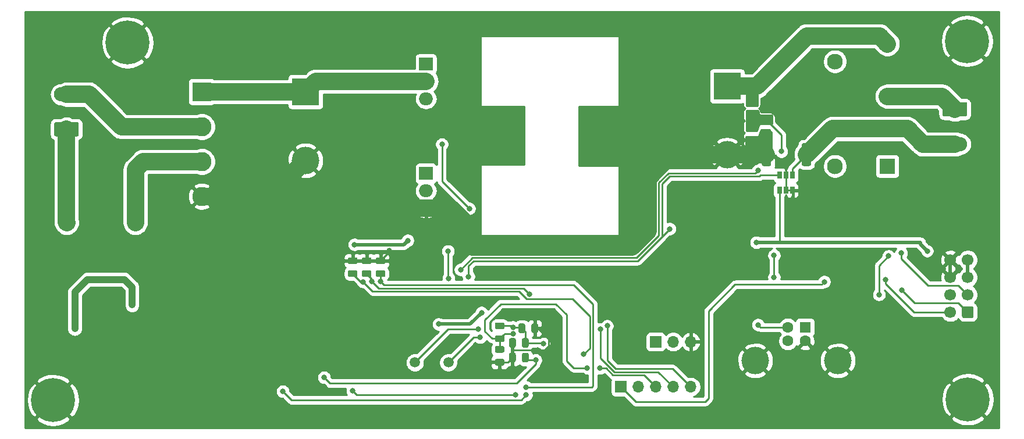
<source format=gbr>
G04 #@! TF.GenerationSoftware,KiCad,Pcbnew,(5.1.6)-1*
G04 #@! TF.CreationDate,2021-05-26T15:33:52+02:00*
G04 #@! TF.ProjectId,PowerSupplyPCB,506f7765-7253-4757-9070-6c795043422e,0.1*
G04 #@! TF.SameCoordinates,Original*
G04 #@! TF.FileFunction,Copper,L2,Bot*
G04 #@! TF.FilePolarity,Positive*
%FSLAX46Y46*%
G04 Gerber Fmt 4.6, Leading zero omitted, Abs format (unit mm)*
G04 Created by KiCad (PCBNEW (5.1.6)-1) date 2021-05-26 15:33:52*
%MOMM*%
%LPD*%
G01*
G04 APERTURE LIST*
G04 #@! TA.AperFunction,ComponentPad*
%ADD10C,1.700000*%
G04 #@! TD*
G04 #@! TA.AperFunction,ComponentPad*
%ADD11R,4.000000X4.000000*%
G04 #@! TD*
G04 #@! TA.AperFunction,ComponentPad*
%ADD12C,4.000000*%
G04 #@! TD*
G04 #@! TA.AperFunction,ComponentPad*
%ADD13C,2.800000*%
G04 #@! TD*
G04 #@! TA.AperFunction,ComponentPad*
%ADD14R,2.800000X2.800000*%
G04 #@! TD*
G04 #@! TA.AperFunction,ComponentPad*
%ADD15C,2.300000*%
G04 #@! TD*
G04 #@! TA.AperFunction,ComponentPad*
%ADD16O,3.600000X2.080000*%
G04 #@! TD*
G04 #@! TA.AperFunction,ComponentPad*
%ADD17R,1.700000X1.700000*%
G04 #@! TD*
G04 #@! TA.AperFunction,ComponentPad*
%ADD18O,1.700000X1.700000*%
G04 #@! TD*
G04 #@! TA.AperFunction,ComponentPad*
%ADD19R,1.600000X1.600000*%
G04 #@! TD*
G04 #@! TA.AperFunction,ComponentPad*
%ADD20C,1.600000*%
G04 #@! TD*
G04 #@! TA.AperFunction,ComponentPad*
%ADD21R,2.300000X2.300000*%
G04 #@! TD*
G04 #@! TA.AperFunction,ComponentPad*
%ADD22O,2.000000X1.905000*%
G04 #@! TD*
G04 #@! TA.AperFunction,ComponentPad*
%ADD23R,2.000000X1.905000*%
G04 #@! TD*
G04 #@! TA.AperFunction,SMDPad,CuDef*
%ADD24R,0.650000X1.060000*%
G04 #@! TD*
G04 #@! TA.AperFunction,ComponentPad*
%ADD25C,6.400000*%
G04 #@! TD*
G04 #@! TA.AperFunction,ComponentPad*
%ADD26C,0.800000*%
G04 #@! TD*
G04 #@! TA.AperFunction,ComponentPad*
%ADD27C,1.500000*%
G04 #@! TD*
G04 #@! TA.AperFunction,ViaPad*
%ADD28C,0.800000*%
G04 #@! TD*
G04 #@! TA.AperFunction,Conductor*
%ADD29C,2.500000*%
G04 #@! TD*
G04 #@! TA.AperFunction,Conductor*
%ADD30C,0.500000*%
G04 #@! TD*
G04 #@! TA.AperFunction,Conductor*
%ADD31C,0.250000*%
G04 #@! TD*
G04 #@! TA.AperFunction,Conductor*
%ADD32C,1.000000*%
G04 #@! TD*
G04 #@! TA.AperFunction,Conductor*
%ADD33C,0.254000*%
G04 #@! TD*
G04 APERTURE END LIST*
G04 #@! TA.AperFunction,ComponentPad*
G36*
G01*
X219493200Y-109991600D02*
X219493200Y-111191600D01*
G75*
G02*
X219243200Y-111441600I-250000J0D01*
G01*
X218043200Y-111441600D01*
G75*
G02*
X217793200Y-111191600I0J250000D01*
G01*
X217793200Y-109991600D01*
G75*
G02*
X218043200Y-109741600I250000J0D01*
G01*
X219243200Y-109741600D01*
G75*
G02*
X219493200Y-109991600I0J-250000D01*
G01*
G37*
G04 #@! TD.AperFunction*
D10*
X218643200Y-108051600D03*
X218643200Y-105511600D03*
X218643200Y-102971600D03*
X216103200Y-110591600D03*
X216103200Y-108051600D03*
X216103200Y-105511600D03*
X216103200Y-102971600D03*
D11*
X122275600Y-78498700D03*
D12*
X122275600Y-88498700D03*
X183616600Y-87673200D03*
D11*
X183616600Y-77673200D03*
G04 #@! TA.AperFunction,SMDPad,CuDef*
G36*
G01*
X189787850Y-83065200D02*
X188875350Y-83065200D01*
G75*
G02*
X188631600Y-82821450I0J243750D01*
G01*
X188631600Y-82333950D01*
G75*
G02*
X188875350Y-82090200I243750J0D01*
G01*
X189787850Y-82090200D01*
G75*
G02*
X190031600Y-82333950I0J-243750D01*
G01*
X190031600Y-82821450D01*
G75*
G02*
X189787850Y-83065200I-243750J0D01*
G01*
G37*
G04 #@! TD.AperFunction*
G04 #@! TA.AperFunction,SMDPad,CuDef*
G36*
G01*
X189787850Y-84940200D02*
X188875350Y-84940200D01*
G75*
G02*
X188631600Y-84696450I0J243750D01*
G01*
X188631600Y-84208950D01*
G75*
G02*
X188875350Y-83965200I243750J0D01*
G01*
X189787850Y-83965200D01*
G75*
G02*
X190031600Y-84208950I0J-243750D01*
G01*
X190031600Y-84696450D01*
G75*
G02*
X189787850Y-84940200I-243750J0D01*
G01*
G37*
G04 #@! TD.AperFunction*
G04 #@! TA.AperFunction,SMDPad,CuDef*
G36*
G01*
X155136000Y-113384650D02*
X155136000Y-112472150D01*
G75*
G02*
X155379750Y-112228400I243750J0D01*
G01*
X155867250Y-112228400D01*
G75*
G02*
X156111000Y-112472150I0J-243750D01*
G01*
X156111000Y-113384650D01*
G75*
G02*
X155867250Y-113628400I-243750J0D01*
G01*
X155379750Y-113628400D01*
G75*
G02*
X155136000Y-113384650I0J243750D01*
G01*
G37*
G04 #@! TD.AperFunction*
G04 #@! TA.AperFunction,SMDPad,CuDef*
G36*
G01*
X153261000Y-113384650D02*
X153261000Y-112472150D01*
G75*
G02*
X153504750Y-112228400I243750J0D01*
G01*
X153992250Y-112228400D01*
G75*
G02*
X154236000Y-112472150I0J-243750D01*
G01*
X154236000Y-113384650D01*
G75*
G02*
X153992250Y-113628400I-243750J0D01*
G01*
X153504750Y-113628400D01*
G75*
G02*
X153261000Y-113384650I0J243750D01*
G01*
G37*
G04 #@! TD.AperFunction*
G04 #@! TA.AperFunction,SMDPad,CuDef*
G36*
G01*
X152864400Y-116739350D02*
X152864400Y-117651850D01*
G75*
G02*
X152620650Y-117895600I-243750J0D01*
G01*
X152133150Y-117895600D01*
G75*
G02*
X151889400Y-117651850I0J243750D01*
G01*
X151889400Y-116739350D01*
G75*
G02*
X152133150Y-116495600I243750J0D01*
G01*
X152620650Y-116495600D01*
G75*
G02*
X152864400Y-116739350I0J-243750D01*
G01*
G37*
G04 #@! TD.AperFunction*
G04 #@! TA.AperFunction,SMDPad,CuDef*
G36*
G01*
X154739400Y-116739350D02*
X154739400Y-117651850D01*
G75*
G02*
X154495650Y-117895600I-243750J0D01*
G01*
X154008150Y-117895600D01*
G75*
G02*
X153764400Y-117651850I0J243750D01*
G01*
X153764400Y-116739350D01*
G75*
G02*
X154008150Y-116495600I243750J0D01*
G01*
X154495650Y-116495600D01*
G75*
G02*
X154739400Y-116739350I0J-243750D01*
G01*
G37*
G04 #@! TD.AperFunction*
G04 #@! TA.AperFunction,SMDPad,CuDef*
G36*
G01*
X154739400Y-114605750D02*
X154739400Y-115518250D01*
G75*
G02*
X154495650Y-115762000I-243750J0D01*
G01*
X154008150Y-115762000D01*
G75*
G02*
X153764400Y-115518250I0J243750D01*
G01*
X153764400Y-114605750D01*
G75*
G02*
X154008150Y-114362000I243750J0D01*
G01*
X154495650Y-114362000D01*
G75*
G02*
X154739400Y-114605750I0J-243750D01*
G01*
G37*
G04 #@! TD.AperFunction*
G04 #@! TA.AperFunction,SMDPad,CuDef*
G36*
G01*
X152864400Y-114605750D02*
X152864400Y-115518250D01*
G75*
G02*
X152620650Y-115762000I-243750J0D01*
G01*
X152133150Y-115762000D01*
G75*
G02*
X151889400Y-115518250I0J243750D01*
G01*
X151889400Y-114605750D01*
G75*
G02*
X152133150Y-114362000I243750J0D01*
G01*
X152620650Y-114362000D01*
G75*
G02*
X152864400Y-114605750I0J-243750D01*
G01*
G37*
G04 #@! TD.AperFunction*
G04 #@! TA.AperFunction,SMDPad,CuDef*
G36*
G01*
X150064150Y-115516600D02*
X150976650Y-115516600D01*
G75*
G02*
X151220400Y-115760350I0J-243750D01*
G01*
X151220400Y-116247850D01*
G75*
G02*
X150976650Y-116491600I-243750J0D01*
G01*
X150064150Y-116491600D01*
G75*
G02*
X149820400Y-116247850I0J243750D01*
G01*
X149820400Y-115760350D01*
G75*
G02*
X150064150Y-115516600I243750J0D01*
G01*
G37*
G04 #@! TD.AperFunction*
G04 #@! TA.AperFunction,SMDPad,CuDef*
G36*
G01*
X150064150Y-117391600D02*
X150976650Y-117391600D01*
G75*
G02*
X151220400Y-117635350I0J-243750D01*
G01*
X151220400Y-118122850D01*
G75*
G02*
X150976650Y-118366600I-243750J0D01*
G01*
X150064150Y-118366600D01*
G75*
G02*
X149820400Y-118122850I0J243750D01*
G01*
X149820400Y-117635350D01*
G75*
G02*
X150064150Y-117391600I243750J0D01*
G01*
G37*
G04 #@! TD.AperFunction*
D13*
X107162600Y-93738700D03*
X107162600Y-88658700D03*
X107162600Y-83578700D03*
D14*
X107162600Y-78498700D03*
D15*
X97510600Y-97548700D03*
X87510600Y-97548700D03*
D16*
X87477600Y-78879700D03*
G04 #@! TA.AperFunction,ComponentPad*
G36*
G01*
X89027601Y-84999700D02*
X85927599Y-84999700D01*
G75*
G02*
X85677600Y-84749701I0J249999D01*
G01*
X85677600Y-83169699D01*
G75*
G02*
X85927599Y-82919700I249999J0D01*
G01*
X89027601Y-82919700D01*
G75*
G02*
X89277600Y-83169699I0J-249999D01*
G01*
X89277600Y-84749701D01*
G75*
G02*
X89027601Y-84999700I-249999J0D01*
G01*
G37*
G04 #@! TD.AperFunction*
G04 #@! TA.AperFunction,ComponentPad*
G36*
G01*
X215213599Y-79998700D02*
X218313601Y-79998700D01*
G75*
G02*
X218563600Y-80248699I0J-249999D01*
G01*
X218563600Y-81828701D01*
G75*
G02*
X218313601Y-82078700I-249999J0D01*
G01*
X215213599Y-82078700D01*
G75*
G02*
X214963600Y-81828701I0J249999D01*
G01*
X214963600Y-80248699D01*
G75*
G02*
X215213599Y-79998700I249999J0D01*
G01*
G37*
G04 #@! TD.AperFunction*
X216763600Y-86118700D03*
D17*
X168148000Y-121462800D03*
D18*
X170688000Y-121462800D03*
X173228000Y-121462800D03*
X175768000Y-121462800D03*
X178308000Y-121462800D03*
D17*
X173228000Y-114909600D03*
D18*
X175768000Y-114909600D03*
X178308000Y-114909600D03*
D19*
X194970400Y-112776000D03*
D20*
X192470400Y-112776000D03*
X192470400Y-114776000D03*
X194970400Y-114776000D03*
D12*
X187720400Y-117636000D03*
X199720400Y-117636000D03*
D21*
X206933800Y-89319100D03*
D15*
X206933800Y-79159100D03*
X206933800Y-71539100D03*
X199313800Y-74079100D03*
X199313800Y-89319100D03*
D22*
X139801600Y-79514700D03*
X139801600Y-76974700D03*
D23*
X139801600Y-74434700D03*
X139801600Y-90373200D03*
D22*
X139801600Y-92913200D03*
X139801600Y-95453200D03*
G04 #@! TA.AperFunction,SMDPad,CuDef*
G36*
G01*
X187692350Y-80461700D02*
X186779850Y-80461700D01*
G75*
G02*
X186536100Y-80217950I0J243750D01*
G01*
X186536100Y-79730450D01*
G75*
G02*
X186779850Y-79486700I243750J0D01*
G01*
X187692350Y-79486700D01*
G75*
G02*
X187936100Y-79730450I0J-243750D01*
G01*
X187936100Y-80217950D01*
G75*
G02*
X187692350Y-80461700I-243750J0D01*
G01*
G37*
G04 #@! TD.AperFunction*
G04 #@! TA.AperFunction,SMDPad,CuDef*
G36*
G01*
X187692350Y-82336700D02*
X186779850Y-82336700D01*
G75*
G02*
X186536100Y-82092950I0J243750D01*
G01*
X186536100Y-81605450D01*
G75*
G02*
X186779850Y-81361700I243750J0D01*
G01*
X187692350Y-81361700D01*
G75*
G02*
X187936100Y-81605450I0J-243750D01*
G01*
X187936100Y-82092950D01*
G75*
G02*
X187692350Y-82336700I-243750J0D01*
G01*
G37*
G04 #@! TD.AperFunction*
G04 #@! TA.AperFunction,SMDPad,CuDef*
G36*
G01*
X187692350Y-84081200D02*
X186779850Y-84081200D01*
G75*
G02*
X186536100Y-83837450I0J243750D01*
G01*
X186536100Y-83349950D01*
G75*
G02*
X186779850Y-83106200I243750J0D01*
G01*
X187692350Y-83106200D01*
G75*
G02*
X187936100Y-83349950I0J-243750D01*
G01*
X187936100Y-83837450D01*
G75*
G02*
X187692350Y-84081200I-243750J0D01*
G01*
G37*
G04 #@! TD.AperFunction*
G04 #@! TA.AperFunction,SMDPad,CuDef*
G36*
G01*
X187692350Y-85956200D02*
X186779850Y-85956200D01*
G75*
G02*
X186536100Y-85712450I0J243750D01*
G01*
X186536100Y-85224950D01*
G75*
G02*
X186779850Y-84981200I243750J0D01*
G01*
X187692350Y-84981200D01*
G75*
G02*
X187936100Y-85224950I0J-243750D01*
G01*
X187936100Y-85712450D01*
G75*
G02*
X187692350Y-85956200I-243750J0D01*
G01*
G37*
G04 #@! TD.AperFunction*
G04 #@! TA.AperFunction,SMDPad,CuDef*
G36*
G01*
X188677600Y-89067701D02*
X188677600Y-86217699D01*
G75*
G02*
X188927599Y-85967700I249999J0D01*
G01*
X189777601Y-85967700D01*
G75*
G02*
X190027600Y-86217699I0J-249999D01*
G01*
X190027600Y-89067701D01*
G75*
G02*
X189777601Y-89317700I-249999J0D01*
G01*
X188927599Y-89317700D01*
G75*
G02*
X188677600Y-89067701I0J249999D01*
G01*
G37*
G04 #@! TD.AperFunction*
G04 #@! TA.AperFunction,SMDPad,CuDef*
G36*
G01*
X194477600Y-89067701D02*
X194477600Y-86217699D01*
G75*
G02*
X194727599Y-85967700I249999J0D01*
G01*
X195577601Y-85967700D01*
G75*
G02*
X195827600Y-86217699I0J-249999D01*
G01*
X195827600Y-89067701D01*
G75*
G02*
X195577601Y-89317700I-249999J0D01*
G01*
X194727599Y-89317700D01*
G75*
G02*
X194477600Y-89067701I0J249999D01*
G01*
G37*
G04 #@! TD.AperFunction*
G04 #@! TA.AperFunction,SMDPad,CuDef*
G36*
G01*
X150064150Y-112085300D02*
X150976650Y-112085300D01*
G75*
G02*
X151220400Y-112329050I0J-243750D01*
G01*
X151220400Y-112816550D01*
G75*
G02*
X150976650Y-113060300I-243750J0D01*
G01*
X150064150Y-113060300D01*
G75*
G02*
X149820400Y-112816550I0J243750D01*
G01*
X149820400Y-112329050D01*
G75*
G02*
X150064150Y-112085300I243750J0D01*
G01*
G37*
G04 #@! TD.AperFunction*
G04 #@! TA.AperFunction,SMDPad,CuDef*
G36*
G01*
X150064150Y-113960300D02*
X150976650Y-113960300D01*
G75*
G02*
X151220400Y-114204050I0J-243750D01*
G01*
X151220400Y-114691550D01*
G75*
G02*
X150976650Y-114935300I-243750J0D01*
G01*
X150064150Y-114935300D01*
G75*
G02*
X149820400Y-114691550I0J243750D01*
G01*
X149820400Y-114204050D01*
G75*
G02*
X150064150Y-113960300I243750J0D01*
G01*
G37*
G04 #@! TD.AperFunction*
D24*
X191226400Y-90644800D03*
X192176400Y-90644800D03*
X193126400Y-90644800D03*
X193126400Y-92844800D03*
X191226400Y-92844800D03*
X192176400Y-92844800D03*
G04 #@! TA.AperFunction,SMDPad,CuDef*
G36*
G01*
X133653850Y-103588400D02*
X132741350Y-103588400D01*
G75*
G02*
X132497600Y-103344650I0J243750D01*
G01*
X132497600Y-102857150D01*
G75*
G02*
X132741350Y-102613400I243750J0D01*
G01*
X133653850Y-102613400D01*
G75*
G02*
X133897600Y-102857150I0J-243750D01*
G01*
X133897600Y-103344650D01*
G75*
G02*
X133653850Y-103588400I-243750J0D01*
G01*
G37*
G04 #@! TD.AperFunction*
G04 #@! TA.AperFunction,SMDPad,CuDef*
G36*
G01*
X133653850Y-105463400D02*
X132741350Y-105463400D01*
G75*
G02*
X132497600Y-105219650I0J243750D01*
G01*
X132497600Y-104732150D01*
G75*
G02*
X132741350Y-104488400I243750J0D01*
G01*
X133653850Y-104488400D01*
G75*
G02*
X133897600Y-104732150I0J-243750D01*
G01*
X133897600Y-105219650D01*
G75*
G02*
X133653850Y-105463400I-243750J0D01*
G01*
G37*
G04 #@! TD.AperFunction*
G04 #@! TA.AperFunction,SMDPad,CuDef*
G36*
G01*
X129589850Y-105463400D02*
X128677350Y-105463400D01*
G75*
G02*
X128433600Y-105219650I0J243750D01*
G01*
X128433600Y-104732150D01*
G75*
G02*
X128677350Y-104488400I243750J0D01*
G01*
X129589850Y-104488400D01*
G75*
G02*
X129833600Y-104732150I0J-243750D01*
G01*
X129833600Y-105219650D01*
G75*
G02*
X129589850Y-105463400I-243750J0D01*
G01*
G37*
G04 #@! TD.AperFunction*
G04 #@! TA.AperFunction,SMDPad,CuDef*
G36*
G01*
X129589850Y-103588400D02*
X128677350Y-103588400D01*
G75*
G02*
X128433600Y-103344650I0J243750D01*
G01*
X128433600Y-102857150D01*
G75*
G02*
X128677350Y-102613400I243750J0D01*
G01*
X129589850Y-102613400D01*
G75*
G02*
X129833600Y-102857150I0J-243750D01*
G01*
X129833600Y-103344650D01*
G75*
G02*
X129589850Y-103588400I-243750J0D01*
G01*
G37*
G04 #@! TD.AperFunction*
G04 #@! TA.AperFunction,SMDPad,CuDef*
G36*
G01*
X131621850Y-103588400D02*
X130709350Y-103588400D01*
G75*
G02*
X130465600Y-103344650I0J243750D01*
G01*
X130465600Y-102857150D01*
G75*
G02*
X130709350Y-102613400I243750J0D01*
G01*
X131621850Y-102613400D01*
G75*
G02*
X131865600Y-102857150I0J-243750D01*
G01*
X131865600Y-103344650D01*
G75*
G02*
X131621850Y-103588400I-243750J0D01*
G01*
G37*
G04 #@! TD.AperFunction*
G04 #@! TA.AperFunction,SMDPad,CuDef*
G36*
G01*
X131621850Y-105463400D02*
X130709350Y-105463400D01*
G75*
G02*
X130465600Y-105219650I0J243750D01*
G01*
X130465600Y-104732150D01*
G75*
G02*
X130709350Y-104488400I243750J0D01*
G01*
X131621850Y-104488400D01*
G75*
G02*
X131865600Y-104732150I0J-243750D01*
G01*
X131865600Y-105219650D01*
G75*
G02*
X131621850Y-105463400I-243750J0D01*
G01*
G37*
G04 #@! TD.AperFunction*
D25*
X218541600Y-71120000D03*
D26*
X220941600Y-71120000D03*
X220238656Y-72817056D03*
X218541600Y-73520000D03*
X216844544Y-72817056D03*
X216141600Y-71120000D03*
X216844544Y-69422944D03*
X218541600Y-68720000D03*
X220238656Y-69422944D03*
X87244256Y-121696144D03*
X85547200Y-120993200D03*
X83850144Y-121696144D03*
X83147200Y-123393200D03*
X83850144Y-125090256D03*
X85547200Y-125793200D03*
X87244256Y-125090256D03*
X87947200Y-123393200D03*
D25*
X85547200Y-123393200D03*
D26*
X98064656Y-69626144D03*
X96367600Y-68923200D03*
X94670544Y-69626144D03*
X93967600Y-71323200D03*
X94670544Y-73020256D03*
X96367600Y-73723200D03*
X98064656Y-73020256D03*
X98767600Y-71323200D03*
D25*
X96367600Y-71323200D03*
X218643200Y-123291600D03*
D26*
X221043200Y-123291600D03*
X220340256Y-124988656D03*
X218643200Y-125691600D03*
X216946144Y-124988656D03*
X216243200Y-123291600D03*
X216946144Y-121594544D03*
X218643200Y-120891600D03*
X220340256Y-121594544D03*
D27*
X138176000Y-117906800D03*
X143056000Y-117906800D03*
D28*
X183083200Y-105765600D03*
X181711600Y-105765600D03*
X180289200Y-105765600D03*
X165404800Y-107340400D03*
X165404800Y-105918000D03*
X165404800Y-108712000D03*
X198882000Y-107543600D03*
X198882000Y-108966000D03*
X198882000Y-110337600D03*
X136372600Y-95453200D03*
X135356600Y-95453200D03*
X131991100Y-95453200D03*
X119049800Y-103759000D03*
X156048590Y-116087010D03*
X134467600Y-101650800D03*
X119467400Y-112688600D03*
X118684050Y-95387150D03*
X93319600Y-114808000D03*
X135636000Y-86512400D03*
X97028000Y-109524800D03*
X88696800Y-112979200D03*
X187858400Y-100431600D03*
X212729601Y-101671599D03*
X142113000Y-86131400D03*
X146100800Y-95504000D03*
X143002000Y-101701600D03*
X143103600Y-105664000D03*
X191516000Y-87172800D03*
X188112400Y-89966800D03*
X144830800Y-104394000D03*
X155752800Y-117551200D03*
X124968000Y-120091200D03*
X156921200Y-115163600D03*
X152450800Y-112776000D03*
X141630400Y-112318800D03*
X147878800Y-110642400D03*
X197756400Y-106164000D03*
X190449200Y-105511600D03*
X190449200Y-102311200D03*
X206654400Y-105867200D03*
X145999200Y-105410000D03*
X175260000Y-98450400D03*
X130657600Y-106172000D03*
X162763200Y-116687600D03*
X131927600Y-106121200D03*
X154882800Y-107956400D03*
X133197600Y-106121200D03*
X154381200Y-121513600D03*
X129387600Y-100736400D03*
X137133538Y-100152210D03*
X152450800Y-113690400D03*
X165100000Y-118719600D03*
X163271200Y-118719600D03*
X165169600Y-113062000D03*
X166166800Y-112572800D03*
X188112400Y-112420400D03*
X209018900Y-107363500D03*
X208956400Y-101990400D03*
X205724800Y-108036400D03*
X207111600Y-102412800D03*
X147440400Y-113062000D03*
X147675600Y-114249200D03*
X152857200Y-122631200D03*
X129133600Y-122021600D03*
X154381200Y-122631200D03*
X118973600Y-122123200D03*
D29*
X117035600Y-93738700D02*
X122275600Y-88498700D01*
X107162600Y-93738700D02*
X117035600Y-93738700D01*
X189322100Y-87673200D02*
X189352600Y-87642700D01*
X183616600Y-87673200D02*
X189322100Y-87673200D01*
D30*
X189331600Y-87621700D02*
X189352600Y-87642700D01*
X189331600Y-84452700D02*
X189331600Y-87621700D01*
D29*
X118750100Y-95453200D02*
X131991100Y-95453200D01*
X117035600Y-93738700D02*
X118684050Y-95387150D01*
X136372600Y-95453200D02*
X139801600Y-95453200D01*
X135356600Y-95453200D02*
X136372600Y-95453200D01*
X131991100Y-95453200D02*
X135356600Y-95453200D01*
D30*
X119049800Y-98933000D02*
X119049800Y-103708200D01*
D31*
X152464410Y-116087010D02*
X152376900Y-115999500D01*
X157070792Y-116087010D02*
X156048590Y-116087010D01*
X157646201Y-115511601D02*
X157070792Y-116087010D01*
X157646201Y-114463601D02*
X157646201Y-115511601D01*
X156111000Y-112928400D02*
X157646201Y-114463601D01*
X155623500Y-112928400D02*
X156111000Y-112928400D01*
X152376900Y-115062000D02*
X152376900Y-115999500D01*
X152376900Y-115999500D02*
X152376900Y-117195600D01*
X156048590Y-116087010D02*
X152464410Y-116087010D01*
X151693400Y-117879100D02*
X152376900Y-117195600D01*
X150520400Y-117879100D02*
X151693400Y-117879100D01*
D30*
X216103200Y-105511600D02*
X216103200Y-102971600D01*
D31*
X129133600Y-103100900D02*
X133197600Y-103100900D01*
X134467600Y-101830900D02*
X133197600Y-103100900D01*
X134467600Y-101650800D02*
X134467600Y-101830900D01*
D32*
X119049800Y-95752900D02*
X118750100Y-95453200D01*
X119049800Y-98933000D02*
X119049800Y-95752900D01*
X119049800Y-98933000D02*
X119049800Y-103759000D01*
X119049800Y-112271000D02*
X119467400Y-112688600D01*
X117859000Y-113461800D02*
X119049800Y-112271000D01*
D29*
X118684050Y-95387150D02*
X118750100Y-95453200D01*
D32*
X119049800Y-103759000D02*
X119049800Y-112271000D01*
X117859000Y-113461800D02*
X94665800Y-113461800D01*
X94665800Y-113461800D02*
X93319600Y-114808000D01*
X93319600Y-114808000D02*
X93268800Y-114858800D01*
D29*
X172110400Y-91084400D02*
X175521600Y-87673200D01*
X172110400Y-98755200D02*
X172110400Y-91084400D01*
X169773600Y-101092000D02*
X172110400Y-98755200D01*
X175521600Y-87673200D02*
X183616600Y-87673200D01*
X143408400Y-95453200D02*
X145846800Y-97891600D01*
X145846800Y-100380800D02*
X146558000Y-101092000D01*
X139801600Y-95453200D02*
X143408400Y-95453200D01*
X146558000Y-101092000D02*
X169773600Y-101092000D01*
X145846800Y-97891600D02*
X145846800Y-100380800D01*
D31*
X192176400Y-92844800D02*
X192176400Y-90644800D01*
X192176400Y-89791500D02*
X192176400Y-90644800D01*
X190027600Y-87642700D02*
X192176400Y-89791500D01*
X189352600Y-87642700D02*
X190027600Y-87642700D01*
X193126400Y-92844800D02*
X192176400Y-92844800D01*
D30*
X135356600Y-95453200D02*
X135356600Y-86791800D01*
X135356600Y-86791800D02*
X135636000Y-86512400D01*
D29*
X107162600Y-78498700D02*
X122275600Y-78498700D01*
X123799600Y-76974700D02*
X139801600Y-76974700D01*
X122275600Y-78498700D02*
X123799600Y-76974700D01*
D32*
X97028000Y-109524800D02*
X97028000Y-106934000D01*
X97028000Y-106934000D02*
X95910400Y-105816400D01*
X95910400Y-105816400D02*
X90525600Y-105816400D01*
X90525600Y-105816400D02*
X88696800Y-107645200D01*
X88696800Y-107645200D02*
X88696800Y-112979200D01*
D30*
X218643200Y-105511600D02*
X218643200Y-102971600D01*
X211734400Y-100676398D02*
X212729601Y-101671599D01*
X211734400Y-100431600D02*
X211734400Y-100676398D01*
D31*
X191226400Y-100314800D02*
X191109600Y-100431600D01*
X191226400Y-92844800D02*
X191226400Y-100314800D01*
D30*
X187858400Y-100431600D02*
X191109600Y-100431600D01*
X191109600Y-100431600D02*
X211734400Y-100431600D01*
D31*
X142113000Y-86131400D02*
X142113000Y-91516200D01*
X142113000Y-91516200D02*
X146100800Y-95504000D01*
X143002000Y-101701600D02*
X143002000Y-105562400D01*
X143002000Y-105562400D02*
X143103600Y-105664000D01*
D30*
X187236100Y-81849200D02*
X188061600Y-82674700D01*
X189234600Y-82674700D02*
X189331600Y-82577700D01*
X188061600Y-82674700D02*
X189234600Y-82674700D01*
X188061600Y-82768200D02*
X188061600Y-82674700D01*
X187236100Y-83593700D02*
X188061600Y-82768200D01*
D31*
X189331600Y-82577700D02*
X191516000Y-84762100D01*
X191516000Y-84762100D02*
X191516000Y-87172800D01*
X187712401Y-90366799D02*
X175055401Y-90366799D01*
X188112400Y-89966800D02*
X187712401Y-90366799D01*
X175055401Y-90366799D02*
X173685410Y-91736790D01*
X173685409Y-99407591D02*
X170425990Y-102667010D01*
X173685410Y-91736790D02*
X173685409Y-99407591D01*
X170425990Y-102667010D02*
X146557790Y-102667010D01*
X146557790Y-102667010D02*
X144830800Y-104394000D01*
X154607500Y-117551200D02*
X154251900Y-117195600D01*
X155752800Y-117551200D02*
X154607500Y-117551200D01*
X155752800Y-117551200D02*
X155752800Y-118160800D01*
X155752800Y-118160800D02*
X152958800Y-120954800D01*
X152958800Y-120954800D02*
X125831600Y-120954800D01*
X125831600Y-120954800D02*
X124968000Y-120091200D01*
X153291300Y-112674400D02*
X153748500Y-113131600D01*
X154251900Y-113431800D02*
X153748500Y-112928400D01*
X154251900Y-115062000D02*
X154251900Y-113431800D01*
X156819600Y-115062000D02*
X156921200Y-115163600D01*
X154251900Y-115062000D02*
X156819600Y-115062000D01*
X152247600Y-112572800D02*
X152450800Y-112776000D01*
X150520400Y-112572800D02*
X152247600Y-112572800D01*
X153596100Y-112776000D02*
X153748500Y-112928400D01*
X152450800Y-112776000D02*
X153596100Y-112776000D01*
D30*
X141630400Y-112318800D02*
X146202400Y-112318800D01*
X146202400Y-112318800D02*
X147878800Y-110642400D01*
D31*
X197356401Y-106563999D02*
X184774001Y-106563999D01*
X197756400Y-106164000D02*
X197356401Y-106563999D01*
X184774001Y-106563999D02*
X180898800Y-110439200D01*
X180898800Y-110439200D02*
X180898800Y-123139200D01*
X180898800Y-123139200D02*
X180390800Y-123647200D01*
X170332400Y-123647200D02*
X168148000Y-121462800D01*
X180390800Y-123647200D02*
X170332400Y-123647200D01*
X190449200Y-105511600D02*
X190449200Y-102311200D01*
X210813115Y-110591600D02*
X216103200Y-110591600D01*
X206654400Y-106432885D02*
X210813115Y-110591600D01*
X206654400Y-105867200D02*
X206654400Y-106432885D01*
X188507402Y-90644800D02*
X188335393Y-90816809D01*
X191226400Y-90644800D02*
X188507402Y-90644800D01*
X188335393Y-90816809D02*
X175241801Y-90816809D01*
X174135418Y-99593992D02*
X170612390Y-103117020D01*
X175241801Y-90816809D02*
X174135419Y-91923191D01*
X174135419Y-91923191D02*
X174135418Y-99593992D01*
X170612390Y-103117020D02*
X146744190Y-103117020D01*
X146744190Y-103117020D02*
X145999200Y-103862010D01*
X145999200Y-103862010D02*
X145999200Y-105410000D01*
X174135418Y-99593992D02*
X174135418Y-99574982D01*
X174135418Y-99574982D02*
X175260000Y-98450400D01*
X129133600Y-104975900D02*
X130329700Y-106172000D01*
X130329700Y-106172000D02*
X130657600Y-106172000D01*
X163633990Y-115816810D02*
X162763200Y-116687600D01*
X163633990Y-111208390D02*
X163633990Y-115816810D01*
X130657600Y-106172000D02*
X132022010Y-107536410D01*
X153307210Y-107536410D02*
X154452201Y-108681401D01*
X154452201Y-108681401D02*
X161107001Y-108681401D01*
X132022010Y-107536410D02*
X153307210Y-107536410D01*
X161107001Y-108681401D02*
X163633990Y-111208390D01*
X131165600Y-104975900D02*
X131927600Y-105737900D01*
X131927600Y-105737900D02*
X131927600Y-106121200D01*
X154012800Y-107086400D02*
X154882800Y-107956400D01*
X131927600Y-106121200D02*
X132892800Y-107086400D01*
X132892800Y-107086400D02*
X154012800Y-107086400D01*
X133197600Y-104975900D02*
X133197600Y-106121200D01*
X163931600Y-121513600D02*
X164084000Y-121361200D01*
X154381200Y-121513600D02*
X163931600Y-121513600D01*
X133712790Y-106636390D02*
X133197600Y-106121200D01*
X164084000Y-121361200D02*
X164084000Y-109423200D01*
X161297190Y-106636390D02*
X133712790Y-106636390D01*
X164084000Y-109423200D02*
X161297190Y-106636390D01*
D30*
X136549348Y-100736400D02*
X137133538Y-100152210D01*
X129387600Y-100736400D02*
X136549348Y-100736400D01*
X187236100Y-79974200D02*
X187236100Y-78371700D01*
X187236100Y-78371700D02*
X187934600Y-77673200D01*
D29*
X183616600Y-77673200D02*
X187934600Y-77673200D01*
X195218699Y-70389101D02*
X187934600Y-77673200D01*
X205783801Y-70389101D02*
X195218699Y-70389101D01*
X206933800Y-71539100D02*
X205783801Y-70389101D01*
D31*
X150520400Y-114447800D02*
X150520400Y-116004100D01*
X150520400Y-114447800D02*
X151074600Y-113893600D01*
X151277800Y-113690400D02*
X151074600Y-113893600D01*
X152450800Y-113690400D02*
X151277800Y-113690400D01*
X171493610Y-119728410D02*
X166996399Y-119728409D01*
X173228000Y-121462800D02*
X171493610Y-119728410D01*
X166996399Y-119728409D02*
X165987590Y-118719600D01*
X165987590Y-118719600D02*
X165100000Y-118719600D01*
X163271200Y-118719600D02*
X161290000Y-118719600D01*
X161290000Y-118719600D02*
X160274000Y-117703600D01*
X160274000Y-117703600D02*
X160274000Y-110947200D01*
X160274000Y-110947200D02*
X158699200Y-109372400D01*
X158699200Y-109372400D02*
X150672800Y-109372400D01*
X150672800Y-109372400D02*
X148336000Y-111709200D01*
X148336000Y-111709200D02*
X148336000Y-113385600D01*
X149398200Y-114447800D02*
X150520400Y-114447800D01*
X148336000Y-113385600D02*
X149398200Y-114447800D01*
D29*
X97510600Y-97548700D02*
X97510600Y-89801700D01*
X98653600Y-88658700D02*
X107162600Y-88658700D01*
X97510600Y-89801700D02*
X98653600Y-88658700D01*
D31*
X199170800Y-89176100D02*
X199313800Y-89319100D01*
X165169600Y-113062000D02*
X165169600Y-117265200D01*
X165169600Y-117265200D02*
X167182800Y-119278400D01*
X173583600Y-119278400D02*
X175768000Y-121462800D01*
X167182800Y-119278400D02*
X173583600Y-119278400D01*
X166166800Y-112572800D02*
X166166800Y-117625990D01*
X166166800Y-117625990D02*
X167369200Y-118828390D01*
X175673590Y-118828390D02*
X178308000Y-121462800D01*
X167369200Y-118828390D02*
X175673590Y-118828390D01*
X192470400Y-112776000D02*
X188468000Y-112776000D01*
X188468000Y-112776000D02*
X188112400Y-112420400D01*
D29*
X87477600Y-78879700D02*
X90779600Y-78879700D01*
X95478600Y-83578700D02*
X107162600Y-83578700D01*
X90779600Y-78879700D02*
X95478600Y-83578700D01*
X87477600Y-97515700D02*
X87510600Y-97548700D01*
X87477600Y-83959700D02*
X87477600Y-97515700D01*
X214884000Y-79159100D02*
X216763600Y-81038700D01*
X206933800Y-79159100D02*
X214884000Y-79159100D01*
D31*
X193126400Y-89668900D02*
X195152600Y-87642700D01*
X193126400Y-90644800D02*
X193126400Y-89668900D01*
D29*
X195152600Y-87642700D02*
X198924500Y-83870800D01*
X198924500Y-83870800D02*
X209854800Y-83870800D01*
X212102700Y-86118700D02*
X216763600Y-86118700D01*
X209854800Y-83870800D02*
X212102700Y-86118700D01*
D31*
X210882001Y-109226601D02*
X209018900Y-107363500D01*
X218643200Y-110591600D02*
X217278201Y-109226601D01*
X217278201Y-109226601D02*
X210882001Y-109226601D01*
X212858601Y-106686601D02*
X208956400Y-102784400D01*
X218643200Y-108051600D02*
X217278201Y-106686601D01*
X217278201Y-106686601D02*
X212858601Y-106686601D01*
X208956400Y-102784400D02*
X208956400Y-101990400D01*
X205724800Y-108036400D02*
X205724800Y-103799600D01*
X205724800Y-103799600D02*
X207111600Y-102412800D01*
X143020800Y-113062000D02*
X138176000Y-117906800D01*
X147440400Y-113062000D02*
X143020800Y-113062000D01*
X146713600Y-114249200D02*
X143056000Y-117906800D01*
X147675600Y-114249200D02*
X146713600Y-114249200D01*
X152857200Y-122631200D02*
X129743200Y-122631200D01*
X129743200Y-122631200D02*
X129133600Y-122021600D01*
X153656199Y-123356201D02*
X120206601Y-123356201D01*
X154381200Y-122631200D02*
X153656199Y-123356201D01*
X120206601Y-123356201D02*
X118973600Y-122123200D01*
D33*
G36*
X190093600Y-84414501D02*
G01*
X190093600Y-87007700D01*
X186347100Y-87007700D01*
X186347100Y-85039200D01*
X188061600Y-85039200D01*
X188086376Y-85036760D01*
X188110201Y-85029533D01*
X188132157Y-85017797D01*
X188151403Y-85002003D01*
X188167197Y-84982757D01*
X188177952Y-84963104D01*
X188589160Y-84023200D01*
X189702299Y-84023200D01*
X190093600Y-84414501D01*
G37*
X190093600Y-84414501D02*
X190093600Y-87007700D01*
X186347100Y-87007700D01*
X186347100Y-85039200D01*
X188061600Y-85039200D01*
X188086376Y-85036760D01*
X188110201Y-85029533D01*
X188132157Y-85017797D01*
X188151403Y-85002003D01*
X188167197Y-84982757D01*
X188177952Y-84963104D01*
X188589160Y-84023200D01*
X189702299Y-84023200D01*
X190093600Y-84414501D01*
G36*
X188257456Y-81773693D02*
G01*
X188266913Y-81796724D01*
X188280681Y-81817466D01*
X188298231Y-81835125D01*
X188318889Y-81849020D01*
X188341861Y-81858618D01*
X188366264Y-81863550D01*
X188379100Y-81864200D01*
X190157100Y-81864200D01*
X190157100Y-83197700D01*
X188379100Y-83197700D01*
X188354324Y-83200140D01*
X188330499Y-83207367D01*
X188308543Y-83219103D01*
X188289297Y-83234897D01*
X188273503Y-83254143D01*
X188258617Y-83284539D01*
X188066799Y-83859993D01*
X188060653Y-83871491D01*
X188037253Y-83948631D01*
X187970063Y-84150200D01*
X186410600Y-84150200D01*
X186410600Y-81229200D01*
X188094108Y-81229200D01*
X188257456Y-81773693D01*
G37*
X188257456Y-81773693D02*
X188266913Y-81796724D01*
X188280681Y-81817466D01*
X188298231Y-81835125D01*
X188318889Y-81849020D01*
X188341861Y-81858618D01*
X188366264Y-81863550D01*
X188379100Y-81864200D01*
X190157100Y-81864200D01*
X190157100Y-83197700D01*
X188379100Y-83197700D01*
X188354324Y-83200140D01*
X188330499Y-83207367D01*
X188308543Y-83219103D01*
X188289297Y-83234897D01*
X188273503Y-83254143D01*
X188258617Y-83284539D01*
X188066799Y-83859993D01*
X188060653Y-83871491D01*
X188037253Y-83948631D01*
X187970063Y-84150200D01*
X186410600Y-84150200D01*
X186410600Y-81229200D01*
X188094108Y-81229200D01*
X188257456Y-81773693D01*
G36*
X188061600Y-80530700D02*
G01*
X186410600Y-80530700D01*
X186410600Y-78244700D01*
X188061600Y-78244700D01*
X188061600Y-80530700D01*
G37*
X188061600Y-80530700D02*
X186410600Y-80530700D01*
X186410600Y-78244700D01*
X188061600Y-78244700D01*
X188061600Y-80530700D01*
G36*
X223164801Y-127406800D02*
G01*
X81482800Y-127406800D01*
X81482800Y-126094081D01*
X83025924Y-126094081D01*
X83386112Y-126583748D01*
X84050082Y-126944049D01*
X84771585Y-127167894D01*
X85522895Y-127246680D01*
X86275138Y-127177378D01*
X86999408Y-126962652D01*
X87667870Y-126610755D01*
X87708288Y-126583748D01*
X88068476Y-126094081D01*
X87966876Y-125992481D01*
X216121924Y-125992481D01*
X216482112Y-126482148D01*
X217146082Y-126842449D01*
X217867585Y-127066294D01*
X218618895Y-127145080D01*
X219371138Y-127075778D01*
X220095408Y-126861052D01*
X220763870Y-126509155D01*
X220804288Y-126482148D01*
X221164476Y-125992481D01*
X218643200Y-123471205D01*
X216121924Y-125992481D01*
X87966876Y-125992481D01*
X85547200Y-123572805D01*
X83025924Y-126094081D01*
X81482800Y-126094081D01*
X81482800Y-123368895D01*
X81693720Y-123368895D01*
X81763022Y-124121138D01*
X81977748Y-124845408D01*
X82329645Y-125513870D01*
X82356652Y-125554288D01*
X82846319Y-125914476D01*
X85367595Y-123393200D01*
X85726805Y-123393200D01*
X88248081Y-125914476D01*
X88737748Y-125554288D01*
X89098049Y-124890318D01*
X89321894Y-124168815D01*
X89400680Y-123417505D01*
X89331378Y-122665262D01*
X89140450Y-122021261D01*
X117938600Y-122021261D01*
X117938600Y-122225139D01*
X117978374Y-122425098D01*
X118056395Y-122613456D01*
X118169663Y-122782974D01*
X118313826Y-122927137D01*
X118483344Y-123040405D01*
X118671702Y-123118426D01*
X118871661Y-123158200D01*
X118933799Y-123158200D01*
X119642802Y-123867204D01*
X119666600Y-123896202D01*
X119782325Y-123991175D01*
X119914354Y-124061747D01*
X120057615Y-124105204D01*
X120169268Y-124116201D01*
X120169276Y-124116201D01*
X120206601Y-124119877D01*
X120243926Y-124116201D01*
X153618877Y-124116201D01*
X153656199Y-124119877D01*
X153693521Y-124116201D01*
X153693532Y-124116201D01*
X153805185Y-124105204D01*
X153948446Y-124061747D01*
X154080475Y-123991175D01*
X154196200Y-123896202D01*
X154220002Y-123867199D01*
X154421001Y-123666200D01*
X154483139Y-123666200D01*
X154683098Y-123626426D01*
X154871456Y-123548405D01*
X155040974Y-123435137D01*
X155185137Y-123290974D01*
X155298405Y-123121456D01*
X155376426Y-122933098D01*
X155416200Y-122733139D01*
X155416200Y-122529261D01*
X155376426Y-122329302D01*
X155353353Y-122273600D01*
X163894278Y-122273600D01*
X163931600Y-122277276D01*
X163968922Y-122273600D01*
X163968933Y-122273600D01*
X164080586Y-122262603D01*
X164223847Y-122219146D01*
X164355876Y-122148574D01*
X164471601Y-122053601D01*
X164495404Y-122024597D01*
X164594998Y-121925003D01*
X164624001Y-121901201D01*
X164718974Y-121785476D01*
X164789546Y-121653447D01*
X164833003Y-121510186D01*
X164844000Y-121398533D01*
X164844000Y-121398524D01*
X164847676Y-121361201D01*
X164844000Y-121323878D01*
X164844000Y-119723956D01*
X164998061Y-119754600D01*
X165201939Y-119754600D01*
X165401898Y-119714826D01*
X165590256Y-119636805D01*
X165733968Y-119540780D01*
X166432604Y-120239416D01*
X166456398Y-120268409D01*
X166485391Y-120292203D01*
X166485396Y-120292208D01*
X166572122Y-120363382D01*
X166690838Y-120426837D01*
X166672188Y-120488318D01*
X166659928Y-120612800D01*
X166659928Y-122312800D01*
X166672188Y-122437282D01*
X166708498Y-122556980D01*
X166767463Y-122667294D01*
X166846815Y-122763985D01*
X166943506Y-122843337D01*
X167053820Y-122902302D01*
X167173518Y-122938612D01*
X167298000Y-122950872D01*
X168561271Y-122950872D01*
X169768601Y-124158203D01*
X169792399Y-124187201D01*
X169821397Y-124210999D01*
X169908123Y-124282174D01*
X169988153Y-124324951D01*
X170040153Y-124352746D01*
X170183414Y-124396203D01*
X170295067Y-124407200D01*
X170295076Y-124407200D01*
X170332399Y-124410876D01*
X170369722Y-124407200D01*
X180353478Y-124407200D01*
X180390800Y-124410876D01*
X180428122Y-124407200D01*
X180428133Y-124407200D01*
X180539786Y-124396203D01*
X180683047Y-124352746D01*
X180815076Y-124282174D01*
X180930801Y-124187201D01*
X180954603Y-124158198D01*
X181409802Y-123703000D01*
X181438801Y-123679201D01*
X181533774Y-123563476D01*
X181604346Y-123431447D01*
X181647803Y-123288186D01*
X181649860Y-123267295D01*
X214789720Y-123267295D01*
X214859022Y-124019538D01*
X215073748Y-124743808D01*
X215425645Y-125412270D01*
X215452652Y-125452688D01*
X215942319Y-125812876D01*
X218463595Y-123291600D01*
X218822805Y-123291600D01*
X221344081Y-125812876D01*
X221833748Y-125452688D01*
X222194049Y-124788718D01*
X222417894Y-124067215D01*
X222496680Y-123315905D01*
X222427378Y-122563662D01*
X222212652Y-121839392D01*
X221860755Y-121170930D01*
X221833748Y-121130512D01*
X221344081Y-120770324D01*
X218822805Y-123291600D01*
X218463595Y-123291600D01*
X215942319Y-120770324D01*
X215452652Y-121130512D01*
X215092351Y-121794482D01*
X214868506Y-122515985D01*
X214789720Y-123267295D01*
X181649860Y-123267295D01*
X181658800Y-123176533D01*
X181658800Y-123176524D01*
X181662476Y-123139201D01*
X181658800Y-123101878D01*
X181658800Y-120590719D01*
X216121924Y-120590719D01*
X218643200Y-123111995D01*
X221164476Y-120590719D01*
X220804288Y-120101052D01*
X220140318Y-119740751D01*
X219418815Y-119516906D01*
X218667505Y-119438120D01*
X217915262Y-119507422D01*
X217190992Y-119722148D01*
X216522530Y-120074045D01*
X216482112Y-120101052D01*
X216121924Y-120590719D01*
X181658800Y-120590719D01*
X181658800Y-119483499D01*
X186052506Y-119483499D01*
X186268628Y-119850258D01*
X186728505Y-120090938D01*
X187226498Y-120237275D01*
X187743471Y-120283648D01*
X188259559Y-120228273D01*
X188754926Y-120073279D01*
X189172172Y-119850258D01*
X189388294Y-119483499D01*
X198052506Y-119483499D01*
X198268628Y-119850258D01*
X198728505Y-120090938D01*
X199226498Y-120237275D01*
X199743471Y-120283648D01*
X200259559Y-120228273D01*
X200754926Y-120073279D01*
X201172172Y-119850258D01*
X201388294Y-119483499D01*
X199720400Y-117815605D01*
X198052506Y-119483499D01*
X189388294Y-119483499D01*
X187720400Y-117815605D01*
X186052506Y-119483499D01*
X181658800Y-119483499D01*
X181658800Y-117659071D01*
X185072752Y-117659071D01*
X185128127Y-118175159D01*
X185283121Y-118670526D01*
X185506142Y-119087772D01*
X185872901Y-119303894D01*
X187540795Y-117636000D01*
X187900005Y-117636000D01*
X189567899Y-119303894D01*
X189934658Y-119087772D01*
X190175338Y-118627895D01*
X190321675Y-118129902D01*
X190363909Y-117659071D01*
X197072752Y-117659071D01*
X197128127Y-118175159D01*
X197283121Y-118670526D01*
X197506142Y-119087772D01*
X197872901Y-119303894D01*
X199540795Y-117636000D01*
X199900005Y-117636000D01*
X201567899Y-119303894D01*
X201934658Y-119087772D01*
X202175338Y-118627895D01*
X202321675Y-118129902D01*
X202368048Y-117612929D01*
X202312673Y-117096841D01*
X202157679Y-116601474D01*
X201934658Y-116184228D01*
X201567899Y-115968106D01*
X199900005Y-117636000D01*
X199540795Y-117636000D01*
X197872901Y-115968106D01*
X197506142Y-116184228D01*
X197265462Y-116644105D01*
X197119125Y-117142098D01*
X197072752Y-117659071D01*
X190363909Y-117659071D01*
X190368048Y-117612929D01*
X190312673Y-117096841D01*
X190157679Y-116601474D01*
X189934658Y-116184228D01*
X189567899Y-115968106D01*
X187900005Y-117636000D01*
X187540795Y-117636000D01*
X185872901Y-115968106D01*
X185506142Y-116184228D01*
X185265462Y-116644105D01*
X185119125Y-117142098D01*
X185072752Y-117659071D01*
X181658800Y-117659071D01*
X181658800Y-115788501D01*
X186052506Y-115788501D01*
X187720400Y-117456395D01*
X189388294Y-115788501D01*
X189172172Y-115421742D01*
X188712295Y-115181062D01*
X188214302Y-115034725D01*
X187697329Y-114988352D01*
X187181241Y-115043727D01*
X186685874Y-115198721D01*
X186268628Y-115421742D01*
X186052506Y-115788501D01*
X181658800Y-115788501D01*
X181658800Y-112318461D01*
X187077400Y-112318461D01*
X187077400Y-112522339D01*
X187117174Y-112722298D01*
X187195195Y-112910656D01*
X187308463Y-113080174D01*
X187452626Y-113224337D01*
X187622144Y-113337605D01*
X187810502Y-113415626D01*
X188010461Y-113455400D01*
X188126838Y-113455400D01*
X188175753Y-113481546D01*
X188319014Y-113525003D01*
X188430667Y-113536000D01*
X188430676Y-113536000D01*
X188467999Y-113539676D01*
X188505322Y-113536000D01*
X191252357Y-113536000D01*
X191355763Y-113690759D01*
X191441004Y-113776000D01*
X191355763Y-113861241D01*
X191198720Y-114096273D01*
X191090547Y-114357426D01*
X191035400Y-114634665D01*
X191035400Y-114917335D01*
X191090547Y-115194574D01*
X191198720Y-115455727D01*
X191355763Y-115690759D01*
X191555641Y-115890637D01*
X191790673Y-116047680D01*
X192051826Y-116155853D01*
X192329065Y-116211000D01*
X192611735Y-116211000D01*
X192888974Y-116155853D01*
X193150127Y-116047680D01*
X193385159Y-115890637D01*
X193507094Y-115768702D01*
X194157303Y-115768702D01*
X194228886Y-116012671D01*
X194484396Y-116133571D01*
X194758584Y-116202300D01*
X195040912Y-116216217D01*
X195320530Y-116174787D01*
X195586692Y-116079603D01*
X195711914Y-116012671D01*
X195777687Y-115788501D01*
X198052506Y-115788501D01*
X199720400Y-117456395D01*
X201388294Y-115788501D01*
X201172172Y-115421742D01*
X200712295Y-115181062D01*
X200214302Y-115034725D01*
X199697329Y-114988352D01*
X199181241Y-115043727D01*
X198685874Y-115198721D01*
X198268628Y-115421742D01*
X198052506Y-115788501D01*
X195777687Y-115788501D01*
X195783497Y-115768702D01*
X194970400Y-114955605D01*
X194157303Y-115768702D01*
X193507094Y-115768702D01*
X193585037Y-115690759D01*
X193719092Y-115490131D01*
X193733729Y-115517514D01*
X193977698Y-115589097D01*
X194790795Y-114776000D01*
X194776653Y-114761858D01*
X194956258Y-114582253D01*
X194970400Y-114596395D01*
X194984543Y-114582253D01*
X195164148Y-114761858D01*
X195150005Y-114776000D01*
X195963102Y-115589097D01*
X196207071Y-115517514D01*
X196327971Y-115262004D01*
X196396700Y-114987816D01*
X196410617Y-114705488D01*
X196369187Y-114425870D01*
X196274003Y-114159708D01*
X196208784Y-114037691D01*
X196221585Y-114027185D01*
X196300937Y-113930494D01*
X196359902Y-113820180D01*
X196396212Y-113700482D01*
X196408472Y-113576000D01*
X196408472Y-111976000D01*
X196396212Y-111851518D01*
X196359902Y-111731820D01*
X196300937Y-111621506D01*
X196221585Y-111524815D01*
X196124894Y-111445463D01*
X196014580Y-111386498D01*
X195894882Y-111350188D01*
X195770400Y-111337928D01*
X194170400Y-111337928D01*
X194045918Y-111350188D01*
X193926220Y-111386498D01*
X193815906Y-111445463D01*
X193719215Y-111524815D01*
X193639863Y-111621506D01*
X193580898Y-111731820D01*
X193551739Y-111827943D01*
X193385159Y-111661363D01*
X193150127Y-111504320D01*
X192888974Y-111396147D01*
X192611735Y-111341000D01*
X192329065Y-111341000D01*
X192051826Y-111396147D01*
X191790673Y-111504320D01*
X191555641Y-111661363D01*
X191355763Y-111861241D01*
X191252357Y-112016000D01*
X189065168Y-112016000D01*
X189029605Y-111930144D01*
X188916337Y-111760626D01*
X188772174Y-111616463D01*
X188602656Y-111503195D01*
X188414298Y-111425174D01*
X188214339Y-111385400D01*
X188010461Y-111385400D01*
X187810502Y-111425174D01*
X187622144Y-111503195D01*
X187452626Y-111616463D01*
X187308463Y-111760626D01*
X187195195Y-111930144D01*
X187117174Y-112118502D01*
X187077400Y-112318461D01*
X181658800Y-112318461D01*
X181658800Y-110754001D01*
X185088803Y-107323999D01*
X197319079Y-107323999D01*
X197356401Y-107327675D01*
X197393723Y-107323999D01*
X197393734Y-107323999D01*
X197505387Y-107313002D01*
X197648648Y-107269545D01*
X197780626Y-107199000D01*
X197858339Y-107199000D01*
X198058298Y-107159226D01*
X198246656Y-107081205D01*
X198416174Y-106967937D01*
X198560337Y-106823774D01*
X198673605Y-106654256D01*
X198751626Y-106465898D01*
X198791400Y-106265939D01*
X198791400Y-106062061D01*
X198751626Y-105862102D01*
X198673605Y-105673744D01*
X198560337Y-105504226D01*
X198416174Y-105360063D01*
X198246656Y-105246795D01*
X198058298Y-105168774D01*
X197858339Y-105129000D01*
X197654461Y-105129000D01*
X197454502Y-105168774D01*
X197266144Y-105246795D01*
X197096626Y-105360063D01*
X196952463Y-105504226D01*
X196839195Y-105673744D01*
X196785241Y-105803999D01*
X191446315Y-105803999D01*
X191484200Y-105613539D01*
X191484200Y-105409661D01*
X191444426Y-105209702D01*
X191366405Y-105021344D01*
X191253137Y-104851826D01*
X191209200Y-104807889D01*
X191209200Y-103014911D01*
X191253137Y-102970974D01*
X191366405Y-102801456D01*
X191444426Y-102613098D01*
X191484200Y-102413139D01*
X191484200Y-102209261D01*
X191444426Y-102009302D01*
X191366405Y-101820944D01*
X191253137Y-101651426D01*
X191108974Y-101507263D01*
X190939456Y-101393995D01*
X190752609Y-101316600D01*
X208166489Y-101316600D01*
X208152463Y-101330626D01*
X208039195Y-101500144D01*
X207961174Y-101688502D01*
X207940815Y-101790857D01*
X207915537Y-101753026D01*
X207771374Y-101608863D01*
X207601856Y-101495595D01*
X207413498Y-101417574D01*
X207213539Y-101377800D01*
X207009661Y-101377800D01*
X206809702Y-101417574D01*
X206621344Y-101495595D01*
X206451826Y-101608863D01*
X206307663Y-101753026D01*
X206194395Y-101922544D01*
X206116374Y-102110902D01*
X206076600Y-102310861D01*
X206076600Y-102372998D01*
X205213798Y-103235801D01*
X205184800Y-103259599D01*
X205161002Y-103288597D01*
X205161001Y-103288598D01*
X205089826Y-103375324D01*
X205019254Y-103507354D01*
X204975798Y-103650615D01*
X204961124Y-103799600D01*
X204964801Y-103836932D01*
X204964800Y-107332689D01*
X204920863Y-107376626D01*
X204807595Y-107546144D01*
X204729574Y-107734502D01*
X204689800Y-107934461D01*
X204689800Y-108138339D01*
X204729574Y-108338298D01*
X204807595Y-108526656D01*
X204920863Y-108696174D01*
X205065026Y-108840337D01*
X205234544Y-108953605D01*
X205422902Y-109031626D01*
X205622861Y-109071400D01*
X205826739Y-109071400D01*
X206026698Y-109031626D01*
X206215056Y-108953605D01*
X206384574Y-108840337D01*
X206528737Y-108696174D01*
X206642005Y-108526656D01*
X206720026Y-108338298D01*
X206759800Y-108138339D01*
X206759800Y-107934461D01*
X206720026Y-107734502D01*
X206642005Y-107546144D01*
X206539605Y-107392891D01*
X210249316Y-111102603D01*
X210273114Y-111131601D01*
X210302112Y-111155399D01*
X210388838Y-111226574D01*
X210498004Y-111284925D01*
X210520868Y-111297146D01*
X210664129Y-111340603D01*
X210775782Y-111351600D01*
X210775791Y-111351600D01*
X210813114Y-111355276D01*
X210850437Y-111351600D01*
X214825022Y-111351600D01*
X214949725Y-111538232D01*
X215156568Y-111745075D01*
X215399789Y-111907590D01*
X215670042Y-112019532D01*
X215956940Y-112076600D01*
X216249460Y-112076600D01*
X216536358Y-112019532D01*
X216806611Y-111907590D01*
X217049832Y-111745075D01*
X217236915Y-111557992D01*
X217304795Y-111684986D01*
X217415238Y-111819562D01*
X217549814Y-111930005D01*
X217703350Y-112012072D01*
X217869946Y-112062608D01*
X218043200Y-112079672D01*
X219243200Y-112079672D01*
X219416454Y-112062608D01*
X219583050Y-112012072D01*
X219736586Y-111930005D01*
X219871162Y-111819562D01*
X219981605Y-111684986D01*
X220063672Y-111531450D01*
X220114208Y-111364854D01*
X220131272Y-111191600D01*
X220131272Y-109991600D01*
X220114208Y-109818346D01*
X220063672Y-109651750D01*
X219981605Y-109498214D01*
X219871162Y-109363638D01*
X219736586Y-109253195D01*
X219609592Y-109185315D01*
X219796675Y-108998232D01*
X219959190Y-108755011D01*
X220071132Y-108484758D01*
X220128200Y-108197860D01*
X220128200Y-107905340D01*
X220071132Y-107618442D01*
X219959190Y-107348189D01*
X219796675Y-107104968D01*
X219589832Y-106898125D01*
X219415440Y-106781600D01*
X219589832Y-106665075D01*
X219796675Y-106458232D01*
X219959190Y-106215011D01*
X220071132Y-105944758D01*
X220128200Y-105657860D01*
X220128200Y-105365340D01*
X220071132Y-105078442D01*
X219959190Y-104808189D01*
X219796675Y-104564968D01*
X219589832Y-104358125D01*
X219528200Y-104316944D01*
X219528200Y-104166256D01*
X219589832Y-104125075D01*
X219796675Y-103918232D01*
X219959190Y-103675011D01*
X220071132Y-103404758D01*
X220128200Y-103117860D01*
X220128200Y-102825340D01*
X220071132Y-102538442D01*
X219959190Y-102268189D01*
X219796675Y-102024968D01*
X219589832Y-101818125D01*
X219346611Y-101655610D01*
X219076358Y-101543668D01*
X218789460Y-101486600D01*
X218496940Y-101486600D01*
X218210042Y-101543668D01*
X217939789Y-101655610D01*
X217696568Y-101818125D01*
X217489725Y-102024968D01*
X217373889Y-102198329D01*
X217131597Y-102122808D01*
X216282805Y-102971600D01*
X217131597Y-103820392D01*
X217373889Y-103744871D01*
X217489725Y-103918232D01*
X217696568Y-104125075D01*
X217758201Y-104166257D01*
X217758200Y-104316944D01*
X217696568Y-104358125D01*
X217489725Y-104564968D01*
X217373889Y-104738329D01*
X217131597Y-104662808D01*
X216282805Y-105511600D01*
X216296948Y-105525743D01*
X216117343Y-105705348D01*
X216103200Y-105691205D01*
X216089058Y-105705348D01*
X215909453Y-105525743D01*
X215923595Y-105511600D01*
X215074803Y-104662808D01*
X214825728Y-104740443D01*
X214699829Y-105004483D01*
X214627861Y-105288011D01*
X214612589Y-105580131D01*
X214654601Y-105869619D01*
X214674788Y-105926601D01*
X213173403Y-105926601D01*
X211246799Y-103999997D01*
X215254408Y-103999997D01*
X215329714Y-104241600D01*
X215254408Y-104483203D01*
X216103200Y-105331995D01*
X216951992Y-104483203D01*
X216876686Y-104241600D01*
X216951992Y-103999997D01*
X216103200Y-103151205D01*
X215254408Y-103999997D01*
X211246799Y-103999997D01*
X210286933Y-103040131D01*
X214612589Y-103040131D01*
X214654601Y-103329619D01*
X214752281Y-103605347D01*
X214825728Y-103742757D01*
X215074803Y-103820392D01*
X215923595Y-102971600D01*
X215074803Y-102122808D01*
X214825728Y-102200443D01*
X214699829Y-102464483D01*
X214627861Y-102748011D01*
X214612589Y-103040131D01*
X210286933Y-103040131D01*
X209815066Y-102568265D01*
X209873605Y-102480656D01*
X209951626Y-102292298D01*
X209991400Y-102092339D01*
X209991400Y-101888461D01*
X209951626Y-101688502D01*
X209873605Y-101500144D01*
X209760337Y-101330626D01*
X209746311Y-101316600D01*
X211119456Y-101316600D01*
X211139355Y-101332931D01*
X211723066Y-101916643D01*
X211734375Y-101973497D01*
X211812396Y-102161855D01*
X211925664Y-102331373D01*
X212069827Y-102475536D01*
X212239345Y-102588804D01*
X212427703Y-102666825D01*
X212627662Y-102706599D01*
X212831540Y-102706599D01*
X213031499Y-102666825D01*
X213219857Y-102588804D01*
X213389375Y-102475536D01*
X213533538Y-102331373D01*
X213646806Y-102161855D01*
X213724827Y-101973497D01*
X213730852Y-101943203D01*
X215254408Y-101943203D01*
X216103200Y-102791995D01*
X216951992Y-101943203D01*
X216874357Y-101694128D01*
X216610317Y-101568229D01*
X216326789Y-101496261D01*
X216034669Y-101480989D01*
X215745181Y-101523001D01*
X215469453Y-101620681D01*
X215332043Y-101694128D01*
X215254408Y-101943203D01*
X213730852Y-101943203D01*
X213764601Y-101773538D01*
X213764601Y-101569660D01*
X213724827Y-101369701D01*
X213646806Y-101181343D01*
X213533538Y-101011825D01*
X213389375Y-100867662D01*
X213219857Y-100754394D01*
X213031499Y-100676373D01*
X212974645Y-100665064D01*
X212610845Y-100301265D01*
X212606595Y-100258110D01*
X212555989Y-100091287D01*
X212473811Y-99937541D01*
X212363217Y-99802783D01*
X212344128Y-99787117D01*
X212228459Y-99692189D01*
X212074713Y-99610011D01*
X211907890Y-99559405D01*
X211777877Y-99546600D01*
X211777876Y-99546600D01*
X211734400Y-99542318D01*
X211690923Y-99546600D01*
X191986400Y-99546600D01*
X191986400Y-93914050D01*
X192049400Y-93851050D01*
X192049400Y-93768941D01*
X192081937Y-93729294D01*
X192140902Y-93618980D01*
X192176400Y-93501959D01*
X192211898Y-93618980D01*
X192270863Y-93729294D01*
X192303400Y-93768941D01*
X192303400Y-93851050D01*
X192462150Y-94009800D01*
X192501400Y-94012872D01*
X192625882Y-94000612D01*
X192651400Y-93992871D01*
X192676918Y-94000612D01*
X192801400Y-94012872D01*
X192840650Y-94009800D01*
X192999400Y-93851050D01*
X192999400Y-93768941D01*
X193031937Y-93729294D01*
X193090902Y-93618980D01*
X193127212Y-93499282D01*
X193139472Y-93374800D01*
X193136400Y-93130550D01*
X192999400Y-92993550D01*
X192999400Y-92971800D01*
X193253400Y-92971800D01*
X193253400Y-93851050D01*
X193412150Y-94009800D01*
X193451400Y-94012872D01*
X193575882Y-94000612D01*
X193695580Y-93964302D01*
X193805894Y-93905337D01*
X193902585Y-93825985D01*
X193981937Y-93729294D01*
X194040902Y-93618980D01*
X194077212Y-93499282D01*
X194089472Y-93374800D01*
X194086400Y-93130550D01*
X193927650Y-92971800D01*
X193253400Y-92971800D01*
X192999400Y-92971800D01*
X192979400Y-92971800D01*
X192979400Y-92717800D01*
X192999400Y-92717800D01*
X192999400Y-92697800D01*
X193253400Y-92697800D01*
X193253400Y-92717800D01*
X193927650Y-92717800D01*
X194086400Y-92559050D01*
X194089472Y-92314800D01*
X194077212Y-92190318D01*
X194040902Y-92070620D01*
X193981937Y-91960306D01*
X193902585Y-91863615D01*
X193805894Y-91784263D01*
X193732065Y-91744800D01*
X193805894Y-91705337D01*
X193902585Y-91625985D01*
X193981937Y-91529294D01*
X194040902Y-91418980D01*
X194077212Y-91299282D01*
X194089472Y-91174800D01*
X194089472Y-90114800D01*
X194077212Y-89990318D01*
X194040902Y-89870620D01*
X194026474Y-89843627D01*
X194140722Y-89729379D01*
X194234213Y-89806105D01*
X194387749Y-89888172D01*
X194554345Y-89938708D01*
X194727599Y-89955772D01*
X195577601Y-89955772D01*
X195750855Y-89938708D01*
X195917451Y-89888172D01*
X196070987Y-89806105D01*
X196205562Y-89695662D01*
X196316005Y-89561087D01*
X196398072Y-89407551D01*
X196448608Y-89240955D01*
X196458226Y-89143293D01*
X197528800Y-89143293D01*
X197528800Y-89494907D01*
X197597396Y-89839765D01*
X197731953Y-90164615D01*
X197927300Y-90456971D01*
X198175929Y-90705600D01*
X198468285Y-90900947D01*
X198793135Y-91035504D01*
X199137993Y-91104100D01*
X199489607Y-91104100D01*
X199834465Y-91035504D01*
X200159315Y-90900947D01*
X200451671Y-90705600D01*
X200700300Y-90456971D01*
X200895647Y-90164615D01*
X201030204Y-89839765D01*
X201098800Y-89494907D01*
X201098800Y-89143293D01*
X201030204Y-88798435D01*
X200895647Y-88473585D01*
X200700300Y-88181229D01*
X200688171Y-88169100D01*
X205145728Y-88169100D01*
X205145728Y-90469100D01*
X205157988Y-90593582D01*
X205194298Y-90713280D01*
X205253263Y-90823594D01*
X205332615Y-90920285D01*
X205429306Y-90999637D01*
X205539620Y-91058602D01*
X205659318Y-91094912D01*
X205783800Y-91107172D01*
X208083800Y-91107172D01*
X208208282Y-91094912D01*
X208327980Y-91058602D01*
X208438294Y-90999637D01*
X208534985Y-90920285D01*
X208614337Y-90823594D01*
X208673302Y-90713280D01*
X208709612Y-90593582D01*
X208721872Y-90469100D01*
X208721872Y-88169100D01*
X208709612Y-88044618D01*
X208673302Y-87924920D01*
X208614337Y-87814606D01*
X208534985Y-87717915D01*
X208438294Y-87638563D01*
X208327980Y-87579598D01*
X208208282Y-87543288D01*
X208083800Y-87531028D01*
X205783800Y-87531028D01*
X205659318Y-87543288D01*
X205539620Y-87579598D01*
X205429306Y-87638563D01*
X205332615Y-87717915D01*
X205253263Y-87814606D01*
X205194298Y-87924920D01*
X205157988Y-88044618D01*
X205145728Y-88169100D01*
X200688171Y-88169100D01*
X200451671Y-87932600D01*
X200159315Y-87737253D01*
X199834465Y-87602696D01*
X199489607Y-87534100D01*
X199137993Y-87534100D01*
X198793135Y-87602696D01*
X198468285Y-87737253D01*
X198175929Y-87932600D01*
X197927300Y-88181229D01*
X197731953Y-88473585D01*
X197597396Y-88798435D01*
X197528800Y-89143293D01*
X196458226Y-89143293D01*
X196465672Y-89067701D01*
X196465672Y-88995420D01*
X199705293Y-85755800D01*
X209074008Y-85755800D01*
X210704330Y-87386123D01*
X210763355Y-87458045D01*
X210835277Y-87517070D01*
X210835279Y-87517072D01*
X210997410Y-87650129D01*
X211050383Y-87693603D01*
X211377852Y-87868639D01*
X211677517Y-87959541D01*
X211733176Y-87976425D01*
X212102700Y-88012820D01*
X212195297Y-88003700D01*
X216856197Y-88003700D01*
X217133124Y-87976425D01*
X217488448Y-87868639D01*
X217633792Y-87790951D01*
X217851957Y-87769464D01*
X218167696Y-87673685D01*
X218458682Y-87518150D01*
X218713734Y-87308834D01*
X218923050Y-87053782D01*
X219078585Y-86762796D01*
X219174364Y-86447057D01*
X219206704Y-86118700D01*
X219174364Y-85790343D01*
X219078585Y-85474604D01*
X218923050Y-85183618D01*
X218713734Y-84928566D01*
X218458682Y-84719250D01*
X218167696Y-84563715D01*
X217851957Y-84467936D01*
X217633792Y-84446449D01*
X217488448Y-84368761D01*
X217133124Y-84260975D01*
X216856197Y-84233700D01*
X212883493Y-84233700D01*
X211253174Y-82603382D01*
X211194145Y-82531455D01*
X210907117Y-82295897D01*
X210579648Y-82120861D01*
X210224324Y-82013075D01*
X209947397Y-81985800D01*
X209947389Y-81985800D01*
X209854800Y-81976681D01*
X209762211Y-81985800D01*
X199017086Y-81985800D01*
X198924499Y-81976681D01*
X198831912Y-81985800D01*
X198831903Y-81985800D01*
X198554976Y-82013075D01*
X198199652Y-82120861D01*
X197872183Y-82295897D01*
X197825815Y-82333950D01*
X197657079Y-82472428D01*
X197657077Y-82472430D01*
X197585155Y-82531455D01*
X197526130Y-82603377D01*
X194799880Y-85329628D01*
X194727599Y-85329628D01*
X194554345Y-85346692D01*
X194387749Y-85397228D01*
X194234213Y-85479295D01*
X194099638Y-85589738D01*
X193989195Y-85724313D01*
X193907128Y-85877849D01*
X193856592Y-86044445D01*
X193839528Y-86217699D01*
X193839528Y-86289980D01*
X193754228Y-86375280D01*
X193577698Y-86590383D01*
X193402662Y-86917852D01*
X193294875Y-87273176D01*
X193258481Y-87642700D01*
X193294875Y-88012224D01*
X193391092Y-88329407D01*
X192615398Y-89105101D01*
X192586400Y-89128899D01*
X192562602Y-89157897D01*
X192562601Y-89157898D01*
X192491426Y-89244624D01*
X192420854Y-89376654D01*
X192400977Y-89442182D01*
X192377398Y-89519914D01*
X192372521Y-89569429D01*
X192303400Y-89638550D01*
X192303400Y-89720659D01*
X192270863Y-89760306D01*
X192211898Y-89870620D01*
X192176400Y-89987641D01*
X192140902Y-89870620D01*
X192081937Y-89760306D01*
X192049400Y-89720659D01*
X192049400Y-89638550D01*
X191890650Y-89479800D01*
X191851400Y-89476728D01*
X191726918Y-89488988D01*
X191701400Y-89496729D01*
X191675882Y-89488988D01*
X191551400Y-89476728D01*
X190901400Y-89476728D01*
X190776918Y-89488988D01*
X190657220Y-89525298D01*
X190622583Y-89543812D01*
X190653412Y-89442182D01*
X190665672Y-89317700D01*
X190662600Y-87928450D01*
X190503852Y-87769702D01*
X190662600Y-87769702D01*
X190662600Y-87758547D01*
X190712063Y-87832574D01*
X190856226Y-87976737D01*
X191025744Y-88090005D01*
X191214102Y-88168026D01*
X191414061Y-88207800D01*
X191617939Y-88207800D01*
X191817898Y-88168026D01*
X192006256Y-88090005D01*
X192175774Y-87976737D01*
X192319937Y-87832574D01*
X192433205Y-87663056D01*
X192511226Y-87474698D01*
X192551000Y-87274739D01*
X192551000Y-87070861D01*
X192511226Y-86870902D01*
X192433205Y-86682544D01*
X192319937Y-86513026D01*
X192276000Y-86469089D01*
X192276000Y-84799422D01*
X192279676Y-84762099D01*
X192276000Y-84724776D01*
X192276000Y-84724767D01*
X192265003Y-84613114D01*
X192221546Y-84469853D01*
X192179771Y-84391698D01*
X192150974Y-84337823D01*
X192079799Y-84251097D01*
X192056001Y-84222099D01*
X192027004Y-84198302D01*
X190667922Y-82839220D01*
X190669672Y-82821450D01*
X190669672Y-82333950D01*
X190652728Y-82161915D01*
X190602547Y-81996491D01*
X190521058Y-81844036D01*
X190411392Y-81710408D01*
X190277764Y-81600742D01*
X190125309Y-81519253D01*
X189959885Y-81469072D01*
X189787850Y-81452128D01*
X188875350Y-81452128D01*
X188703315Y-81469072D01*
X188564876Y-81511067D01*
X188557228Y-81433415D01*
X188507047Y-81267991D01*
X188425558Y-81115536D01*
X188315892Y-80981908D01*
X188230344Y-80911700D01*
X188315892Y-80841492D01*
X188425558Y-80707864D01*
X188507047Y-80555409D01*
X188557228Y-80389985D01*
X188574172Y-80217950D01*
X188574172Y-79730450D01*
X188557228Y-79558415D01*
X188528264Y-79462933D01*
X188659448Y-79423139D01*
X188986917Y-79248103D01*
X189095367Y-79159100D01*
X205039680Y-79159100D01*
X205076075Y-79528624D01*
X205183861Y-79883948D01*
X205358897Y-80211417D01*
X205594455Y-80498445D01*
X205881483Y-80734003D01*
X206208952Y-80909039D01*
X206564276Y-81016825D01*
X206841203Y-81044100D01*
X214103208Y-81044100D01*
X214325528Y-81266420D01*
X214325528Y-81828701D01*
X214342592Y-82001955D01*
X214393128Y-82168551D01*
X214475195Y-82322087D01*
X214585638Y-82456662D01*
X214720213Y-82567105D01*
X214873749Y-82649172D01*
X215040345Y-82699708D01*
X215213599Y-82716772D01*
X215904299Y-82716772D01*
X216038751Y-82788638D01*
X216394076Y-82896425D01*
X216763600Y-82932819D01*
X217133124Y-82896425D01*
X217488448Y-82788638D01*
X217622900Y-82716772D01*
X218313601Y-82716772D01*
X218486855Y-82699708D01*
X218653451Y-82649172D01*
X218806987Y-82567105D01*
X218941562Y-82456662D01*
X219052005Y-82322087D01*
X219134072Y-82168551D01*
X219184608Y-82001955D01*
X219201672Y-81828701D01*
X219201672Y-80248699D01*
X219184608Y-80075445D01*
X219134072Y-79908849D01*
X219052005Y-79755313D01*
X218941562Y-79620738D01*
X218806987Y-79510295D01*
X218653451Y-79428228D01*
X218486855Y-79377692D01*
X218313601Y-79360628D01*
X217751321Y-79360628D01*
X216282374Y-77891682D01*
X216223345Y-77819755D01*
X215936317Y-77584197D01*
X215608848Y-77409161D01*
X215253524Y-77301375D01*
X214976597Y-77274100D01*
X214976589Y-77274100D01*
X214884000Y-77264981D01*
X214791411Y-77274100D01*
X206841203Y-77274100D01*
X206564276Y-77301375D01*
X206208952Y-77409161D01*
X205881483Y-77584197D01*
X205594455Y-77819755D01*
X205358897Y-78106783D01*
X205183861Y-78434252D01*
X205076075Y-78789576D01*
X205039680Y-79159100D01*
X189095367Y-79159100D01*
X189273945Y-79012545D01*
X189332974Y-78940618D01*
X194370299Y-73903293D01*
X197528800Y-73903293D01*
X197528800Y-74254907D01*
X197597396Y-74599765D01*
X197731953Y-74924615D01*
X197927300Y-75216971D01*
X198175929Y-75465600D01*
X198468285Y-75660947D01*
X198793135Y-75795504D01*
X199137993Y-75864100D01*
X199489607Y-75864100D01*
X199834465Y-75795504D01*
X200159315Y-75660947D01*
X200451671Y-75465600D01*
X200700300Y-75216971D01*
X200895647Y-74924615D01*
X201030204Y-74599765D01*
X201098800Y-74254907D01*
X201098800Y-73903293D01*
X201082408Y-73820881D01*
X216020324Y-73820881D01*
X216380512Y-74310548D01*
X217044482Y-74670849D01*
X217765985Y-74894694D01*
X218517295Y-74973480D01*
X219269538Y-74904178D01*
X219993808Y-74689452D01*
X220662270Y-74337555D01*
X220702688Y-74310548D01*
X221062876Y-73820881D01*
X218541600Y-71299605D01*
X216020324Y-73820881D01*
X201082408Y-73820881D01*
X201030204Y-73558435D01*
X200895647Y-73233585D01*
X200700300Y-72941229D01*
X200451671Y-72692600D01*
X200159315Y-72497253D01*
X199834465Y-72362696D01*
X199489607Y-72294100D01*
X199137993Y-72294100D01*
X198793135Y-72362696D01*
X198468285Y-72497253D01*
X198175929Y-72692600D01*
X197927300Y-72941229D01*
X197731953Y-73233585D01*
X197597396Y-73558435D01*
X197528800Y-73903293D01*
X194370299Y-73903293D01*
X195999492Y-72274101D01*
X205003009Y-72274101D01*
X205666380Y-72937472D01*
X205881482Y-73114002D01*
X206208951Y-73289038D01*
X206564275Y-73396824D01*
X206933799Y-73433219D01*
X207303323Y-73396824D01*
X207658648Y-73289038D01*
X207986116Y-73114002D01*
X208273144Y-72878444D01*
X208508702Y-72591416D01*
X208683738Y-72263948D01*
X208791524Y-71908623D01*
X208827919Y-71539099D01*
X208791524Y-71169575D01*
X208769113Y-71095695D01*
X214688120Y-71095695D01*
X214757422Y-71847938D01*
X214972148Y-72572208D01*
X215324045Y-73240670D01*
X215351052Y-73281088D01*
X215840719Y-73641276D01*
X218361995Y-71120000D01*
X218721205Y-71120000D01*
X221242481Y-73641276D01*
X221732148Y-73281088D01*
X222092449Y-72617118D01*
X222316294Y-71895615D01*
X222395080Y-71144305D01*
X222325778Y-70392062D01*
X222111052Y-69667792D01*
X221759155Y-68999330D01*
X221732148Y-68958912D01*
X221242481Y-68598724D01*
X218721205Y-71120000D01*
X218361995Y-71120000D01*
X215840719Y-68598724D01*
X215351052Y-68958912D01*
X214990751Y-69622882D01*
X214766906Y-70344385D01*
X214688120Y-71095695D01*
X208769113Y-71095695D01*
X208683738Y-70814251D01*
X208508702Y-70486782D01*
X208332172Y-70271680D01*
X207182175Y-69121683D01*
X207123146Y-69049756D01*
X206836118Y-68814198D01*
X206508649Y-68639162D01*
X206153325Y-68531376D01*
X205876398Y-68504101D01*
X205876390Y-68504101D01*
X205783801Y-68494982D01*
X205691212Y-68504101D01*
X195311296Y-68504101D01*
X195218699Y-68494981D01*
X195126102Y-68504101D01*
X194849175Y-68531376D01*
X194493851Y-68639162D01*
X194342614Y-68720000D01*
X194166382Y-68814198D01*
X193951278Y-68990729D01*
X193951276Y-68990731D01*
X193879354Y-69049756D01*
X193820329Y-69121678D01*
X187153808Y-75788200D01*
X186254672Y-75788200D01*
X186254672Y-75673200D01*
X186242412Y-75548718D01*
X186206102Y-75429020D01*
X186147137Y-75318706D01*
X186067785Y-75222015D01*
X185971094Y-75142663D01*
X185860780Y-75083698D01*
X185741082Y-75047388D01*
X185616600Y-75035128D01*
X181616600Y-75035128D01*
X181492118Y-75047388D01*
X181372420Y-75083698D01*
X181262106Y-75142663D01*
X181165415Y-75222015D01*
X181086063Y-75318706D01*
X181027098Y-75429020D01*
X180990788Y-75548718D01*
X180978528Y-75673200D01*
X180978528Y-79673200D01*
X180990788Y-79797682D01*
X181027098Y-79917380D01*
X181086063Y-80027694D01*
X181165415Y-80124385D01*
X181262106Y-80203737D01*
X181372420Y-80262702D01*
X181492118Y-80299012D01*
X181616600Y-80311272D01*
X185616600Y-80311272D01*
X185741082Y-80299012D01*
X185860780Y-80262702D01*
X185900352Y-80241550D01*
X185914972Y-80389985D01*
X185965153Y-80555409D01*
X186046642Y-80707864D01*
X186156308Y-80841492D01*
X186241856Y-80911700D01*
X186156308Y-80981908D01*
X186046642Y-81115536D01*
X185965153Y-81267991D01*
X185914972Y-81433415D01*
X185898028Y-81605450D01*
X185898028Y-82092950D01*
X185914972Y-82264985D01*
X185965153Y-82430409D01*
X186046642Y-82582864D01*
X186156308Y-82716492D01*
X186162349Y-82721450D01*
X186156308Y-82726408D01*
X186046642Y-82860036D01*
X185965153Y-83012491D01*
X185914972Y-83177915D01*
X185898028Y-83349950D01*
X185898028Y-83837450D01*
X185914972Y-84009485D01*
X185965153Y-84174909D01*
X186046642Y-84327364D01*
X186156308Y-84460992D01*
X186162664Y-84466208D01*
X186084915Y-84530015D01*
X186005563Y-84626706D01*
X185946598Y-84737020D01*
X185910288Y-84856718D01*
X185898028Y-84981200D01*
X185901100Y-85182950D01*
X186059850Y-85341700D01*
X187109100Y-85341700D01*
X187109100Y-85321700D01*
X187363100Y-85321700D01*
X187363100Y-85341700D01*
X187383100Y-85341700D01*
X187383100Y-85595700D01*
X187363100Y-85595700D01*
X187363100Y-86432450D01*
X187521850Y-86591200D01*
X187936100Y-86594272D01*
X188040891Y-86583951D01*
X188042600Y-87356950D01*
X188201350Y-87515700D01*
X189225600Y-87515700D01*
X189225600Y-85491450D01*
X189177600Y-85443450D01*
X189204600Y-85416450D01*
X189204600Y-84579700D01*
X189184600Y-84579700D01*
X189184600Y-84325700D01*
X189204600Y-84325700D01*
X189204600Y-84305700D01*
X189458600Y-84305700D01*
X189458600Y-84325700D01*
X189478600Y-84325700D01*
X189478600Y-84579700D01*
X189458600Y-84579700D01*
X189458600Y-85416450D01*
X189506600Y-85464450D01*
X189479600Y-85491450D01*
X189479600Y-87515700D01*
X189499600Y-87515700D01*
X189499600Y-87769700D01*
X189479600Y-87769700D01*
X189479600Y-87789700D01*
X189225600Y-87789700D01*
X189225600Y-87769700D01*
X188201350Y-87769700D01*
X188042600Y-87928450D01*
X188040381Y-88931800D01*
X188010461Y-88931800D01*
X187810502Y-88971574D01*
X187622144Y-89049595D01*
X187452626Y-89162863D01*
X187308463Y-89307026D01*
X187195195Y-89476544D01*
X187141241Y-89606799D01*
X185233757Y-89606799D01*
X185284494Y-89520699D01*
X183616600Y-87852805D01*
X181948706Y-89520699D01*
X181999443Y-89606799D01*
X175092724Y-89606799D01*
X175055401Y-89603123D01*
X175018078Y-89606799D01*
X175018068Y-89606799D01*
X174906415Y-89617796D01*
X174763154Y-89661253D01*
X174631125Y-89731825D01*
X174515400Y-89826798D01*
X174491602Y-89855796D01*
X173174408Y-91172991D01*
X173145410Y-91196789D01*
X173121612Y-91225787D01*
X173121611Y-91225788D01*
X173050436Y-91312514D01*
X172979864Y-91444544D01*
X172949590Y-91544348D01*
X172936408Y-91587804D01*
X172927650Y-91676728D01*
X172921734Y-91736790D01*
X172925411Y-91774122D01*
X172925409Y-99092789D01*
X170111189Y-101907010D01*
X146595115Y-101907010D01*
X146557790Y-101903334D01*
X146520465Y-101907010D01*
X146520457Y-101907010D01*
X146408804Y-101918007D01*
X146265543Y-101961464D01*
X146133514Y-102032036D01*
X146017789Y-102127009D01*
X145993991Y-102156007D01*
X144790999Y-103359000D01*
X144728861Y-103359000D01*
X144528902Y-103398774D01*
X144340544Y-103476795D01*
X144171026Y-103590063D01*
X144026863Y-103734226D01*
X143913595Y-103903744D01*
X143835574Y-104092102D01*
X143795800Y-104292061D01*
X143795800Y-104495939D01*
X143835574Y-104695898D01*
X143913595Y-104884256D01*
X144026863Y-105053774D01*
X144171026Y-105197937D01*
X144340544Y-105311205D01*
X144528902Y-105389226D01*
X144728861Y-105429000D01*
X144932739Y-105429000D01*
X144964200Y-105422742D01*
X144964200Y-105511939D01*
X145003974Y-105711898D01*
X145072109Y-105876390D01*
X144116630Y-105876390D01*
X144138600Y-105765939D01*
X144138600Y-105562061D01*
X144098826Y-105362102D01*
X144020805Y-105173744D01*
X143907537Y-105004226D01*
X143763374Y-104860063D01*
X143762000Y-104859145D01*
X143762000Y-102405311D01*
X143805937Y-102361374D01*
X143919205Y-102191856D01*
X143997226Y-102003498D01*
X144037000Y-101803539D01*
X144037000Y-101599661D01*
X143997226Y-101399702D01*
X143919205Y-101211344D01*
X143805937Y-101041826D01*
X143661774Y-100897663D01*
X143492256Y-100784395D01*
X143303898Y-100706374D01*
X143103939Y-100666600D01*
X142900061Y-100666600D01*
X142700102Y-100706374D01*
X142511744Y-100784395D01*
X142342226Y-100897663D01*
X142198063Y-101041826D01*
X142084795Y-101211344D01*
X142006774Y-101399702D01*
X141967000Y-101599661D01*
X141967000Y-101803539D01*
X142006774Y-102003498D01*
X142084795Y-102191856D01*
X142198063Y-102361374D01*
X142242000Y-102405311D01*
X142242001Y-105090524D01*
X142186395Y-105173744D01*
X142108374Y-105362102D01*
X142068600Y-105562061D01*
X142068600Y-105765939D01*
X142090570Y-105876390D01*
X134236940Y-105876390D01*
X134277392Y-105843192D01*
X134387058Y-105709564D01*
X134468547Y-105557109D01*
X134518728Y-105391685D01*
X134535672Y-105219650D01*
X134535672Y-104732150D01*
X134518728Y-104560115D01*
X134468547Y-104394691D01*
X134387058Y-104242236D01*
X134277392Y-104108608D01*
X134271036Y-104103392D01*
X134348785Y-104039585D01*
X134428137Y-103942894D01*
X134487102Y-103832580D01*
X134523412Y-103712882D01*
X134535672Y-103588400D01*
X134532600Y-103386650D01*
X134373850Y-103227900D01*
X133324600Y-103227900D01*
X133324600Y-103247900D01*
X133070600Y-103247900D01*
X133070600Y-103227900D01*
X131292600Y-103227900D01*
X131292600Y-103247900D01*
X131038600Y-103247900D01*
X131038600Y-103227900D01*
X129260600Y-103227900D01*
X129260600Y-103247900D01*
X129006600Y-103247900D01*
X129006600Y-103227900D01*
X127957350Y-103227900D01*
X127798600Y-103386650D01*
X127795528Y-103588400D01*
X127807788Y-103712882D01*
X127844098Y-103832580D01*
X127903063Y-103942894D01*
X127982415Y-104039585D01*
X128060164Y-104103392D01*
X128053808Y-104108608D01*
X127944142Y-104242236D01*
X127862653Y-104394691D01*
X127812472Y-104560115D01*
X127795528Y-104732150D01*
X127795528Y-105219650D01*
X127812472Y-105391685D01*
X127862653Y-105557109D01*
X127944142Y-105709564D01*
X128053808Y-105843192D01*
X128187436Y-105952858D01*
X128339891Y-106034347D01*
X128505315Y-106084528D01*
X128677350Y-106101472D01*
X129184371Y-106101472D01*
X129737030Y-106654132D01*
X129740395Y-106662256D01*
X129853663Y-106831774D01*
X129997826Y-106975937D01*
X130167344Y-107089205D01*
X130355702Y-107167226D01*
X130555661Y-107207000D01*
X130617799Y-107207000D01*
X131458210Y-108047412D01*
X131482009Y-108076411D01*
X131511007Y-108100209D01*
X131597733Y-108171384D01*
X131647266Y-108197860D01*
X131729763Y-108241956D01*
X131873024Y-108285413D01*
X131984677Y-108296410D01*
X131984686Y-108296410D01*
X132022009Y-108300086D01*
X132059332Y-108296410D01*
X152992409Y-108296410D01*
X153308399Y-108612400D01*
X150710122Y-108612400D01*
X150672799Y-108608724D01*
X150635476Y-108612400D01*
X150635467Y-108612400D01*
X150523814Y-108623397D01*
X150380553Y-108666854D01*
X150248524Y-108737426D01*
X150132799Y-108832399D01*
X150109001Y-108861397D01*
X148802522Y-110167877D01*
X148796005Y-110152144D01*
X148682737Y-109982626D01*
X148538574Y-109838463D01*
X148369056Y-109725195D01*
X148180698Y-109647174D01*
X147980739Y-109607400D01*
X147776861Y-109607400D01*
X147576902Y-109647174D01*
X147388544Y-109725195D01*
X147219026Y-109838463D01*
X147074863Y-109982626D01*
X146961595Y-110152144D01*
X146883574Y-110340502D01*
X146872265Y-110397356D01*
X145835822Y-111433800D01*
X142168854Y-111433800D01*
X142120656Y-111401595D01*
X141932298Y-111323574D01*
X141732339Y-111283800D01*
X141528461Y-111283800D01*
X141328502Y-111323574D01*
X141140144Y-111401595D01*
X140970626Y-111514863D01*
X140826463Y-111659026D01*
X140713195Y-111828544D01*
X140635174Y-112016902D01*
X140595400Y-112216861D01*
X140595400Y-112420739D01*
X140635174Y-112620698D01*
X140713195Y-112809056D01*
X140826463Y-112978574D01*
X140970626Y-113122737D01*
X141140144Y-113236005D01*
X141328502Y-113314026D01*
X141528461Y-113353800D01*
X141654198Y-113353800D01*
X138457365Y-116550633D01*
X138312411Y-116521800D01*
X138039589Y-116521800D01*
X137772011Y-116575025D01*
X137519957Y-116679429D01*
X137293114Y-116831001D01*
X137100201Y-117023914D01*
X136948629Y-117250757D01*
X136844225Y-117502811D01*
X136791000Y-117770389D01*
X136791000Y-118043211D01*
X136844225Y-118310789D01*
X136948629Y-118562843D01*
X137100201Y-118789686D01*
X137293114Y-118982599D01*
X137519957Y-119134171D01*
X137772011Y-119238575D01*
X138039589Y-119291800D01*
X138312411Y-119291800D01*
X138579989Y-119238575D01*
X138832043Y-119134171D01*
X139058886Y-118982599D01*
X139251799Y-118789686D01*
X139403371Y-118562843D01*
X139507775Y-118310789D01*
X139561000Y-118043211D01*
X139561000Y-117770389D01*
X139532167Y-117625435D01*
X143335602Y-113822000D01*
X146065998Y-113822000D01*
X143337365Y-116550633D01*
X143192411Y-116521800D01*
X142919589Y-116521800D01*
X142652011Y-116575025D01*
X142399957Y-116679429D01*
X142173114Y-116831001D01*
X141980201Y-117023914D01*
X141828629Y-117250757D01*
X141724225Y-117502811D01*
X141671000Y-117770389D01*
X141671000Y-118043211D01*
X141724225Y-118310789D01*
X141828629Y-118562843D01*
X141980201Y-118789686D01*
X142173114Y-118982599D01*
X142399957Y-119134171D01*
X142652011Y-119238575D01*
X142919589Y-119291800D01*
X143192411Y-119291800D01*
X143459989Y-119238575D01*
X143712043Y-119134171D01*
X143938886Y-118982599D01*
X144131799Y-118789686D01*
X144283371Y-118562843D01*
X144364657Y-118366600D01*
X149182328Y-118366600D01*
X149194588Y-118491082D01*
X149230898Y-118610780D01*
X149289863Y-118721094D01*
X149369215Y-118817785D01*
X149465906Y-118897137D01*
X149576220Y-118956102D01*
X149695918Y-118992412D01*
X149820400Y-119004672D01*
X150234650Y-119001600D01*
X150393400Y-118842850D01*
X150393400Y-118006100D01*
X149344150Y-118006100D01*
X149185400Y-118164850D01*
X149182328Y-118366600D01*
X144364657Y-118366600D01*
X144387775Y-118310789D01*
X144441000Y-118043211D01*
X144441000Y-117770389D01*
X144412167Y-117625435D01*
X147000145Y-115037456D01*
X147015826Y-115053137D01*
X147185344Y-115166405D01*
X147373702Y-115244426D01*
X147573661Y-115284200D01*
X147777539Y-115284200D01*
X147977498Y-115244426D01*
X148165856Y-115166405D01*
X148335374Y-115053137D01*
X148479537Y-114908974D01*
X148592805Y-114739456D01*
X148599322Y-114723723D01*
X148834401Y-114958803D01*
X148858199Y-114987801D01*
X148973924Y-115082774D01*
X149105953Y-115153346D01*
X149249214Y-115196803D01*
X149351825Y-115206909D01*
X149367451Y-115225950D01*
X149330942Y-115270436D01*
X149249453Y-115422891D01*
X149199272Y-115588315D01*
X149182328Y-115760350D01*
X149182328Y-116247850D01*
X149199272Y-116419885D01*
X149249453Y-116585309D01*
X149330942Y-116737764D01*
X149440608Y-116871392D01*
X149446964Y-116876608D01*
X149369215Y-116940415D01*
X149289863Y-117037106D01*
X149230898Y-117147420D01*
X149194588Y-117267118D01*
X149182328Y-117391600D01*
X149185400Y-117593350D01*
X149344150Y-117752100D01*
X150393400Y-117752100D01*
X150393400Y-117732100D01*
X150647400Y-117732100D01*
X150647400Y-117752100D01*
X150667400Y-117752100D01*
X150667400Y-118006100D01*
X150647400Y-118006100D01*
X150647400Y-118842850D01*
X150806150Y-119001600D01*
X151220400Y-119004672D01*
X151344882Y-118992412D01*
X151464580Y-118956102D01*
X151574894Y-118897137D01*
X151671585Y-118817785D01*
X151750937Y-118721094D01*
X151809902Y-118610780D01*
X151834920Y-118528306D01*
X151889400Y-118533672D01*
X152091150Y-118530600D01*
X152249900Y-118371850D01*
X152249900Y-117322600D01*
X152229900Y-117322600D01*
X152229900Y-117068600D01*
X152249900Y-117068600D01*
X152249900Y-115189000D01*
X152229900Y-115189000D01*
X152229900Y-114935000D01*
X152249900Y-114935000D01*
X152249900Y-114915000D01*
X152503900Y-114915000D01*
X152503900Y-114935000D01*
X152523900Y-114935000D01*
X152523900Y-115189000D01*
X152503900Y-115189000D01*
X152503900Y-117068600D01*
X152523900Y-117068600D01*
X152523900Y-117322600D01*
X152503900Y-117322600D01*
X152503900Y-118371850D01*
X152662650Y-118530600D01*
X152864400Y-118533672D01*
X152988882Y-118521412D01*
X153108580Y-118485102D01*
X153218894Y-118426137D01*
X153315585Y-118346785D01*
X153379392Y-118269036D01*
X153384608Y-118275392D01*
X153518236Y-118385058D01*
X153670691Y-118466547D01*
X153836115Y-118516728D01*
X154008150Y-118533672D01*
X154305126Y-118533672D01*
X152643999Y-120194800D01*
X126146402Y-120194800D01*
X126003000Y-120051398D01*
X126003000Y-119989261D01*
X125963226Y-119789302D01*
X125885205Y-119600944D01*
X125771937Y-119431426D01*
X125627774Y-119287263D01*
X125458256Y-119173995D01*
X125269898Y-119095974D01*
X125069939Y-119056200D01*
X124866061Y-119056200D01*
X124666102Y-119095974D01*
X124477744Y-119173995D01*
X124308226Y-119287263D01*
X124164063Y-119431426D01*
X124050795Y-119600944D01*
X123972774Y-119789302D01*
X123933000Y-119989261D01*
X123933000Y-120193139D01*
X123972774Y-120393098D01*
X124050795Y-120581456D01*
X124164063Y-120750974D01*
X124308226Y-120895137D01*
X124477744Y-121008405D01*
X124666102Y-121086426D01*
X124866061Y-121126200D01*
X124928198Y-121126200D01*
X125267801Y-121465803D01*
X125291599Y-121494801D01*
X125407324Y-121589774D01*
X125539353Y-121660346D01*
X125682614Y-121703803D01*
X125794267Y-121714800D01*
X125794277Y-121714800D01*
X125831600Y-121718476D01*
X125868923Y-121714800D01*
X128140404Y-121714800D01*
X128138374Y-121719702D01*
X128098600Y-121919661D01*
X128098600Y-122123539D01*
X128138374Y-122323498D01*
X128216395Y-122511856D01*
X128272752Y-122596201D01*
X120521403Y-122596201D01*
X120008600Y-122083399D01*
X120008600Y-122021261D01*
X119968826Y-121821302D01*
X119890805Y-121632944D01*
X119777537Y-121463426D01*
X119633374Y-121319263D01*
X119463856Y-121205995D01*
X119275498Y-121127974D01*
X119075539Y-121088200D01*
X118871661Y-121088200D01*
X118671702Y-121127974D01*
X118483344Y-121205995D01*
X118313826Y-121319263D01*
X118169663Y-121463426D01*
X118056395Y-121632944D01*
X117978374Y-121821302D01*
X117938600Y-122021261D01*
X89140450Y-122021261D01*
X89116652Y-121940992D01*
X88764755Y-121272530D01*
X88737748Y-121232112D01*
X88248081Y-120871924D01*
X85726805Y-123393200D01*
X85367595Y-123393200D01*
X82846319Y-120871924D01*
X82356652Y-121232112D01*
X81996351Y-121896082D01*
X81772506Y-122617585D01*
X81693720Y-123368895D01*
X81482800Y-123368895D01*
X81482800Y-120692319D01*
X83025924Y-120692319D01*
X85547200Y-123213595D01*
X88068476Y-120692319D01*
X87708288Y-120202652D01*
X87044318Y-119842351D01*
X86322815Y-119618506D01*
X85571505Y-119539720D01*
X84819262Y-119609022D01*
X84094992Y-119823748D01*
X83426530Y-120175645D01*
X83386112Y-120202652D01*
X83025924Y-120692319D01*
X81482800Y-120692319D01*
X81482800Y-107645200D01*
X87556309Y-107645200D01*
X87561800Y-107700952D01*
X87561801Y-113034952D01*
X87578224Y-113201699D01*
X87643125Y-113415647D01*
X87748517Y-113612823D01*
X87890352Y-113785649D01*
X88063178Y-113927484D01*
X88260354Y-114032876D01*
X88474302Y-114097777D01*
X88696800Y-114119691D01*
X88919299Y-114097777D01*
X89133247Y-114032876D01*
X89330423Y-113927484D01*
X89503249Y-113785649D01*
X89645084Y-113612823D01*
X89750476Y-113415647D01*
X89815377Y-113201699D01*
X89831800Y-113034952D01*
X89831800Y-108115331D01*
X90995732Y-106951400D01*
X95440269Y-106951400D01*
X95893001Y-107404132D01*
X95893000Y-109580551D01*
X95909423Y-109747298D01*
X95974324Y-109961246D01*
X96079716Y-110158423D01*
X96221551Y-110331249D01*
X96394377Y-110473084D01*
X96591553Y-110578476D01*
X96805501Y-110643377D01*
X97028000Y-110665291D01*
X97250498Y-110643377D01*
X97464446Y-110578476D01*
X97661623Y-110473084D01*
X97834449Y-110331249D01*
X97976284Y-110158423D01*
X98081676Y-109961247D01*
X98146577Y-109747299D01*
X98163000Y-109580552D01*
X98163000Y-106989751D01*
X98168491Y-106933999D01*
X98146577Y-106711501D01*
X98081676Y-106497553D01*
X98063873Y-106464246D01*
X97976284Y-106300377D01*
X97834449Y-106127551D01*
X97791140Y-106092008D01*
X96752396Y-105053264D01*
X96716849Y-105009951D01*
X96544023Y-104868116D01*
X96346847Y-104762724D01*
X96132899Y-104697823D01*
X95966152Y-104681400D01*
X95966151Y-104681400D01*
X95910400Y-104675909D01*
X95854649Y-104681400D01*
X90581352Y-104681400D01*
X90525600Y-104675909D01*
X90469848Y-104681400D01*
X90303101Y-104697823D01*
X90089153Y-104762724D01*
X89891977Y-104868116D01*
X89719151Y-105009951D01*
X89683609Y-105053260D01*
X87933665Y-106803204D01*
X87890351Y-106838751D01*
X87748516Y-107011577D01*
X87671055Y-107156498D01*
X87643124Y-107208754D01*
X87578223Y-107422702D01*
X87556309Y-107645200D01*
X81482800Y-107645200D01*
X81482800Y-102613400D01*
X127795528Y-102613400D01*
X127798600Y-102815150D01*
X127957350Y-102973900D01*
X129006600Y-102973900D01*
X129006600Y-102137150D01*
X129260600Y-102137150D01*
X129260600Y-102973900D01*
X131038600Y-102973900D01*
X131038600Y-102137150D01*
X131292600Y-102137150D01*
X131292600Y-102973900D01*
X133070600Y-102973900D01*
X133070600Y-102137150D01*
X133324600Y-102137150D01*
X133324600Y-102973900D01*
X134373850Y-102973900D01*
X134532600Y-102815150D01*
X134535672Y-102613400D01*
X134523412Y-102488918D01*
X134487102Y-102369220D01*
X134428137Y-102258906D01*
X134348785Y-102162215D01*
X134252094Y-102082863D01*
X134141780Y-102023898D01*
X134022082Y-101987588D01*
X133897600Y-101975328D01*
X133483350Y-101978400D01*
X133324600Y-102137150D01*
X133070600Y-102137150D01*
X132911850Y-101978400D01*
X132497600Y-101975328D01*
X132373118Y-101987588D01*
X132253420Y-102023898D01*
X132181600Y-102062287D01*
X132109780Y-102023898D01*
X131990082Y-101987588D01*
X131865600Y-101975328D01*
X131451350Y-101978400D01*
X131292600Y-102137150D01*
X131038600Y-102137150D01*
X130879850Y-101978400D01*
X130465600Y-101975328D01*
X130341118Y-101987588D01*
X130221420Y-102023898D01*
X130149600Y-102062287D01*
X130077780Y-102023898D01*
X129958082Y-101987588D01*
X129833600Y-101975328D01*
X129419350Y-101978400D01*
X129260600Y-102137150D01*
X129006600Y-102137150D01*
X128847850Y-101978400D01*
X128433600Y-101975328D01*
X128309118Y-101987588D01*
X128189420Y-102023898D01*
X128079106Y-102082863D01*
X127982415Y-102162215D01*
X127903063Y-102258906D01*
X127844098Y-102369220D01*
X127807788Y-102488918D01*
X127795528Y-102613400D01*
X81482800Y-102613400D01*
X81482800Y-100634461D01*
X128352600Y-100634461D01*
X128352600Y-100838339D01*
X128392374Y-101038298D01*
X128470395Y-101226656D01*
X128583663Y-101396174D01*
X128727826Y-101540337D01*
X128897344Y-101653605D01*
X129085702Y-101731626D01*
X129285661Y-101771400D01*
X129489539Y-101771400D01*
X129689498Y-101731626D01*
X129877856Y-101653605D01*
X129926054Y-101621400D01*
X136505879Y-101621400D01*
X136549348Y-101625681D01*
X136592817Y-101621400D01*
X136592825Y-101621400D01*
X136722838Y-101608595D01*
X136889661Y-101557989D01*
X137043407Y-101475811D01*
X137178165Y-101365217D01*
X137205882Y-101331444D01*
X137378581Y-101158745D01*
X137435436Y-101147436D01*
X137623794Y-101069415D01*
X137793312Y-100956147D01*
X137937475Y-100811984D01*
X138050743Y-100642466D01*
X138128764Y-100454108D01*
X138168538Y-100254149D01*
X138168538Y-100050271D01*
X138128764Y-99850312D01*
X138050743Y-99661954D01*
X137937475Y-99492436D01*
X137793312Y-99348273D01*
X137623794Y-99235005D01*
X137435436Y-99156984D01*
X137235477Y-99117210D01*
X137031599Y-99117210D01*
X136831640Y-99156984D01*
X136643282Y-99235005D01*
X136473764Y-99348273D01*
X136329601Y-99492436D01*
X136216333Y-99661954D01*
X136138312Y-99850312D01*
X136138096Y-99851400D01*
X129926054Y-99851400D01*
X129877856Y-99819195D01*
X129689498Y-99741174D01*
X129489539Y-99701400D01*
X129285661Y-99701400D01*
X129085702Y-99741174D01*
X128897344Y-99819195D01*
X128727826Y-99932463D01*
X128583663Y-100076626D01*
X128470395Y-100246144D01*
X128392374Y-100434502D01*
X128352600Y-100634461D01*
X81482800Y-100634461D01*
X81482800Y-83169699D01*
X85039528Y-83169699D01*
X85039528Y-84749701D01*
X85056592Y-84922955D01*
X85107128Y-85089551D01*
X85189195Y-85243087D01*
X85299638Y-85377662D01*
X85434213Y-85488105D01*
X85587749Y-85570172D01*
X85592600Y-85571644D01*
X85592601Y-97423101D01*
X85583481Y-97515700D01*
X85619875Y-97885224D01*
X85727662Y-98240548D01*
X85902698Y-98568017D01*
X86079228Y-98783120D01*
X86079231Y-98783123D01*
X86138256Y-98855045D01*
X86210178Y-98914070D01*
X86243180Y-98947072D01*
X86458283Y-99123602D01*
X86785752Y-99298638D01*
X87141076Y-99406425D01*
X87510599Y-99442819D01*
X87880124Y-99406425D01*
X88235448Y-99298638D01*
X88562916Y-99123602D01*
X88849945Y-98888045D01*
X89085502Y-98601016D01*
X89260538Y-98273548D01*
X89368325Y-97918224D01*
X89404719Y-97548699D01*
X89368325Y-97179176D01*
X89362600Y-97160303D01*
X89362600Y-89801700D01*
X95616481Y-89801700D01*
X95625601Y-89894299D01*
X95625600Y-97641296D01*
X95652875Y-97918223D01*
X95760661Y-98273547D01*
X95935697Y-98601017D01*
X96171255Y-98888045D01*
X96458283Y-99123603D01*
X96785752Y-99298639D01*
X97141076Y-99406425D01*
X97510600Y-99442820D01*
X97880123Y-99406425D01*
X98235447Y-99298639D01*
X98562917Y-99123603D01*
X98849945Y-98888045D01*
X99085503Y-98601017D01*
X99260539Y-98273548D01*
X99368325Y-97918224D01*
X99395600Y-97641297D01*
X99395600Y-95826180D01*
X138211037Y-95826180D01*
X138282029Y-96044294D01*
X138425631Y-96320123D01*
X138620285Y-96562637D01*
X138858511Y-96762516D01*
X139131154Y-96912079D01*
X139427737Y-97005578D01*
X139674600Y-96878770D01*
X139674600Y-95580200D01*
X139928600Y-95580200D01*
X139928600Y-96878770D01*
X140175463Y-97005578D01*
X140472046Y-96912079D01*
X140744689Y-96762516D01*
X140982915Y-96562637D01*
X141177569Y-96320123D01*
X141321171Y-96044294D01*
X141392163Y-95826180D01*
X141272194Y-95580200D01*
X139928600Y-95580200D01*
X139674600Y-95580200D01*
X138331006Y-95580200D01*
X138211037Y-95826180D01*
X99395600Y-95826180D01*
X99395600Y-95159147D01*
X105921758Y-95159147D01*
X106065735Y-95464470D01*
X106423492Y-95645297D01*
X106809653Y-95752855D01*
X107209377Y-95783010D01*
X107607304Y-95734604D01*
X107988140Y-95609495D01*
X108259465Y-95464470D01*
X108403442Y-95159147D01*
X107162600Y-93918305D01*
X105921758Y-95159147D01*
X99395600Y-95159147D01*
X99395600Y-93785477D01*
X105118290Y-93785477D01*
X105166696Y-94183404D01*
X105291805Y-94564240D01*
X105436830Y-94835565D01*
X105742153Y-94979542D01*
X106982995Y-93738700D01*
X107342205Y-93738700D01*
X108583047Y-94979542D01*
X108888370Y-94835565D01*
X109069197Y-94477808D01*
X109176755Y-94091647D01*
X109206910Y-93691923D01*
X109158504Y-93293996D01*
X109033409Y-92913200D01*
X138158919Y-92913200D01*
X138189570Y-93224404D01*
X138280345Y-93523649D01*
X138427755Y-93799435D01*
X138626137Y-94041163D01*
X138805499Y-94188363D01*
X138620285Y-94343763D01*
X138425631Y-94586277D01*
X138282029Y-94862106D01*
X138211037Y-95080220D01*
X138331006Y-95326200D01*
X139674600Y-95326200D01*
X139674600Y-95306200D01*
X139928600Y-95306200D01*
X139928600Y-95326200D01*
X141272194Y-95326200D01*
X141392163Y-95080220D01*
X141321171Y-94862106D01*
X141177569Y-94586277D01*
X140982915Y-94343763D01*
X140797701Y-94188363D01*
X140977063Y-94041163D01*
X141175445Y-93799435D01*
X141322855Y-93523649D01*
X141413630Y-93224404D01*
X141444281Y-92913200D01*
X141413630Y-92601996D01*
X141322855Y-92302751D01*
X141175445Y-92026965D01*
X141072154Y-91901105D01*
X141156094Y-91856237D01*
X141252785Y-91776885D01*
X141332137Y-91680194D01*
X141360289Y-91627526D01*
X141363998Y-91665185D01*
X141407454Y-91808446D01*
X141478026Y-91940476D01*
X141549201Y-92027202D01*
X141573000Y-92056201D01*
X141601998Y-92079999D01*
X145065800Y-95543802D01*
X145065800Y-95605939D01*
X145105574Y-95805898D01*
X145183595Y-95994256D01*
X145296863Y-96163774D01*
X145441026Y-96307937D01*
X145610544Y-96421205D01*
X145798902Y-96499226D01*
X145998861Y-96539000D01*
X146202739Y-96539000D01*
X146402698Y-96499226D01*
X146591056Y-96421205D01*
X146760574Y-96307937D01*
X146904737Y-96163774D01*
X147018005Y-95994256D01*
X147096026Y-95805898D01*
X147135800Y-95605939D01*
X147135800Y-95402061D01*
X147096026Y-95202102D01*
X147018005Y-95013744D01*
X146904737Y-94844226D01*
X146760574Y-94700063D01*
X146591056Y-94586795D01*
X146402698Y-94508774D01*
X146202739Y-94469000D01*
X146140602Y-94469000D01*
X142873000Y-91201399D01*
X142873000Y-86835111D01*
X142916937Y-86791174D01*
X143030205Y-86621656D01*
X143108226Y-86433298D01*
X143148000Y-86233339D01*
X143148000Y-86029461D01*
X143108226Y-85829502D01*
X143030205Y-85641144D01*
X142916937Y-85471626D01*
X142772774Y-85327463D01*
X142603256Y-85214195D01*
X142414898Y-85136174D01*
X142214939Y-85096400D01*
X142011061Y-85096400D01*
X141811102Y-85136174D01*
X141622744Y-85214195D01*
X141453226Y-85327463D01*
X141309063Y-85471626D01*
X141195795Y-85641144D01*
X141117774Y-85829502D01*
X141078000Y-86029461D01*
X141078000Y-86233339D01*
X141117774Y-86433298D01*
X141195795Y-86621656D01*
X141309063Y-86791174D01*
X141353000Y-86835111D01*
X141353001Y-89105238D01*
X141332137Y-89066206D01*
X141252785Y-88969515D01*
X141156094Y-88890163D01*
X141045780Y-88831198D01*
X140926082Y-88794888D01*
X140801600Y-88782628D01*
X138801600Y-88782628D01*
X138677118Y-88794888D01*
X138557420Y-88831198D01*
X138447106Y-88890163D01*
X138350415Y-88969515D01*
X138271063Y-89066206D01*
X138212098Y-89176520D01*
X138175788Y-89296218D01*
X138163528Y-89420700D01*
X138163528Y-91325700D01*
X138175788Y-91450182D01*
X138212098Y-91569880D01*
X138271063Y-91680194D01*
X138350415Y-91776885D01*
X138447106Y-91856237D01*
X138531046Y-91901105D01*
X138427755Y-92026965D01*
X138280345Y-92302751D01*
X138189570Y-92601996D01*
X138158919Y-92913200D01*
X109033409Y-92913200D01*
X109033395Y-92913160D01*
X108888370Y-92641835D01*
X108583047Y-92497858D01*
X107342205Y-93738700D01*
X106982995Y-93738700D01*
X105742153Y-92497858D01*
X105436830Y-92641835D01*
X105256003Y-92999592D01*
X105148445Y-93385753D01*
X105118290Y-93785477D01*
X99395600Y-93785477D01*
X99395600Y-92318253D01*
X105921758Y-92318253D01*
X107162600Y-93559095D01*
X108403442Y-92318253D01*
X108259465Y-92012930D01*
X107901708Y-91832103D01*
X107515547Y-91724545D01*
X107115823Y-91694390D01*
X106717896Y-91742796D01*
X106337060Y-91867905D01*
X106065735Y-92012930D01*
X105921758Y-92318253D01*
X99395600Y-92318253D01*
X99395600Y-90582492D01*
X99434392Y-90543700D01*
X106395682Y-90543700D01*
X106569013Y-90615496D01*
X106962170Y-90693700D01*
X107363030Y-90693700D01*
X107756187Y-90615496D01*
X108126534Y-90462093D01*
X108299981Y-90346199D01*
X120607706Y-90346199D01*
X120823828Y-90712958D01*
X121283705Y-90953638D01*
X121781698Y-91099975D01*
X122298671Y-91146348D01*
X122814759Y-91090973D01*
X123310126Y-90935979D01*
X123727372Y-90712958D01*
X123943494Y-90346199D01*
X122275600Y-88678305D01*
X120607706Y-90346199D01*
X108299981Y-90346199D01*
X108459837Y-90239387D01*
X108743287Y-89955937D01*
X108965993Y-89622634D01*
X109119396Y-89252287D01*
X109197600Y-88859130D01*
X109197600Y-88521771D01*
X119627952Y-88521771D01*
X119683327Y-89037859D01*
X119838321Y-89533226D01*
X120061342Y-89950472D01*
X120428101Y-90166594D01*
X122095995Y-88498700D01*
X122455205Y-88498700D01*
X124123099Y-90166594D01*
X124489858Y-89950472D01*
X124730538Y-89490595D01*
X124876875Y-88992602D01*
X124923248Y-88475629D01*
X124867873Y-87959541D01*
X124712879Y-87464174D01*
X124489858Y-87046928D01*
X124123099Y-86830806D01*
X122455205Y-88498700D01*
X122095995Y-88498700D01*
X120428101Y-86830806D01*
X120061342Y-87046928D01*
X119820662Y-87506805D01*
X119674325Y-88004798D01*
X119627952Y-88521771D01*
X109197600Y-88521771D01*
X109197600Y-88458270D01*
X109119396Y-88065113D01*
X108965993Y-87694766D01*
X108743287Y-87361463D01*
X108459837Y-87078013D01*
X108126534Y-86855307D01*
X107756187Y-86701904D01*
X107501287Y-86651201D01*
X120607706Y-86651201D01*
X122275600Y-88319095D01*
X123943494Y-86651201D01*
X123727372Y-86284442D01*
X123267495Y-86043762D01*
X122769502Y-85897425D01*
X122252529Y-85851052D01*
X121736441Y-85906427D01*
X121241074Y-86061421D01*
X120823828Y-86284442D01*
X120607706Y-86651201D01*
X107501287Y-86651201D01*
X107363030Y-86623700D01*
X106962170Y-86623700D01*
X106569013Y-86701904D01*
X106395682Y-86773700D01*
X98746188Y-86773700D01*
X98653599Y-86764581D01*
X98561010Y-86773700D01*
X98561003Y-86773700D01*
X98319332Y-86797503D01*
X98284075Y-86800975D01*
X98185736Y-86830806D01*
X97928752Y-86908761D01*
X97601283Y-87083797D01*
X97314255Y-87319355D01*
X97255226Y-87391282D01*
X96243178Y-88403330D01*
X96171256Y-88462355D01*
X96112231Y-88534277D01*
X96112228Y-88534280D01*
X95935698Y-88749383D01*
X95760662Y-89076852D01*
X95652875Y-89432176D01*
X95616481Y-89801700D01*
X89362600Y-89801700D01*
X89362600Y-85571644D01*
X89367451Y-85570172D01*
X89520987Y-85488105D01*
X89655562Y-85377662D01*
X89766005Y-85243087D01*
X89848072Y-85089551D01*
X89898608Y-84922955D01*
X89915672Y-84749701D01*
X89915672Y-83169699D01*
X89898608Y-82996445D01*
X89848072Y-82829849D01*
X89766005Y-82676313D01*
X89655562Y-82541738D01*
X89520987Y-82431295D01*
X89367451Y-82349228D01*
X89200855Y-82298692D01*
X89027601Y-82281628D01*
X88336901Y-82281628D01*
X88202447Y-82209761D01*
X87847123Y-82101975D01*
X87477600Y-82065580D01*
X87108076Y-82101975D01*
X86752752Y-82209761D01*
X86618298Y-82281628D01*
X85927599Y-82281628D01*
X85754345Y-82298692D01*
X85587749Y-82349228D01*
X85434213Y-82431295D01*
X85299638Y-82541738D01*
X85189195Y-82676313D01*
X85107128Y-82829849D01*
X85056592Y-82996445D01*
X85039528Y-83169699D01*
X81482800Y-83169699D01*
X81482800Y-78879700D01*
X85034496Y-78879700D01*
X85066836Y-79208057D01*
X85162615Y-79523796D01*
X85318150Y-79814782D01*
X85527466Y-80069834D01*
X85782518Y-80279150D01*
X86073504Y-80434685D01*
X86389243Y-80530464D01*
X86607408Y-80551951D01*
X86752752Y-80629639D01*
X87108076Y-80737425D01*
X87385003Y-80764700D01*
X89998808Y-80764700D01*
X94080226Y-84846118D01*
X94139255Y-84918045D01*
X94356581Y-85096400D01*
X94426283Y-85153603D01*
X94753751Y-85328639D01*
X94979860Y-85397228D01*
X95109076Y-85436425D01*
X95337695Y-85458942D01*
X95478600Y-85472820D01*
X95571197Y-85463700D01*
X106395682Y-85463700D01*
X106569013Y-85535496D01*
X106962170Y-85613700D01*
X107363030Y-85613700D01*
X107756187Y-85535496D01*
X108126534Y-85382093D01*
X108459837Y-85159387D01*
X108743287Y-84875937D01*
X108965993Y-84542634D01*
X109119396Y-84172287D01*
X109197600Y-83779130D01*
X109197600Y-83378270D01*
X109119396Y-82985113D01*
X108965993Y-82614766D01*
X108743287Y-82281463D01*
X108459837Y-81998013D01*
X108126534Y-81775307D01*
X107756187Y-81621904D01*
X107363030Y-81543700D01*
X106962170Y-81543700D01*
X106569013Y-81621904D01*
X106395682Y-81693700D01*
X96259392Y-81693700D01*
X92177974Y-77612282D01*
X92118945Y-77540355D01*
X91831917Y-77304797D01*
X91504448Y-77129761D01*
X91402054Y-77098700D01*
X105124528Y-77098700D01*
X105124528Y-79898700D01*
X105136788Y-80023182D01*
X105173098Y-80142880D01*
X105232063Y-80253194D01*
X105311415Y-80349885D01*
X105408106Y-80429237D01*
X105518420Y-80488202D01*
X105638118Y-80524512D01*
X105762600Y-80536772D01*
X108562600Y-80536772D01*
X108687082Y-80524512D01*
X108806780Y-80488202D01*
X108917094Y-80429237D01*
X108972581Y-80383700D01*
X119637528Y-80383700D01*
X119637528Y-80498700D01*
X119649788Y-80623182D01*
X119686098Y-80742880D01*
X119745063Y-80853194D01*
X119824415Y-80949885D01*
X119921106Y-81029237D01*
X120031420Y-81088202D01*
X120151118Y-81124512D01*
X120275600Y-81136772D01*
X124275600Y-81136772D01*
X124400082Y-81124512D01*
X124519780Y-81088202D01*
X124630094Y-81029237D01*
X124726785Y-80949885D01*
X124806137Y-80853194D01*
X124865102Y-80742880D01*
X124901412Y-80623182D01*
X124913672Y-80498700D01*
X124913672Y-78859700D01*
X138304158Y-78859700D01*
X138280345Y-78904251D01*
X138189570Y-79203496D01*
X138158919Y-79514700D01*
X138189570Y-79825904D01*
X138280345Y-80125149D01*
X138427755Y-80400935D01*
X138626137Y-80642663D01*
X138867865Y-80841045D01*
X139143651Y-80988455D01*
X139442896Y-81079230D01*
X139676114Y-81102200D01*
X139927086Y-81102200D01*
X140160304Y-81079230D01*
X140459549Y-80988455D01*
X140735335Y-80841045D01*
X140977063Y-80642663D01*
X141175445Y-80400935D01*
X141322855Y-80125149D01*
X141413630Y-79825904D01*
X141444281Y-79514700D01*
X141413630Y-79203496D01*
X141322855Y-78904251D01*
X141175445Y-78628465D01*
X141007371Y-78423667D01*
X141140945Y-78314045D01*
X141376503Y-78027017D01*
X141551539Y-77699548D01*
X141659325Y-77344224D01*
X141695720Y-76974700D01*
X141659325Y-76605176D01*
X141551539Y-76249852D01*
X141376503Y-75922383D01*
X141280176Y-75805009D01*
X141332137Y-75741694D01*
X141391102Y-75631380D01*
X141427412Y-75511682D01*
X141439672Y-75387200D01*
X141439672Y-73482200D01*
X141427412Y-73357718D01*
X141391102Y-73238020D01*
X141332137Y-73127706D01*
X141252785Y-73031015D01*
X141156094Y-72951663D01*
X141045780Y-72892698D01*
X140926082Y-72856388D01*
X140801600Y-72844128D01*
X138801600Y-72844128D01*
X138677118Y-72856388D01*
X138557420Y-72892698D01*
X138447106Y-72951663D01*
X138350415Y-73031015D01*
X138271063Y-73127706D01*
X138212098Y-73238020D01*
X138175788Y-73357718D01*
X138163528Y-73482200D01*
X138163528Y-75089700D01*
X123892186Y-75089700D01*
X123799599Y-75080581D01*
X123707012Y-75089700D01*
X123707003Y-75089700D01*
X123430076Y-75116975D01*
X123074752Y-75224761D01*
X122747283Y-75399797D01*
X122460255Y-75635355D01*
X122401226Y-75707282D01*
X122247880Y-75860628D01*
X120275600Y-75860628D01*
X120151118Y-75872888D01*
X120031420Y-75909198D01*
X119921106Y-75968163D01*
X119824415Y-76047515D01*
X119745063Y-76144206D01*
X119686098Y-76254520D01*
X119649788Y-76374218D01*
X119637528Y-76498700D01*
X119637528Y-76613700D01*
X108972581Y-76613700D01*
X108917094Y-76568163D01*
X108806780Y-76509198D01*
X108687082Y-76472888D01*
X108562600Y-76460628D01*
X105762600Y-76460628D01*
X105638118Y-76472888D01*
X105518420Y-76509198D01*
X105408106Y-76568163D01*
X105311415Y-76647515D01*
X105232063Y-76744206D01*
X105173098Y-76854520D01*
X105136788Y-76974218D01*
X105124528Y-77098700D01*
X91402054Y-77098700D01*
X91149124Y-77021975D01*
X90872197Y-76994700D01*
X90872189Y-76994700D01*
X90779600Y-76985581D01*
X90687011Y-76994700D01*
X87385003Y-76994700D01*
X87108076Y-77021975D01*
X86752752Y-77129761D01*
X86607408Y-77207449D01*
X86389243Y-77228936D01*
X86073504Y-77324715D01*
X85782518Y-77480250D01*
X85527466Y-77689566D01*
X85318150Y-77944618D01*
X85162615Y-78235604D01*
X85066836Y-78551343D01*
X85034496Y-78879700D01*
X81482800Y-78879700D01*
X81482800Y-74024081D01*
X93846324Y-74024081D01*
X94206512Y-74513748D01*
X94870482Y-74874049D01*
X95591985Y-75097894D01*
X96343295Y-75176680D01*
X97095538Y-75107378D01*
X97819808Y-74892652D01*
X98488270Y-74540755D01*
X98528688Y-74513748D01*
X98888876Y-74024081D01*
X96367600Y-71502805D01*
X93846324Y-74024081D01*
X81482800Y-74024081D01*
X81482800Y-71298895D01*
X92514120Y-71298895D01*
X92583422Y-72051138D01*
X92798148Y-72775408D01*
X93150045Y-73443870D01*
X93177052Y-73484288D01*
X93666719Y-73844476D01*
X96187995Y-71323200D01*
X96547205Y-71323200D01*
X99068481Y-73844476D01*
X99558148Y-73484288D01*
X99918449Y-72820318D01*
X100142294Y-72098815D01*
X100221080Y-71347505D01*
X100151778Y-70595262D01*
X100126619Y-70510400D01*
X147751800Y-70510400D01*
X147751800Y-80518000D01*
X147754240Y-80542776D01*
X147761467Y-80566601D01*
X147773203Y-80588557D01*
X147788997Y-80607803D01*
X147808243Y-80623597D01*
X147830199Y-80635333D01*
X147854024Y-80642560D01*
X147878800Y-80645000D01*
X154101800Y-80645000D01*
X154101800Y-89128600D01*
X147878800Y-89128600D01*
X147854024Y-89131040D01*
X147830199Y-89138267D01*
X147808243Y-89150003D01*
X147788997Y-89165797D01*
X147773203Y-89185043D01*
X147761467Y-89206999D01*
X147754240Y-89230824D01*
X147751800Y-89255600D01*
X147751800Y-99314000D01*
X147754240Y-99338776D01*
X147761467Y-99362601D01*
X147773203Y-99384557D01*
X147788997Y-99403803D01*
X147808243Y-99419597D01*
X147830199Y-99431333D01*
X147854024Y-99438560D01*
X147878800Y-99441000D01*
X167741600Y-99441000D01*
X167766376Y-99438560D01*
X167790201Y-99431333D01*
X167812157Y-99419597D01*
X167831403Y-99403803D01*
X167847197Y-99384557D01*
X167858933Y-99362601D01*
X167866160Y-99338776D01*
X167868600Y-99314000D01*
X167868600Y-89357200D01*
X167866160Y-89332424D01*
X167858933Y-89308599D01*
X167847197Y-89286643D01*
X167831403Y-89267397D01*
X167812157Y-89251603D01*
X167790201Y-89239867D01*
X167766376Y-89232640D01*
X167741600Y-89230200D01*
X162077400Y-89230200D01*
X162077400Y-87696271D01*
X180968952Y-87696271D01*
X181024327Y-88212359D01*
X181179321Y-88707726D01*
X181402342Y-89124972D01*
X181769101Y-89341094D01*
X183436995Y-87673200D01*
X183796205Y-87673200D01*
X185464099Y-89341094D01*
X185830858Y-89124972D01*
X186071538Y-88665095D01*
X186217875Y-88167102D01*
X186264248Y-87650129D01*
X186208873Y-87134041D01*
X186053879Y-86638674D01*
X185830858Y-86221428D01*
X185464099Y-86005306D01*
X183796205Y-87673200D01*
X183436995Y-87673200D01*
X181769101Y-86005306D01*
X181402342Y-86221428D01*
X181161662Y-86681305D01*
X181015325Y-87179298D01*
X180968952Y-87696271D01*
X162077400Y-87696271D01*
X162077400Y-85825701D01*
X181948706Y-85825701D01*
X183616600Y-87493595D01*
X185153995Y-85956200D01*
X185898028Y-85956200D01*
X185910288Y-86080682D01*
X185946598Y-86200380D01*
X186005563Y-86310694D01*
X186084915Y-86407385D01*
X186181606Y-86486737D01*
X186291920Y-86545702D01*
X186411618Y-86582012D01*
X186536100Y-86594272D01*
X186950350Y-86591200D01*
X187109100Y-86432450D01*
X187109100Y-85595700D01*
X186059850Y-85595700D01*
X185901100Y-85754450D01*
X185898028Y-85956200D01*
X185153995Y-85956200D01*
X185284494Y-85825701D01*
X185068372Y-85458942D01*
X184608495Y-85218262D01*
X184110502Y-85071925D01*
X183593529Y-85025552D01*
X183077441Y-85080927D01*
X182582074Y-85235921D01*
X182164828Y-85458942D01*
X181948706Y-85825701D01*
X162077400Y-85825701D01*
X162077400Y-80645000D01*
X167792400Y-80645000D01*
X167817176Y-80642560D01*
X167841001Y-80635333D01*
X167862957Y-80623597D01*
X167882203Y-80607803D01*
X167897997Y-80588557D01*
X167909733Y-80566601D01*
X167916960Y-80542776D01*
X167919400Y-80518000D01*
X167919400Y-70510400D01*
X167916960Y-70485624D01*
X167909733Y-70461799D01*
X167897997Y-70439843D01*
X167882203Y-70420597D01*
X167862957Y-70404803D01*
X167841001Y-70393067D01*
X167817176Y-70385840D01*
X167792400Y-70383400D01*
X147878800Y-70383400D01*
X147854024Y-70385840D01*
X147830199Y-70393067D01*
X147808243Y-70404803D01*
X147788997Y-70420597D01*
X147773203Y-70439843D01*
X147761467Y-70461799D01*
X147754240Y-70485624D01*
X147751800Y-70510400D01*
X100126619Y-70510400D01*
X99937052Y-69870992D01*
X99585155Y-69202530D01*
X99558148Y-69162112D01*
X99068481Y-68801924D01*
X96547205Y-71323200D01*
X96187995Y-71323200D01*
X93666719Y-68801924D01*
X93177052Y-69162112D01*
X92816751Y-69826082D01*
X92592906Y-70547585D01*
X92514120Y-71298895D01*
X81482800Y-71298895D01*
X81482800Y-68622319D01*
X93846324Y-68622319D01*
X96367600Y-71143595D01*
X98888876Y-68622319D01*
X98739407Y-68419119D01*
X216020324Y-68419119D01*
X218541600Y-70940395D01*
X221062876Y-68419119D01*
X220702688Y-67929452D01*
X220038718Y-67569151D01*
X219317215Y-67345306D01*
X218565905Y-67266520D01*
X217813662Y-67335822D01*
X217089392Y-67550548D01*
X216420930Y-67902445D01*
X216380512Y-67929452D01*
X216020324Y-68419119D01*
X98739407Y-68419119D01*
X98528688Y-68132652D01*
X97864718Y-67772351D01*
X97143215Y-67548506D01*
X96391905Y-67469720D01*
X95639662Y-67539022D01*
X94915392Y-67753748D01*
X94246930Y-68105645D01*
X94206512Y-68132652D01*
X93846324Y-68622319D01*
X81482800Y-68622319D01*
X81482800Y-66801600D01*
X223164800Y-66801600D01*
X223164801Y-127406800D01*
G37*
X223164801Y-127406800D02*
X81482800Y-127406800D01*
X81482800Y-126094081D01*
X83025924Y-126094081D01*
X83386112Y-126583748D01*
X84050082Y-126944049D01*
X84771585Y-127167894D01*
X85522895Y-127246680D01*
X86275138Y-127177378D01*
X86999408Y-126962652D01*
X87667870Y-126610755D01*
X87708288Y-126583748D01*
X88068476Y-126094081D01*
X87966876Y-125992481D01*
X216121924Y-125992481D01*
X216482112Y-126482148D01*
X217146082Y-126842449D01*
X217867585Y-127066294D01*
X218618895Y-127145080D01*
X219371138Y-127075778D01*
X220095408Y-126861052D01*
X220763870Y-126509155D01*
X220804288Y-126482148D01*
X221164476Y-125992481D01*
X218643200Y-123471205D01*
X216121924Y-125992481D01*
X87966876Y-125992481D01*
X85547200Y-123572805D01*
X83025924Y-126094081D01*
X81482800Y-126094081D01*
X81482800Y-123368895D01*
X81693720Y-123368895D01*
X81763022Y-124121138D01*
X81977748Y-124845408D01*
X82329645Y-125513870D01*
X82356652Y-125554288D01*
X82846319Y-125914476D01*
X85367595Y-123393200D01*
X85726805Y-123393200D01*
X88248081Y-125914476D01*
X88737748Y-125554288D01*
X89098049Y-124890318D01*
X89321894Y-124168815D01*
X89400680Y-123417505D01*
X89331378Y-122665262D01*
X89140450Y-122021261D01*
X117938600Y-122021261D01*
X117938600Y-122225139D01*
X117978374Y-122425098D01*
X118056395Y-122613456D01*
X118169663Y-122782974D01*
X118313826Y-122927137D01*
X118483344Y-123040405D01*
X118671702Y-123118426D01*
X118871661Y-123158200D01*
X118933799Y-123158200D01*
X119642802Y-123867204D01*
X119666600Y-123896202D01*
X119782325Y-123991175D01*
X119914354Y-124061747D01*
X120057615Y-124105204D01*
X120169268Y-124116201D01*
X120169276Y-124116201D01*
X120206601Y-124119877D01*
X120243926Y-124116201D01*
X153618877Y-124116201D01*
X153656199Y-124119877D01*
X153693521Y-124116201D01*
X153693532Y-124116201D01*
X153805185Y-124105204D01*
X153948446Y-124061747D01*
X154080475Y-123991175D01*
X154196200Y-123896202D01*
X154220002Y-123867199D01*
X154421001Y-123666200D01*
X154483139Y-123666200D01*
X154683098Y-123626426D01*
X154871456Y-123548405D01*
X155040974Y-123435137D01*
X155185137Y-123290974D01*
X155298405Y-123121456D01*
X155376426Y-122933098D01*
X155416200Y-122733139D01*
X155416200Y-122529261D01*
X155376426Y-122329302D01*
X155353353Y-122273600D01*
X163894278Y-122273600D01*
X163931600Y-122277276D01*
X163968922Y-122273600D01*
X163968933Y-122273600D01*
X164080586Y-122262603D01*
X164223847Y-122219146D01*
X164355876Y-122148574D01*
X164471601Y-122053601D01*
X164495404Y-122024597D01*
X164594998Y-121925003D01*
X164624001Y-121901201D01*
X164718974Y-121785476D01*
X164789546Y-121653447D01*
X164833003Y-121510186D01*
X164844000Y-121398533D01*
X164844000Y-121398524D01*
X164847676Y-121361201D01*
X164844000Y-121323878D01*
X164844000Y-119723956D01*
X164998061Y-119754600D01*
X165201939Y-119754600D01*
X165401898Y-119714826D01*
X165590256Y-119636805D01*
X165733968Y-119540780D01*
X166432604Y-120239416D01*
X166456398Y-120268409D01*
X166485391Y-120292203D01*
X166485396Y-120292208D01*
X166572122Y-120363382D01*
X166690838Y-120426837D01*
X166672188Y-120488318D01*
X166659928Y-120612800D01*
X166659928Y-122312800D01*
X166672188Y-122437282D01*
X166708498Y-122556980D01*
X166767463Y-122667294D01*
X166846815Y-122763985D01*
X166943506Y-122843337D01*
X167053820Y-122902302D01*
X167173518Y-122938612D01*
X167298000Y-122950872D01*
X168561271Y-122950872D01*
X169768601Y-124158203D01*
X169792399Y-124187201D01*
X169821397Y-124210999D01*
X169908123Y-124282174D01*
X169988153Y-124324951D01*
X170040153Y-124352746D01*
X170183414Y-124396203D01*
X170295067Y-124407200D01*
X170295076Y-124407200D01*
X170332399Y-124410876D01*
X170369722Y-124407200D01*
X180353478Y-124407200D01*
X180390800Y-124410876D01*
X180428122Y-124407200D01*
X180428133Y-124407200D01*
X180539786Y-124396203D01*
X180683047Y-124352746D01*
X180815076Y-124282174D01*
X180930801Y-124187201D01*
X180954603Y-124158198D01*
X181409802Y-123703000D01*
X181438801Y-123679201D01*
X181533774Y-123563476D01*
X181604346Y-123431447D01*
X181647803Y-123288186D01*
X181649860Y-123267295D01*
X214789720Y-123267295D01*
X214859022Y-124019538D01*
X215073748Y-124743808D01*
X215425645Y-125412270D01*
X215452652Y-125452688D01*
X215942319Y-125812876D01*
X218463595Y-123291600D01*
X218822805Y-123291600D01*
X221344081Y-125812876D01*
X221833748Y-125452688D01*
X222194049Y-124788718D01*
X222417894Y-124067215D01*
X222496680Y-123315905D01*
X222427378Y-122563662D01*
X222212652Y-121839392D01*
X221860755Y-121170930D01*
X221833748Y-121130512D01*
X221344081Y-120770324D01*
X218822805Y-123291600D01*
X218463595Y-123291600D01*
X215942319Y-120770324D01*
X215452652Y-121130512D01*
X215092351Y-121794482D01*
X214868506Y-122515985D01*
X214789720Y-123267295D01*
X181649860Y-123267295D01*
X181658800Y-123176533D01*
X181658800Y-123176524D01*
X181662476Y-123139201D01*
X181658800Y-123101878D01*
X181658800Y-120590719D01*
X216121924Y-120590719D01*
X218643200Y-123111995D01*
X221164476Y-120590719D01*
X220804288Y-120101052D01*
X220140318Y-119740751D01*
X219418815Y-119516906D01*
X218667505Y-119438120D01*
X217915262Y-119507422D01*
X217190992Y-119722148D01*
X216522530Y-120074045D01*
X216482112Y-120101052D01*
X216121924Y-120590719D01*
X181658800Y-120590719D01*
X181658800Y-119483499D01*
X186052506Y-119483499D01*
X186268628Y-119850258D01*
X186728505Y-120090938D01*
X187226498Y-120237275D01*
X187743471Y-120283648D01*
X188259559Y-120228273D01*
X188754926Y-120073279D01*
X189172172Y-119850258D01*
X189388294Y-119483499D01*
X198052506Y-119483499D01*
X198268628Y-119850258D01*
X198728505Y-120090938D01*
X199226498Y-120237275D01*
X199743471Y-120283648D01*
X200259559Y-120228273D01*
X200754926Y-120073279D01*
X201172172Y-119850258D01*
X201388294Y-119483499D01*
X199720400Y-117815605D01*
X198052506Y-119483499D01*
X189388294Y-119483499D01*
X187720400Y-117815605D01*
X186052506Y-119483499D01*
X181658800Y-119483499D01*
X181658800Y-117659071D01*
X185072752Y-117659071D01*
X185128127Y-118175159D01*
X185283121Y-118670526D01*
X185506142Y-119087772D01*
X185872901Y-119303894D01*
X187540795Y-117636000D01*
X187900005Y-117636000D01*
X189567899Y-119303894D01*
X189934658Y-119087772D01*
X190175338Y-118627895D01*
X190321675Y-118129902D01*
X190363909Y-117659071D01*
X197072752Y-117659071D01*
X197128127Y-118175159D01*
X197283121Y-118670526D01*
X197506142Y-119087772D01*
X197872901Y-119303894D01*
X199540795Y-117636000D01*
X199900005Y-117636000D01*
X201567899Y-119303894D01*
X201934658Y-119087772D01*
X202175338Y-118627895D01*
X202321675Y-118129902D01*
X202368048Y-117612929D01*
X202312673Y-117096841D01*
X202157679Y-116601474D01*
X201934658Y-116184228D01*
X201567899Y-115968106D01*
X199900005Y-117636000D01*
X199540795Y-117636000D01*
X197872901Y-115968106D01*
X197506142Y-116184228D01*
X197265462Y-116644105D01*
X197119125Y-117142098D01*
X197072752Y-117659071D01*
X190363909Y-117659071D01*
X190368048Y-117612929D01*
X190312673Y-117096841D01*
X190157679Y-116601474D01*
X189934658Y-116184228D01*
X189567899Y-115968106D01*
X187900005Y-117636000D01*
X187540795Y-117636000D01*
X185872901Y-115968106D01*
X185506142Y-116184228D01*
X185265462Y-116644105D01*
X185119125Y-117142098D01*
X185072752Y-117659071D01*
X181658800Y-117659071D01*
X181658800Y-115788501D01*
X186052506Y-115788501D01*
X187720400Y-117456395D01*
X189388294Y-115788501D01*
X189172172Y-115421742D01*
X188712295Y-115181062D01*
X188214302Y-115034725D01*
X187697329Y-114988352D01*
X187181241Y-115043727D01*
X186685874Y-115198721D01*
X186268628Y-115421742D01*
X186052506Y-115788501D01*
X181658800Y-115788501D01*
X181658800Y-112318461D01*
X187077400Y-112318461D01*
X187077400Y-112522339D01*
X187117174Y-112722298D01*
X187195195Y-112910656D01*
X187308463Y-113080174D01*
X187452626Y-113224337D01*
X187622144Y-113337605D01*
X187810502Y-113415626D01*
X188010461Y-113455400D01*
X188126838Y-113455400D01*
X188175753Y-113481546D01*
X188319014Y-113525003D01*
X188430667Y-113536000D01*
X188430676Y-113536000D01*
X188467999Y-113539676D01*
X188505322Y-113536000D01*
X191252357Y-113536000D01*
X191355763Y-113690759D01*
X191441004Y-113776000D01*
X191355763Y-113861241D01*
X191198720Y-114096273D01*
X191090547Y-114357426D01*
X191035400Y-114634665D01*
X191035400Y-114917335D01*
X191090547Y-115194574D01*
X191198720Y-115455727D01*
X191355763Y-115690759D01*
X191555641Y-115890637D01*
X191790673Y-116047680D01*
X192051826Y-116155853D01*
X192329065Y-116211000D01*
X192611735Y-116211000D01*
X192888974Y-116155853D01*
X193150127Y-116047680D01*
X193385159Y-115890637D01*
X193507094Y-115768702D01*
X194157303Y-115768702D01*
X194228886Y-116012671D01*
X194484396Y-116133571D01*
X194758584Y-116202300D01*
X195040912Y-116216217D01*
X195320530Y-116174787D01*
X195586692Y-116079603D01*
X195711914Y-116012671D01*
X195777687Y-115788501D01*
X198052506Y-115788501D01*
X199720400Y-117456395D01*
X201388294Y-115788501D01*
X201172172Y-115421742D01*
X200712295Y-115181062D01*
X200214302Y-115034725D01*
X199697329Y-114988352D01*
X199181241Y-115043727D01*
X198685874Y-115198721D01*
X198268628Y-115421742D01*
X198052506Y-115788501D01*
X195777687Y-115788501D01*
X195783497Y-115768702D01*
X194970400Y-114955605D01*
X194157303Y-115768702D01*
X193507094Y-115768702D01*
X193585037Y-115690759D01*
X193719092Y-115490131D01*
X193733729Y-115517514D01*
X193977698Y-115589097D01*
X194790795Y-114776000D01*
X194776653Y-114761858D01*
X194956258Y-114582253D01*
X194970400Y-114596395D01*
X194984543Y-114582253D01*
X195164148Y-114761858D01*
X195150005Y-114776000D01*
X195963102Y-115589097D01*
X196207071Y-115517514D01*
X196327971Y-115262004D01*
X196396700Y-114987816D01*
X196410617Y-114705488D01*
X196369187Y-114425870D01*
X196274003Y-114159708D01*
X196208784Y-114037691D01*
X196221585Y-114027185D01*
X196300937Y-113930494D01*
X196359902Y-113820180D01*
X196396212Y-113700482D01*
X196408472Y-113576000D01*
X196408472Y-111976000D01*
X196396212Y-111851518D01*
X196359902Y-111731820D01*
X196300937Y-111621506D01*
X196221585Y-111524815D01*
X196124894Y-111445463D01*
X196014580Y-111386498D01*
X195894882Y-111350188D01*
X195770400Y-111337928D01*
X194170400Y-111337928D01*
X194045918Y-111350188D01*
X193926220Y-111386498D01*
X193815906Y-111445463D01*
X193719215Y-111524815D01*
X193639863Y-111621506D01*
X193580898Y-111731820D01*
X193551739Y-111827943D01*
X193385159Y-111661363D01*
X193150127Y-111504320D01*
X192888974Y-111396147D01*
X192611735Y-111341000D01*
X192329065Y-111341000D01*
X192051826Y-111396147D01*
X191790673Y-111504320D01*
X191555641Y-111661363D01*
X191355763Y-111861241D01*
X191252357Y-112016000D01*
X189065168Y-112016000D01*
X189029605Y-111930144D01*
X188916337Y-111760626D01*
X188772174Y-111616463D01*
X188602656Y-111503195D01*
X188414298Y-111425174D01*
X188214339Y-111385400D01*
X188010461Y-111385400D01*
X187810502Y-111425174D01*
X187622144Y-111503195D01*
X187452626Y-111616463D01*
X187308463Y-111760626D01*
X187195195Y-111930144D01*
X187117174Y-112118502D01*
X187077400Y-112318461D01*
X181658800Y-112318461D01*
X181658800Y-110754001D01*
X185088803Y-107323999D01*
X197319079Y-107323999D01*
X197356401Y-107327675D01*
X197393723Y-107323999D01*
X197393734Y-107323999D01*
X197505387Y-107313002D01*
X197648648Y-107269545D01*
X197780626Y-107199000D01*
X197858339Y-107199000D01*
X198058298Y-107159226D01*
X198246656Y-107081205D01*
X198416174Y-106967937D01*
X198560337Y-106823774D01*
X198673605Y-106654256D01*
X198751626Y-106465898D01*
X198791400Y-106265939D01*
X198791400Y-106062061D01*
X198751626Y-105862102D01*
X198673605Y-105673744D01*
X198560337Y-105504226D01*
X198416174Y-105360063D01*
X198246656Y-105246795D01*
X198058298Y-105168774D01*
X197858339Y-105129000D01*
X197654461Y-105129000D01*
X197454502Y-105168774D01*
X197266144Y-105246795D01*
X197096626Y-105360063D01*
X196952463Y-105504226D01*
X196839195Y-105673744D01*
X196785241Y-105803999D01*
X191446315Y-105803999D01*
X191484200Y-105613539D01*
X191484200Y-105409661D01*
X191444426Y-105209702D01*
X191366405Y-105021344D01*
X191253137Y-104851826D01*
X191209200Y-104807889D01*
X191209200Y-103014911D01*
X191253137Y-102970974D01*
X191366405Y-102801456D01*
X191444426Y-102613098D01*
X191484200Y-102413139D01*
X191484200Y-102209261D01*
X191444426Y-102009302D01*
X191366405Y-101820944D01*
X191253137Y-101651426D01*
X191108974Y-101507263D01*
X190939456Y-101393995D01*
X190752609Y-101316600D01*
X208166489Y-101316600D01*
X208152463Y-101330626D01*
X208039195Y-101500144D01*
X207961174Y-101688502D01*
X207940815Y-101790857D01*
X207915537Y-101753026D01*
X207771374Y-101608863D01*
X207601856Y-101495595D01*
X207413498Y-101417574D01*
X207213539Y-101377800D01*
X207009661Y-101377800D01*
X206809702Y-101417574D01*
X206621344Y-101495595D01*
X206451826Y-101608863D01*
X206307663Y-101753026D01*
X206194395Y-101922544D01*
X206116374Y-102110902D01*
X206076600Y-102310861D01*
X206076600Y-102372998D01*
X205213798Y-103235801D01*
X205184800Y-103259599D01*
X205161002Y-103288597D01*
X205161001Y-103288598D01*
X205089826Y-103375324D01*
X205019254Y-103507354D01*
X204975798Y-103650615D01*
X204961124Y-103799600D01*
X204964801Y-103836932D01*
X204964800Y-107332689D01*
X204920863Y-107376626D01*
X204807595Y-107546144D01*
X204729574Y-107734502D01*
X204689800Y-107934461D01*
X204689800Y-108138339D01*
X204729574Y-108338298D01*
X204807595Y-108526656D01*
X204920863Y-108696174D01*
X205065026Y-108840337D01*
X205234544Y-108953605D01*
X205422902Y-109031626D01*
X205622861Y-109071400D01*
X205826739Y-109071400D01*
X206026698Y-109031626D01*
X206215056Y-108953605D01*
X206384574Y-108840337D01*
X206528737Y-108696174D01*
X206642005Y-108526656D01*
X206720026Y-108338298D01*
X206759800Y-108138339D01*
X206759800Y-107934461D01*
X206720026Y-107734502D01*
X206642005Y-107546144D01*
X206539605Y-107392891D01*
X210249316Y-111102603D01*
X210273114Y-111131601D01*
X210302112Y-111155399D01*
X210388838Y-111226574D01*
X210498004Y-111284925D01*
X210520868Y-111297146D01*
X210664129Y-111340603D01*
X210775782Y-111351600D01*
X210775791Y-111351600D01*
X210813114Y-111355276D01*
X210850437Y-111351600D01*
X214825022Y-111351600D01*
X214949725Y-111538232D01*
X215156568Y-111745075D01*
X215399789Y-111907590D01*
X215670042Y-112019532D01*
X215956940Y-112076600D01*
X216249460Y-112076600D01*
X216536358Y-112019532D01*
X216806611Y-111907590D01*
X217049832Y-111745075D01*
X217236915Y-111557992D01*
X217304795Y-111684986D01*
X217415238Y-111819562D01*
X217549814Y-111930005D01*
X217703350Y-112012072D01*
X217869946Y-112062608D01*
X218043200Y-112079672D01*
X219243200Y-112079672D01*
X219416454Y-112062608D01*
X219583050Y-112012072D01*
X219736586Y-111930005D01*
X219871162Y-111819562D01*
X219981605Y-111684986D01*
X220063672Y-111531450D01*
X220114208Y-111364854D01*
X220131272Y-111191600D01*
X220131272Y-109991600D01*
X220114208Y-109818346D01*
X220063672Y-109651750D01*
X219981605Y-109498214D01*
X219871162Y-109363638D01*
X219736586Y-109253195D01*
X219609592Y-109185315D01*
X219796675Y-108998232D01*
X219959190Y-108755011D01*
X220071132Y-108484758D01*
X220128200Y-108197860D01*
X220128200Y-107905340D01*
X220071132Y-107618442D01*
X219959190Y-107348189D01*
X219796675Y-107104968D01*
X219589832Y-106898125D01*
X219415440Y-106781600D01*
X219589832Y-106665075D01*
X219796675Y-106458232D01*
X219959190Y-106215011D01*
X220071132Y-105944758D01*
X220128200Y-105657860D01*
X220128200Y-105365340D01*
X220071132Y-105078442D01*
X219959190Y-104808189D01*
X219796675Y-104564968D01*
X219589832Y-104358125D01*
X219528200Y-104316944D01*
X219528200Y-104166256D01*
X219589832Y-104125075D01*
X219796675Y-103918232D01*
X219959190Y-103675011D01*
X220071132Y-103404758D01*
X220128200Y-103117860D01*
X220128200Y-102825340D01*
X220071132Y-102538442D01*
X219959190Y-102268189D01*
X219796675Y-102024968D01*
X219589832Y-101818125D01*
X219346611Y-101655610D01*
X219076358Y-101543668D01*
X218789460Y-101486600D01*
X218496940Y-101486600D01*
X218210042Y-101543668D01*
X217939789Y-101655610D01*
X217696568Y-101818125D01*
X217489725Y-102024968D01*
X217373889Y-102198329D01*
X217131597Y-102122808D01*
X216282805Y-102971600D01*
X217131597Y-103820392D01*
X217373889Y-103744871D01*
X217489725Y-103918232D01*
X217696568Y-104125075D01*
X217758201Y-104166257D01*
X217758200Y-104316944D01*
X217696568Y-104358125D01*
X217489725Y-104564968D01*
X217373889Y-104738329D01*
X217131597Y-104662808D01*
X216282805Y-105511600D01*
X216296948Y-105525743D01*
X216117343Y-105705348D01*
X216103200Y-105691205D01*
X216089058Y-105705348D01*
X215909453Y-105525743D01*
X215923595Y-105511600D01*
X215074803Y-104662808D01*
X214825728Y-104740443D01*
X214699829Y-105004483D01*
X214627861Y-105288011D01*
X214612589Y-105580131D01*
X214654601Y-105869619D01*
X214674788Y-105926601D01*
X213173403Y-105926601D01*
X211246799Y-103999997D01*
X215254408Y-103999997D01*
X215329714Y-104241600D01*
X215254408Y-104483203D01*
X216103200Y-105331995D01*
X216951992Y-104483203D01*
X216876686Y-104241600D01*
X216951992Y-103999997D01*
X216103200Y-103151205D01*
X215254408Y-103999997D01*
X211246799Y-103999997D01*
X210286933Y-103040131D01*
X214612589Y-103040131D01*
X214654601Y-103329619D01*
X214752281Y-103605347D01*
X214825728Y-103742757D01*
X215074803Y-103820392D01*
X215923595Y-102971600D01*
X215074803Y-102122808D01*
X214825728Y-102200443D01*
X214699829Y-102464483D01*
X214627861Y-102748011D01*
X214612589Y-103040131D01*
X210286933Y-103040131D01*
X209815066Y-102568265D01*
X209873605Y-102480656D01*
X209951626Y-102292298D01*
X209991400Y-102092339D01*
X209991400Y-101888461D01*
X209951626Y-101688502D01*
X209873605Y-101500144D01*
X209760337Y-101330626D01*
X209746311Y-101316600D01*
X211119456Y-101316600D01*
X211139355Y-101332931D01*
X211723066Y-101916643D01*
X211734375Y-101973497D01*
X211812396Y-102161855D01*
X211925664Y-102331373D01*
X212069827Y-102475536D01*
X212239345Y-102588804D01*
X212427703Y-102666825D01*
X212627662Y-102706599D01*
X212831540Y-102706599D01*
X213031499Y-102666825D01*
X213219857Y-102588804D01*
X213389375Y-102475536D01*
X213533538Y-102331373D01*
X213646806Y-102161855D01*
X213724827Y-101973497D01*
X213730852Y-101943203D01*
X215254408Y-101943203D01*
X216103200Y-102791995D01*
X216951992Y-101943203D01*
X216874357Y-101694128D01*
X216610317Y-101568229D01*
X216326789Y-101496261D01*
X216034669Y-101480989D01*
X215745181Y-101523001D01*
X215469453Y-101620681D01*
X215332043Y-101694128D01*
X215254408Y-101943203D01*
X213730852Y-101943203D01*
X213764601Y-101773538D01*
X213764601Y-101569660D01*
X213724827Y-101369701D01*
X213646806Y-101181343D01*
X213533538Y-101011825D01*
X213389375Y-100867662D01*
X213219857Y-100754394D01*
X213031499Y-100676373D01*
X212974645Y-100665064D01*
X212610845Y-100301265D01*
X212606595Y-100258110D01*
X212555989Y-100091287D01*
X212473811Y-99937541D01*
X212363217Y-99802783D01*
X212344128Y-99787117D01*
X212228459Y-99692189D01*
X212074713Y-99610011D01*
X211907890Y-99559405D01*
X211777877Y-99546600D01*
X211777876Y-99546600D01*
X211734400Y-99542318D01*
X211690923Y-99546600D01*
X191986400Y-99546600D01*
X191986400Y-93914050D01*
X192049400Y-93851050D01*
X192049400Y-93768941D01*
X192081937Y-93729294D01*
X192140902Y-93618980D01*
X192176400Y-93501959D01*
X192211898Y-93618980D01*
X192270863Y-93729294D01*
X192303400Y-93768941D01*
X192303400Y-93851050D01*
X192462150Y-94009800D01*
X192501400Y-94012872D01*
X192625882Y-94000612D01*
X192651400Y-93992871D01*
X192676918Y-94000612D01*
X192801400Y-94012872D01*
X192840650Y-94009800D01*
X192999400Y-93851050D01*
X192999400Y-93768941D01*
X193031937Y-93729294D01*
X193090902Y-93618980D01*
X193127212Y-93499282D01*
X193139472Y-93374800D01*
X193136400Y-93130550D01*
X192999400Y-92993550D01*
X192999400Y-92971800D01*
X193253400Y-92971800D01*
X193253400Y-93851050D01*
X193412150Y-94009800D01*
X193451400Y-94012872D01*
X193575882Y-94000612D01*
X193695580Y-93964302D01*
X193805894Y-93905337D01*
X193902585Y-93825985D01*
X193981937Y-93729294D01*
X194040902Y-93618980D01*
X194077212Y-93499282D01*
X194089472Y-93374800D01*
X194086400Y-93130550D01*
X193927650Y-92971800D01*
X193253400Y-92971800D01*
X192999400Y-92971800D01*
X192979400Y-92971800D01*
X192979400Y-92717800D01*
X192999400Y-92717800D01*
X192999400Y-92697800D01*
X193253400Y-92697800D01*
X193253400Y-92717800D01*
X193927650Y-92717800D01*
X194086400Y-92559050D01*
X194089472Y-92314800D01*
X194077212Y-92190318D01*
X194040902Y-92070620D01*
X193981937Y-91960306D01*
X193902585Y-91863615D01*
X193805894Y-91784263D01*
X193732065Y-91744800D01*
X193805894Y-91705337D01*
X193902585Y-91625985D01*
X193981937Y-91529294D01*
X194040902Y-91418980D01*
X194077212Y-91299282D01*
X194089472Y-91174800D01*
X194089472Y-90114800D01*
X194077212Y-89990318D01*
X194040902Y-89870620D01*
X194026474Y-89843627D01*
X194140722Y-89729379D01*
X194234213Y-89806105D01*
X194387749Y-89888172D01*
X194554345Y-89938708D01*
X194727599Y-89955772D01*
X195577601Y-89955772D01*
X195750855Y-89938708D01*
X195917451Y-89888172D01*
X196070987Y-89806105D01*
X196205562Y-89695662D01*
X196316005Y-89561087D01*
X196398072Y-89407551D01*
X196448608Y-89240955D01*
X196458226Y-89143293D01*
X197528800Y-89143293D01*
X197528800Y-89494907D01*
X197597396Y-89839765D01*
X197731953Y-90164615D01*
X197927300Y-90456971D01*
X198175929Y-90705600D01*
X198468285Y-90900947D01*
X198793135Y-91035504D01*
X199137993Y-91104100D01*
X199489607Y-91104100D01*
X199834465Y-91035504D01*
X200159315Y-90900947D01*
X200451671Y-90705600D01*
X200700300Y-90456971D01*
X200895647Y-90164615D01*
X201030204Y-89839765D01*
X201098800Y-89494907D01*
X201098800Y-89143293D01*
X201030204Y-88798435D01*
X200895647Y-88473585D01*
X200700300Y-88181229D01*
X200688171Y-88169100D01*
X205145728Y-88169100D01*
X205145728Y-90469100D01*
X205157988Y-90593582D01*
X205194298Y-90713280D01*
X205253263Y-90823594D01*
X205332615Y-90920285D01*
X205429306Y-90999637D01*
X205539620Y-91058602D01*
X205659318Y-91094912D01*
X205783800Y-91107172D01*
X208083800Y-91107172D01*
X208208282Y-91094912D01*
X208327980Y-91058602D01*
X208438294Y-90999637D01*
X208534985Y-90920285D01*
X208614337Y-90823594D01*
X208673302Y-90713280D01*
X208709612Y-90593582D01*
X208721872Y-90469100D01*
X208721872Y-88169100D01*
X208709612Y-88044618D01*
X208673302Y-87924920D01*
X208614337Y-87814606D01*
X208534985Y-87717915D01*
X208438294Y-87638563D01*
X208327980Y-87579598D01*
X208208282Y-87543288D01*
X208083800Y-87531028D01*
X205783800Y-87531028D01*
X205659318Y-87543288D01*
X205539620Y-87579598D01*
X205429306Y-87638563D01*
X205332615Y-87717915D01*
X205253263Y-87814606D01*
X205194298Y-87924920D01*
X205157988Y-88044618D01*
X205145728Y-88169100D01*
X200688171Y-88169100D01*
X200451671Y-87932600D01*
X200159315Y-87737253D01*
X199834465Y-87602696D01*
X199489607Y-87534100D01*
X199137993Y-87534100D01*
X198793135Y-87602696D01*
X198468285Y-87737253D01*
X198175929Y-87932600D01*
X197927300Y-88181229D01*
X197731953Y-88473585D01*
X197597396Y-88798435D01*
X197528800Y-89143293D01*
X196458226Y-89143293D01*
X196465672Y-89067701D01*
X196465672Y-88995420D01*
X199705293Y-85755800D01*
X209074008Y-85755800D01*
X210704330Y-87386123D01*
X210763355Y-87458045D01*
X210835277Y-87517070D01*
X210835279Y-87517072D01*
X210997410Y-87650129D01*
X211050383Y-87693603D01*
X211377852Y-87868639D01*
X211677517Y-87959541D01*
X211733176Y-87976425D01*
X212102700Y-88012820D01*
X212195297Y-88003700D01*
X216856197Y-88003700D01*
X217133124Y-87976425D01*
X217488448Y-87868639D01*
X217633792Y-87790951D01*
X217851957Y-87769464D01*
X218167696Y-87673685D01*
X218458682Y-87518150D01*
X218713734Y-87308834D01*
X218923050Y-87053782D01*
X219078585Y-86762796D01*
X219174364Y-86447057D01*
X219206704Y-86118700D01*
X219174364Y-85790343D01*
X219078585Y-85474604D01*
X218923050Y-85183618D01*
X218713734Y-84928566D01*
X218458682Y-84719250D01*
X218167696Y-84563715D01*
X217851957Y-84467936D01*
X217633792Y-84446449D01*
X217488448Y-84368761D01*
X217133124Y-84260975D01*
X216856197Y-84233700D01*
X212883493Y-84233700D01*
X211253174Y-82603382D01*
X211194145Y-82531455D01*
X210907117Y-82295897D01*
X210579648Y-82120861D01*
X210224324Y-82013075D01*
X209947397Y-81985800D01*
X209947389Y-81985800D01*
X209854800Y-81976681D01*
X209762211Y-81985800D01*
X199017086Y-81985800D01*
X198924499Y-81976681D01*
X198831912Y-81985800D01*
X198831903Y-81985800D01*
X198554976Y-82013075D01*
X198199652Y-82120861D01*
X197872183Y-82295897D01*
X197825815Y-82333950D01*
X197657079Y-82472428D01*
X197657077Y-82472430D01*
X197585155Y-82531455D01*
X197526130Y-82603377D01*
X194799880Y-85329628D01*
X194727599Y-85329628D01*
X194554345Y-85346692D01*
X194387749Y-85397228D01*
X194234213Y-85479295D01*
X194099638Y-85589738D01*
X193989195Y-85724313D01*
X193907128Y-85877849D01*
X193856592Y-86044445D01*
X193839528Y-86217699D01*
X193839528Y-86289980D01*
X193754228Y-86375280D01*
X193577698Y-86590383D01*
X193402662Y-86917852D01*
X193294875Y-87273176D01*
X193258481Y-87642700D01*
X193294875Y-88012224D01*
X193391092Y-88329407D01*
X192615398Y-89105101D01*
X192586400Y-89128899D01*
X192562602Y-89157897D01*
X192562601Y-89157898D01*
X192491426Y-89244624D01*
X192420854Y-89376654D01*
X192400977Y-89442182D01*
X192377398Y-89519914D01*
X192372521Y-89569429D01*
X192303400Y-89638550D01*
X192303400Y-89720659D01*
X192270863Y-89760306D01*
X192211898Y-89870620D01*
X192176400Y-89987641D01*
X192140902Y-89870620D01*
X192081937Y-89760306D01*
X192049400Y-89720659D01*
X192049400Y-89638550D01*
X191890650Y-89479800D01*
X191851400Y-89476728D01*
X191726918Y-89488988D01*
X191701400Y-89496729D01*
X191675882Y-89488988D01*
X191551400Y-89476728D01*
X190901400Y-89476728D01*
X190776918Y-89488988D01*
X190657220Y-89525298D01*
X190622583Y-89543812D01*
X190653412Y-89442182D01*
X190665672Y-89317700D01*
X190662600Y-87928450D01*
X190503852Y-87769702D01*
X190662600Y-87769702D01*
X190662600Y-87758547D01*
X190712063Y-87832574D01*
X190856226Y-87976737D01*
X191025744Y-88090005D01*
X191214102Y-88168026D01*
X191414061Y-88207800D01*
X191617939Y-88207800D01*
X191817898Y-88168026D01*
X192006256Y-88090005D01*
X192175774Y-87976737D01*
X192319937Y-87832574D01*
X192433205Y-87663056D01*
X192511226Y-87474698D01*
X192551000Y-87274739D01*
X192551000Y-87070861D01*
X192511226Y-86870902D01*
X192433205Y-86682544D01*
X192319937Y-86513026D01*
X192276000Y-86469089D01*
X192276000Y-84799422D01*
X192279676Y-84762099D01*
X192276000Y-84724776D01*
X192276000Y-84724767D01*
X192265003Y-84613114D01*
X192221546Y-84469853D01*
X192179771Y-84391698D01*
X192150974Y-84337823D01*
X192079799Y-84251097D01*
X192056001Y-84222099D01*
X192027004Y-84198302D01*
X190667922Y-82839220D01*
X190669672Y-82821450D01*
X190669672Y-82333950D01*
X190652728Y-82161915D01*
X190602547Y-81996491D01*
X190521058Y-81844036D01*
X190411392Y-81710408D01*
X190277764Y-81600742D01*
X190125309Y-81519253D01*
X189959885Y-81469072D01*
X189787850Y-81452128D01*
X188875350Y-81452128D01*
X188703315Y-81469072D01*
X188564876Y-81511067D01*
X188557228Y-81433415D01*
X188507047Y-81267991D01*
X188425558Y-81115536D01*
X188315892Y-80981908D01*
X188230344Y-80911700D01*
X188315892Y-80841492D01*
X188425558Y-80707864D01*
X188507047Y-80555409D01*
X188557228Y-80389985D01*
X188574172Y-80217950D01*
X188574172Y-79730450D01*
X188557228Y-79558415D01*
X188528264Y-79462933D01*
X188659448Y-79423139D01*
X188986917Y-79248103D01*
X189095367Y-79159100D01*
X205039680Y-79159100D01*
X205076075Y-79528624D01*
X205183861Y-79883948D01*
X205358897Y-80211417D01*
X205594455Y-80498445D01*
X205881483Y-80734003D01*
X206208952Y-80909039D01*
X206564276Y-81016825D01*
X206841203Y-81044100D01*
X214103208Y-81044100D01*
X214325528Y-81266420D01*
X214325528Y-81828701D01*
X214342592Y-82001955D01*
X214393128Y-82168551D01*
X214475195Y-82322087D01*
X214585638Y-82456662D01*
X214720213Y-82567105D01*
X214873749Y-82649172D01*
X215040345Y-82699708D01*
X215213599Y-82716772D01*
X215904299Y-82716772D01*
X216038751Y-82788638D01*
X216394076Y-82896425D01*
X216763600Y-82932819D01*
X217133124Y-82896425D01*
X217488448Y-82788638D01*
X217622900Y-82716772D01*
X218313601Y-82716772D01*
X218486855Y-82699708D01*
X218653451Y-82649172D01*
X218806987Y-82567105D01*
X218941562Y-82456662D01*
X219052005Y-82322087D01*
X219134072Y-82168551D01*
X219184608Y-82001955D01*
X219201672Y-81828701D01*
X219201672Y-80248699D01*
X219184608Y-80075445D01*
X219134072Y-79908849D01*
X219052005Y-79755313D01*
X218941562Y-79620738D01*
X218806987Y-79510295D01*
X218653451Y-79428228D01*
X218486855Y-79377692D01*
X218313601Y-79360628D01*
X217751321Y-79360628D01*
X216282374Y-77891682D01*
X216223345Y-77819755D01*
X215936317Y-77584197D01*
X215608848Y-77409161D01*
X215253524Y-77301375D01*
X214976597Y-77274100D01*
X214976589Y-77274100D01*
X214884000Y-77264981D01*
X214791411Y-77274100D01*
X206841203Y-77274100D01*
X206564276Y-77301375D01*
X206208952Y-77409161D01*
X205881483Y-77584197D01*
X205594455Y-77819755D01*
X205358897Y-78106783D01*
X205183861Y-78434252D01*
X205076075Y-78789576D01*
X205039680Y-79159100D01*
X189095367Y-79159100D01*
X189273945Y-79012545D01*
X189332974Y-78940618D01*
X194370299Y-73903293D01*
X197528800Y-73903293D01*
X197528800Y-74254907D01*
X197597396Y-74599765D01*
X197731953Y-74924615D01*
X197927300Y-75216971D01*
X198175929Y-75465600D01*
X198468285Y-75660947D01*
X198793135Y-75795504D01*
X199137993Y-75864100D01*
X199489607Y-75864100D01*
X199834465Y-75795504D01*
X200159315Y-75660947D01*
X200451671Y-75465600D01*
X200700300Y-75216971D01*
X200895647Y-74924615D01*
X201030204Y-74599765D01*
X201098800Y-74254907D01*
X201098800Y-73903293D01*
X201082408Y-73820881D01*
X216020324Y-73820881D01*
X216380512Y-74310548D01*
X217044482Y-74670849D01*
X217765985Y-74894694D01*
X218517295Y-74973480D01*
X219269538Y-74904178D01*
X219993808Y-74689452D01*
X220662270Y-74337555D01*
X220702688Y-74310548D01*
X221062876Y-73820881D01*
X218541600Y-71299605D01*
X216020324Y-73820881D01*
X201082408Y-73820881D01*
X201030204Y-73558435D01*
X200895647Y-73233585D01*
X200700300Y-72941229D01*
X200451671Y-72692600D01*
X200159315Y-72497253D01*
X199834465Y-72362696D01*
X199489607Y-72294100D01*
X199137993Y-72294100D01*
X198793135Y-72362696D01*
X198468285Y-72497253D01*
X198175929Y-72692600D01*
X197927300Y-72941229D01*
X197731953Y-73233585D01*
X197597396Y-73558435D01*
X197528800Y-73903293D01*
X194370299Y-73903293D01*
X195999492Y-72274101D01*
X205003009Y-72274101D01*
X205666380Y-72937472D01*
X205881482Y-73114002D01*
X206208951Y-73289038D01*
X206564275Y-73396824D01*
X206933799Y-73433219D01*
X207303323Y-73396824D01*
X207658648Y-73289038D01*
X207986116Y-73114002D01*
X208273144Y-72878444D01*
X208508702Y-72591416D01*
X208683738Y-72263948D01*
X208791524Y-71908623D01*
X208827919Y-71539099D01*
X208791524Y-71169575D01*
X208769113Y-71095695D01*
X214688120Y-71095695D01*
X214757422Y-71847938D01*
X214972148Y-72572208D01*
X215324045Y-73240670D01*
X215351052Y-73281088D01*
X215840719Y-73641276D01*
X218361995Y-71120000D01*
X218721205Y-71120000D01*
X221242481Y-73641276D01*
X221732148Y-73281088D01*
X222092449Y-72617118D01*
X222316294Y-71895615D01*
X222395080Y-71144305D01*
X222325778Y-70392062D01*
X222111052Y-69667792D01*
X221759155Y-68999330D01*
X221732148Y-68958912D01*
X221242481Y-68598724D01*
X218721205Y-71120000D01*
X218361995Y-71120000D01*
X215840719Y-68598724D01*
X215351052Y-68958912D01*
X214990751Y-69622882D01*
X214766906Y-70344385D01*
X214688120Y-71095695D01*
X208769113Y-71095695D01*
X208683738Y-70814251D01*
X208508702Y-70486782D01*
X208332172Y-70271680D01*
X207182175Y-69121683D01*
X207123146Y-69049756D01*
X206836118Y-68814198D01*
X206508649Y-68639162D01*
X206153325Y-68531376D01*
X205876398Y-68504101D01*
X205876390Y-68504101D01*
X205783801Y-68494982D01*
X205691212Y-68504101D01*
X195311296Y-68504101D01*
X195218699Y-68494981D01*
X195126102Y-68504101D01*
X194849175Y-68531376D01*
X194493851Y-68639162D01*
X194342614Y-68720000D01*
X194166382Y-68814198D01*
X193951278Y-68990729D01*
X193951276Y-68990731D01*
X193879354Y-69049756D01*
X193820329Y-69121678D01*
X187153808Y-75788200D01*
X186254672Y-75788200D01*
X186254672Y-75673200D01*
X186242412Y-75548718D01*
X186206102Y-75429020D01*
X186147137Y-75318706D01*
X186067785Y-75222015D01*
X185971094Y-75142663D01*
X185860780Y-75083698D01*
X185741082Y-75047388D01*
X185616600Y-75035128D01*
X181616600Y-75035128D01*
X181492118Y-75047388D01*
X181372420Y-75083698D01*
X181262106Y-75142663D01*
X181165415Y-75222015D01*
X181086063Y-75318706D01*
X181027098Y-75429020D01*
X180990788Y-75548718D01*
X180978528Y-75673200D01*
X180978528Y-79673200D01*
X180990788Y-79797682D01*
X181027098Y-79917380D01*
X181086063Y-80027694D01*
X181165415Y-80124385D01*
X181262106Y-80203737D01*
X181372420Y-80262702D01*
X181492118Y-80299012D01*
X181616600Y-80311272D01*
X185616600Y-80311272D01*
X185741082Y-80299012D01*
X185860780Y-80262702D01*
X185900352Y-80241550D01*
X185914972Y-80389985D01*
X185965153Y-80555409D01*
X186046642Y-80707864D01*
X186156308Y-80841492D01*
X186241856Y-80911700D01*
X186156308Y-80981908D01*
X186046642Y-81115536D01*
X185965153Y-81267991D01*
X185914972Y-81433415D01*
X185898028Y-81605450D01*
X185898028Y-82092950D01*
X185914972Y-82264985D01*
X185965153Y-82430409D01*
X186046642Y-82582864D01*
X186156308Y-82716492D01*
X186162349Y-82721450D01*
X186156308Y-82726408D01*
X186046642Y-82860036D01*
X185965153Y-83012491D01*
X185914972Y-83177915D01*
X185898028Y-83349950D01*
X185898028Y-83837450D01*
X185914972Y-84009485D01*
X185965153Y-84174909D01*
X186046642Y-84327364D01*
X186156308Y-84460992D01*
X186162664Y-84466208D01*
X186084915Y-84530015D01*
X186005563Y-84626706D01*
X185946598Y-84737020D01*
X185910288Y-84856718D01*
X185898028Y-84981200D01*
X185901100Y-85182950D01*
X186059850Y-85341700D01*
X187109100Y-85341700D01*
X187109100Y-85321700D01*
X187363100Y-85321700D01*
X187363100Y-85341700D01*
X187383100Y-85341700D01*
X187383100Y-85595700D01*
X187363100Y-85595700D01*
X187363100Y-86432450D01*
X187521850Y-86591200D01*
X187936100Y-86594272D01*
X188040891Y-86583951D01*
X188042600Y-87356950D01*
X188201350Y-87515700D01*
X189225600Y-87515700D01*
X189225600Y-85491450D01*
X189177600Y-85443450D01*
X189204600Y-85416450D01*
X189204600Y-84579700D01*
X189184600Y-84579700D01*
X189184600Y-84325700D01*
X189204600Y-84325700D01*
X189204600Y-84305700D01*
X189458600Y-84305700D01*
X189458600Y-84325700D01*
X189478600Y-84325700D01*
X189478600Y-84579700D01*
X189458600Y-84579700D01*
X189458600Y-85416450D01*
X189506600Y-85464450D01*
X189479600Y-85491450D01*
X189479600Y-87515700D01*
X189499600Y-87515700D01*
X189499600Y-87769700D01*
X189479600Y-87769700D01*
X189479600Y-87789700D01*
X189225600Y-87789700D01*
X189225600Y-87769700D01*
X188201350Y-87769700D01*
X188042600Y-87928450D01*
X188040381Y-88931800D01*
X188010461Y-88931800D01*
X187810502Y-88971574D01*
X187622144Y-89049595D01*
X187452626Y-89162863D01*
X187308463Y-89307026D01*
X187195195Y-89476544D01*
X187141241Y-89606799D01*
X185233757Y-89606799D01*
X185284494Y-89520699D01*
X183616600Y-87852805D01*
X181948706Y-89520699D01*
X181999443Y-89606799D01*
X175092724Y-89606799D01*
X175055401Y-89603123D01*
X175018078Y-89606799D01*
X175018068Y-89606799D01*
X174906415Y-89617796D01*
X174763154Y-89661253D01*
X174631125Y-89731825D01*
X174515400Y-89826798D01*
X174491602Y-89855796D01*
X173174408Y-91172991D01*
X173145410Y-91196789D01*
X173121612Y-91225787D01*
X173121611Y-91225788D01*
X173050436Y-91312514D01*
X172979864Y-91444544D01*
X172949590Y-91544348D01*
X172936408Y-91587804D01*
X172927650Y-91676728D01*
X172921734Y-91736790D01*
X172925411Y-91774122D01*
X172925409Y-99092789D01*
X170111189Y-101907010D01*
X146595115Y-101907010D01*
X146557790Y-101903334D01*
X146520465Y-101907010D01*
X146520457Y-101907010D01*
X146408804Y-101918007D01*
X146265543Y-101961464D01*
X146133514Y-102032036D01*
X146017789Y-102127009D01*
X145993991Y-102156007D01*
X144790999Y-103359000D01*
X144728861Y-103359000D01*
X144528902Y-103398774D01*
X144340544Y-103476795D01*
X144171026Y-103590063D01*
X144026863Y-103734226D01*
X143913595Y-103903744D01*
X143835574Y-104092102D01*
X143795800Y-104292061D01*
X143795800Y-104495939D01*
X143835574Y-104695898D01*
X143913595Y-104884256D01*
X144026863Y-105053774D01*
X144171026Y-105197937D01*
X144340544Y-105311205D01*
X144528902Y-105389226D01*
X144728861Y-105429000D01*
X144932739Y-105429000D01*
X144964200Y-105422742D01*
X144964200Y-105511939D01*
X145003974Y-105711898D01*
X145072109Y-105876390D01*
X144116630Y-105876390D01*
X144138600Y-105765939D01*
X144138600Y-105562061D01*
X144098826Y-105362102D01*
X144020805Y-105173744D01*
X143907537Y-105004226D01*
X143763374Y-104860063D01*
X143762000Y-104859145D01*
X143762000Y-102405311D01*
X143805937Y-102361374D01*
X143919205Y-102191856D01*
X143997226Y-102003498D01*
X144037000Y-101803539D01*
X144037000Y-101599661D01*
X143997226Y-101399702D01*
X143919205Y-101211344D01*
X143805937Y-101041826D01*
X143661774Y-100897663D01*
X143492256Y-100784395D01*
X143303898Y-100706374D01*
X143103939Y-100666600D01*
X142900061Y-100666600D01*
X142700102Y-100706374D01*
X142511744Y-100784395D01*
X142342226Y-100897663D01*
X142198063Y-101041826D01*
X142084795Y-101211344D01*
X142006774Y-101399702D01*
X141967000Y-101599661D01*
X141967000Y-101803539D01*
X142006774Y-102003498D01*
X142084795Y-102191856D01*
X142198063Y-102361374D01*
X142242000Y-102405311D01*
X142242001Y-105090524D01*
X142186395Y-105173744D01*
X142108374Y-105362102D01*
X142068600Y-105562061D01*
X142068600Y-105765939D01*
X142090570Y-105876390D01*
X134236940Y-105876390D01*
X134277392Y-105843192D01*
X134387058Y-105709564D01*
X134468547Y-105557109D01*
X134518728Y-105391685D01*
X134535672Y-105219650D01*
X134535672Y-104732150D01*
X134518728Y-104560115D01*
X134468547Y-104394691D01*
X134387058Y-104242236D01*
X134277392Y-104108608D01*
X134271036Y-104103392D01*
X134348785Y-104039585D01*
X134428137Y-103942894D01*
X134487102Y-103832580D01*
X134523412Y-103712882D01*
X134535672Y-103588400D01*
X134532600Y-103386650D01*
X134373850Y-103227900D01*
X133324600Y-103227900D01*
X133324600Y-103247900D01*
X133070600Y-103247900D01*
X133070600Y-103227900D01*
X131292600Y-103227900D01*
X131292600Y-103247900D01*
X131038600Y-103247900D01*
X131038600Y-103227900D01*
X129260600Y-103227900D01*
X129260600Y-103247900D01*
X129006600Y-103247900D01*
X129006600Y-103227900D01*
X127957350Y-103227900D01*
X127798600Y-103386650D01*
X127795528Y-103588400D01*
X127807788Y-103712882D01*
X127844098Y-103832580D01*
X127903063Y-103942894D01*
X127982415Y-104039585D01*
X128060164Y-104103392D01*
X128053808Y-104108608D01*
X127944142Y-104242236D01*
X127862653Y-104394691D01*
X127812472Y-104560115D01*
X127795528Y-104732150D01*
X127795528Y-105219650D01*
X127812472Y-105391685D01*
X127862653Y-105557109D01*
X127944142Y-105709564D01*
X128053808Y-105843192D01*
X128187436Y-105952858D01*
X128339891Y-106034347D01*
X128505315Y-106084528D01*
X128677350Y-106101472D01*
X129184371Y-106101472D01*
X129737030Y-106654132D01*
X129740395Y-106662256D01*
X129853663Y-106831774D01*
X129997826Y-106975937D01*
X130167344Y-107089205D01*
X130355702Y-107167226D01*
X130555661Y-107207000D01*
X130617799Y-107207000D01*
X131458210Y-108047412D01*
X131482009Y-108076411D01*
X131511007Y-108100209D01*
X131597733Y-108171384D01*
X131647266Y-108197860D01*
X131729763Y-108241956D01*
X131873024Y-108285413D01*
X131984677Y-108296410D01*
X131984686Y-108296410D01*
X132022009Y-108300086D01*
X132059332Y-108296410D01*
X152992409Y-108296410D01*
X153308399Y-108612400D01*
X150710122Y-108612400D01*
X150672799Y-108608724D01*
X150635476Y-108612400D01*
X150635467Y-108612400D01*
X150523814Y-108623397D01*
X150380553Y-108666854D01*
X150248524Y-108737426D01*
X150132799Y-108832399D01*
X150109001Y-108861397D01*
X148802522Y-110167877D01*
X148796005Y-110152144D01*
X148682737Y-109982626D01*
X148538574Y-109838463D01*
X148369056Y-109725195D01*
X148180698Y-109647174D01*
X147980739Y-109607400D01*
X147776861Y-109607400D01*
X147576902Y-109647174D01*
X147388544Y-109725195D01*
X147219026Y-109838463D01*
X147074863Y-109982626D01*
X146961595Y-110152144D01*
X146883574Y-110340502D01*
X146872265Y-110397356D01*
X145835822Y-111433800D01*
X142168854Y-111433800D01*
X142120656Y-111401595D01*
X141932298Y-111323574D01*
X141732339Y-111283800D01*
X141528461Y-111283800D01*
X141328502Y-111323574D01*
X141140144Y-111401595D01*
X140970626Y-111514863D01*
X140826463Y-111659026D01*
X140713195Y-111828544D01*
X140635174Y-112016902D01*
X140595400Y-112216861D01*
X140595400Y-112420739D01*
X140635174Y-112620698D01*
X140713195Y-112809056D01*
X140826463Y-112978574D01*
X140970626Y-113122737D01*
X141140144Y-113236005D01*
X141328502Y-113314026D01*
X141528461Y-113353800D01*
X141654198Y-113353800D01*
X138457365Y-116550633D01*
X138312411Y-116521800D01*
X138039589Y-116521800D01*
X137772011Y-116575025D01*
X137519957Y-116679429D01*
X137293114Y-116831001D01*
X137100201Y-117023914D01*
X136948629Y-117250757D01*
X136844225Y-117502811D01*
X136791000Y-117770389D01*
X136791000Y-118043211D01*
X136844225Y-118310789D01*
X136948629Y-118562843D01*
X137100201Y-118789686D01*
X137293114Y-118982599D01*
X137519957Y-119134171D01*
X137772011Y-119238575D01*
X138039589Y-119291800D01*
X138312411Y-119291800D01*
X138579989Y-119238575D01*
X138832043Y-119134171D01*
X139058886Y-118982599D01*
X139251799Y-118789686D01*
X139403371Y-118562843D01*
X139507775Y-118310789D01*
X139561000Y-118043211D01*
X139561000Y-117770389D01*
X139532167Y-117625435D01*
X143335602Y-113822000D01*
X146065998Y-113822000D01*
X143337365Y-116550633D01*
X143192411Y-116521800D01*
X142919589Y-116521800D01*
X142652011Y-116575025D01*
X142399957Y-116679429D01*
X142173114Y-116831001D01*
X141980201Y-117023914D01*
X141828629Y-117250757D01*
X141724225Y-117502811D01*
X141671000Y-117770389D01*
X141671000Y-118043211D01*
X141724225Y-118310789D01*
X141828629Y-118562843D01*
X141980201Y-118789686D01*
X142173114Y-118982599D01*
X142399957Y-119134171D01*
X142652011Y-119238575D01*
X142919589Y-119291800D01*
X143192411Y-119291800D01*
X143459989Y-119238575D01*
X143712043Y-119134171D01*
X143938886Y-118982599D01*
X144131799Y-118789686D01*
X144283371Y-118562843D01*
X144364657Y-118366600D01*
X149182328Y-118366600D01*
X149194588Y-118491082D01*
X149230898Y-118610780D01*
X149289863Y-118721094D01*
X149369215Y-118817785D01*
X149465906Y-118897137D01*
X149576220Y-118956102D01*
X149695918Y-118992412D01*
X149820400Y-119004672D01*
X150234650Y-119001600D01*
X150393400Y-118842850D01*
X150393400Y-118006100D01*
X149344150Y-118006100D01*
X149185400Y-118164850D01*
X149182328Y-118366600D01*
X144364657Y-118366600D01*
X144387775Y-118310789D01*
X144441000Y-118043211D01*
X144441000Y-117770389D01*
X144412167Y-117625435D01*
X147000145Y-115037456D01*
X147015826Y-115053137D01*
X147185344Y-115166405D01*
X147373702Y-115244426D01*
X147573661Y-115284200D01*
X147777539Y-115284200D01*
X147977498Y-115244426D01*
X148165856Y-115166405D01*
X148335374Y-115053137D01*
X148479537Y-114908974D01*
X148592805Y-114739456D01*
X148599322Y-114723723D01*
X148834401Y-114958803D01*
X148858199Y-114987801D01*
X148973924Y-115082774D01*
X149105953Y-115153346D01*
X149249214Y-115196803D01*
X149351825Y-115206909D01*
X149367451Y-115225950D01*
X149330942Y-115270436D01*
X149249453Y-115422891D01*
X149199272Y-115588315D01*
X149182328Y-115760350D01*
X149182328Y-116247850D01*
X149199272Y-116419885D01*
X149249453Y-116585309D01*
X149330942Y-116737764D01*
X149440608Y-116871392D01*
X149446964Y-116876608D01*
X149369215Y-116940415D01*
X149289863Y-117037106D01*
X149230898Y-117147420D01*
X149194588Y-117267118D01*
X149182328Y-117391600D01*
X149185400Y-117593350D01*
X149344150Y-117752100D01*
X150393400Y-117752100D01*
X150393400Y-117732100D01*
X150647400Y-117732100D01*
X150647400Y-117752100D01*
X150667400Y-117752100D01*
X150667400Y-118006100D01*
X150647400Y-118006100D01*
X150647400Y-118842850D01*
X150806150Y-119001600D01*
X151220400Y-119004672D01*
X151344882Y-118992412D01*
X151464580Y-118956102D01*
X151574894Y-118897137D01*
X151671585Y-118817785D01*
X151750937Y-118721094D01*
X151809902Y-118610780D01*
X151834920Y-118528306D01*
X151889400Y-118533672D01*
X152091150Y-118530600D01*
X152249900Y-118371850D01*
X152249900Y-117322600D01*
X152229900Y-117322600D01*
X152229900Y-117068600D01*
X152249900Y-117068600D01*
X152249900Y-115189000D01*
X152229900Y-115189000D01*
X152229900Y-114935000D01*
X152249900Y-114935000D01*
X152249900Y-114915000D01*
X152503900Y-114915000D01*
X152503900Y-114935000D01*
X152523900Y-114935000D01*
X152523900Y-115189000D01*
X152503900Y-115189000D01*
X152503900Y-117068600D01*
X152523900Y-117068600D01*
X152523900Y-117322600D01*
X152503900Y-117322600D01*
X152503900Y-118371850D01*
X152662650Y-118530600D01*
X152864400Y-118533672D01*
X152988882Y-118521412D01*
X153108580Y-118485102D01*
X153218894Y-118426137D01*
X153315585Y-118346785D01*
X153379392Y-118269036D01*
X153384608Y-118275392D01*
X153518236Y-118385058D01*
X153670691Y-118466547D01*
X153836115Y-118516728D01*
X154008150Y-118533672D01*
X154305126Y-118533672D01*
X152643999Y-120194800D01*
X126146402Y-120194800D01*
X126003000Y-120051398D01*
X126003000Y-119989261D01*
X125963226Y-119789302D01*
X125885205Y-119600944D01*
X125771937Y-119431426D01*
X125627774Y-119287263D01*
X125458256Y-119173995D01*
X125269898Y-119095974D01*
X125069939Y-119056200D01*
X124866061Y-119056200D01*
X124666102Y-119095974D01*
X124477744Y-119173995D01*
X124308226Y-119287263D01*
X124164063Y-119431426D01*
X124050795Y-119600944D01*
X123972774Y-119789302D01*
X123933000Y-119989261D01*
X123933000Y-120193139D01*
X123972774Y-120393098D01*
X124050795Y-120581456D01*
X124164063Y-120750974D01*
X124308226Y-120895137D01*
X124477744Y-121008405D01*
X124666102Y-121086426D01*
X124866061Y-121126200D01*
X124928198Y-121126200D01*
X125267801Y-121465803D01*
X125291599Y-121494801D01*
X125407324Y-121589774D01*
X125539353Y-121660346D01*
X125682614Y-121703803D01*
X125794267Y-121714800D01*
X125794277Y-121714800D01*
X125831600Y-121718476D01*
X125868923Y-121714800D01*
X128140404Y-121714800D01*
X128138374Y-121719702D01*
X128098600Y-121919661D01*
X128098600Y-122123539D01*
X128138374Y-122323498D01*
X128216395Y-122511856D01*
X128272752Y-122596201D01*
X120521403Y-122596201D01*
X120008600Y-122083399D01*
X120008600Y-122021261D01*
X119968826Y-121821302D01*
X119890805Y-121632944D01*
X119777537Y-121463426D01*
X119633374Y-121319263D01*
X119463856Y-121205995D01*
X119275498Y-121127974D01*
X119075539Y-121088200D01*
X118871661Y-121088200D01*
X118671702Y-121127974D01*
X118483344Y-121205995D01*
X118313826Y-121319263D01*
X118169663Y-121463426D01*
X118056395Y-121632944D01*
X117978374Y-121821302D01*
X117938600Y-122021261D01*
X89140450Y-122021261D01*
X89116652Y-121940992D01*
X88764755Y-121272530D01*
X88737748Y-121232112D01*
X88248081Y-120871924D01*
X85726805Y-123393200D01*
X85367595Y-123393200D01*
X82846319Y-120871924D01*
X82356652Y-121232112D01*
X81996351Y-121896082D01*
X81772506Y-122617585D01*
X81693720Y-123368895D01*
X81482800Y-123368895D01*
X81482800Y-120692319D01*
X83025924Y-120692319D01*
X85547200Y-123213595D01*
X88068476Y-120692319D01*
X87708288Y-120202652D01*
X87044318Y-119842351D01*
X86322815Y-119618506D01*
X85571505Y-119539720D01*
X84819262Y-119609022D01*
X84094992Y-119823748D01*
X83426530Y-120175645D01*
X83386112Y-120202652D01*
X83025924Y-120692319D01*
X81482800Y-120692319D01*
X81482800Y-107645200D01*
X87556309Y-107645200D01*
X87561800Y-107700952D01*
X87561801Y-113034952D01*
X87578224Y-113201699D01*
X87643125Y-113415647D01*
X87748517Y-113612823D01*
X87890352Y-113785649D01*
X88063178Y-113927484D01*
X88260354Y-114032876D01*
X88474302Y-114097777D01*
X88696800Y-114119691D01*
X88919299Y-114097777D01*
X89133247Y-114032876D01*
X89330423Y-113927484D01*
X89503249Y-113785649D01*
X89645084Y-113612823D01*
X89750476Y-113415647D01*
X89815377Y-113201699D01*
X89831800Y-113034952D01*
X89831800Y-108115331D01*
X90995732Y-106951400D01*
X95440269Y-106951400D01*
X95893001Y-107404132D01*
X95893000Y-109580551D01*
X95909423Y-109747298D01*
X95974324Y-109961246D01*
X96079716Y-110158423D01*
X96221551Y-110331249D01*
X96394377Y-110473084D01*
X96591553Y-110578476D01*
X96805501Y-110643377D01*
X97028000Y-110665291D01*
X97250498Y-110643377D01*
X97464446Y-110578476D01*
X97661623Y-110473084D01*
X97834449Y-110331249D01*
X97976284Y-110158423D01*
X98081676Y-109961247D01*
X98146577Y-109747299D01*
X98163000Y-109580552D01*
X98163000Y-106989751D01*
X98168491Y-106933999D01*
X98146577Y-106711501D01*
X98081676Y-106497553D01*
X98063873Y-106464246D01*
X97976284Y-106300377D01*
X97834449Y-106127551D01*
X97791140Y-106092008D01*
X96752396Y-105053264D01*
X96716849Y-105009951D01*
X96544023Y-104868116D01*
X96346847Y-104762724D01*
X96132899Y-104697823D01*
X95966152Y-104681400D01*
X95966151Y-104681400D01*
X95910400Y-104675909D01*
X95854649Y-104681400D01*
X90581352Y-104681400D01*
X90525600Y-104675909D01*
X90469848Y-104681400D01*
X90303101Y-104697823D01*
X90089153Y-104762724D01*
X89891977Y-104868116D01*
X89719151Y-105009951D01*
X89683609Y-105053260D01*
X87933665Y-106803204D01*
X87890351Y-106838751D01*
X87748516Y-107011577D01*
X87671055Y-107156498D01*
X87643124Y-107208754D01*
X87578223Y-107422702D01*
X87556309Y-107645200D01*
X81482800Y-107645200D01*
X81482800Y-102613400D01*
X127795528Y-102613400D01*
X127798600Y-102815150D01*
X127957350Y-102973900D01*
X129006600Y-102973900D01*
X129006600Y-102137150D01*
X129260600Y-102137150D01*
X129260600Y-102973900D01*
X131038600Y-102973900D01*
X131038600Y-102137150D01*
X131292600Y-102137150D01*
X131292600Y-102973900D01*
X133070600Y-102973900D01*
X133070600Y-102137150D01*
X133324600Y-102137150D01*
X133324600Y-102973900D01*
X134373850Y-102973900D01*
X134532600Y-102815150D01*
X134535672Y-102613400D01*
X134523412Y-102488918D01*
X134487102Y-102369220D01*
X134428137Y-102258906D01*
X134348785Y-102162215D01*
X134252094Y-102082863D01*
X134141780Y-102023898D01*
X134022082Y-101987588D01*
X133897600Y-101975328D01*
X133483350Y-101978400D01*
X133324600Y-102137150D01*
X133070600Y-102137150D01*
X132911850Y-101978400D01*
X132497600Y-101975328D01*
X132373118Y-101987588D01*
X132253420Y-102023898D01*
X132181600Y-102062287D01*
X132109780Y-102023898D01*
X131990082Y-101987588D01*
X131865600Y-101975328D01*
X131451350Y-101978400D01*
X131292600Y-102137150D01*
X131038600Y-102137150D01*
X130879850Y-101978400D01*
X130465600Y-101975328D01*
X130341118Y-101987588D01*
X130221420Y-102023898D01*
X130149600Y-102062287D01*
X130077780Y-102023898D01*
X129958082Y-101987588D01*
X129833600Y-101975328D01*
X129419350Y-101978400D01*
X129260600Y-102137150D01*
X129006600Y-102137150D01*
X128847850Y-101978400D01*
X128433600Y-101975328D01*
X128309118Y-101987588D01*
X128189420Y-102023898D01*
X128079106Y-102082863D01*
X127982415Y-102162215D01*
X127903063Y-102258906D01*
X127844098Y-102369220D01*
X127807788Y-102488918D01*
X127795528Y-102613400D01*
X81482800Y-102613400D01*
X81482800Y-100634461D01*
X128352600Y-100634461D01*
X128352600Y-100838339D01*
X128392374Y-101038298D01*
X128470395Y-101226656D01*
X128583663Y-101396174D01*
X128727826Y-101540337D01*
X128897344Y-101653605D01*
X129085702Y-101731626D01*
X129285661Y-101771400D01*
X129489539Y-101771400D01*
X129689498Y-101731626D01*
X129877856Y-101653605D01*
X129926054Y-101621400D01*
X136505879Y-101621400D01*
X136549348Y-101625681D01*
X136592817Y-101621400D01*
X136592825Y-101621400D01*
X136722838Y-101608595D01*
X136889661Y-101557989D01*
X137043407Y-101475811D01*
X137178165Y-101365217D01*
X137205882Y-101331444D01*
X137378581Y-101158745D01*
X137435436Y-101147436D01*
X137623794Y-101069415D01*
X137793312Y-100956147D01*
X137937475Y-100811984D01*
X138050743Y-100642466D01*
X138128764Y-100454108D01*
X138168538Y-100254149D01*
X138168538Y-100050271D01*
X138128764Y-99850312D01*
X138050743Y-99661954D01*
X137937475Y-99492436D01*
X137793312Y-99348273D01*
X137623794Y-99235005D01*
X137435436Y-99156984D01*
X137235477Y-99117210D01*
X137031599Y-99117210D01*
X136831640Y-99156984D01*
X136643282Y-99235005D01*
X136473764Y-99348273D01*
X136329601Y-99492436D01*
X136216333Y-99661954D01*
X136138312Y-99850312D01*
X136138096Y-99851400D01*
X129926054Y-99851400D01*
X129877856Y-99819195D01*
X129689498Y-99741174D01*
X129489539Y-99701400D01*
X129285661Y-99701400D01*
X129085702Y-99741174D01*
X128897344Y-99819195D01*
X128727826Y-99932463D01*
X128583663Y-100076626D01*
X128470395Y-100246144D01*
X128392374Y-100434502D01*
X128352600Y-100634461D01*
X81482800Y-100634461D01*
X81482800Y-83169699D01*
X85039528Y-83169699D01*
X85039528Y-84749701D01*
X85056592Y-84922955D01*
X85107128Y-85089551D01*
X85189195Y-85243087D01*
X85299638Y-85377662D01*
X85434213Y-85488105D01*
X85587749Y-85570172D01*
X85592600Y-85571644D01*
X85592601Y-97423101D01*
X85583481Y-97515700D01*
X85619875Y-97885224D01*
X85727662Y-98240548D01*
X85902698Y-98568017D01*
X86079228Y-98783120D01*
X86079231Y-98783123D01*
X86138256Y-98855045D01*
X86210178Y-98914070D01*
X86243180Y-98947072D01*
X86458283Y-99123602D01*
X86785752Y-99298638D01*
X87141076Y-99406425D01*
X87510599Y-99442819D01*
X87880124Y-99406425D01*
X88235448Y-99298638D01*
X88562916Y-99123602D01*
X88849945Y-98888045D01*
X89085502Y-98601016D01*
X89260538Y-98273548D01*
X89368325Y-97918224D01*
X89404719Y-97548699D01*
X89368325Y-97179176D01*
X89362600Y-97160303D01*
X89362600Y-89801700D01*
X95616481Y-89801700D01*
X95625601Y-89894299D01*
X95625600Y-97641296D01*
X95652875Y-97918223D01*
X95760661Y-98273547D01*
X95935697Y-98601017D01*
X96171255Y-98888045D01*
X96458283Y-99123603D01*
X96785752Y-99298639D01*
X97141076Y-99406425D01*
X97510600Y-99442820D01*
X97880123Y-99406425D01*
X98235447Y-99298639D01*
X98562917Y-99123603D01*
X98849945Y-98888045D01*
X99085503Y-98601017D01*
X99260539Y-98273548D01*
X99368325Y-97918224D01*
X99395600Y-97641297D01*
X99395600Y-95826180D01*
X138211037Y-95826180D01*
X138282029Y-96044294D01*
X138425631Y-96320123D01*
X138620285Y-96562637D01*
X138858511Y-96762516D01*
X139131154Y-96912079D01*
X139427737Y-97005578D01*
X139674600Y-96878770D01*
X139674600Y-95580200D01*
X139928600Y-95580200D01*
X139928600Y-96878770D01*
X140175463Y-97005578D01*
X140472046Y-96912079D01*
X140744689Y-96762516D01*
X140982915Y-96562637D01*
X141177569Y-96320123D01*
X141321171Y-96044294D01*
X141392163Y-95826180D01*
X141272194Y-95580200D01*
X139928600Y-95580200D01*
X139674600Y-95580200D01*
X138331006Y-95580200D01*
X138211037Y-95826180D01*
X99395600Y-95826180D01*
X99395600Y-95159147D01*
X105921758Y-95159147D01*
X106065735Y-95464470D01*
X106423492Y-95645297D01*
X106809653Y-95752855D01*
X107209377Y-95783010D01*
X107607304Y-95734604D01*
X107988140Y-95609495D01*
X108259465Y-95464470D01*
X108403442Y-95159147D01*
X107162600Y-93918305D01*
X105921758Y-95159147D01*
X99395600Y-95159147D01*
X99395600Y-93785477D01*
X105118290Y-93785477D01*
X105166696Y-94183404D01*
X105291805Y-94564240D01*
X105436830Y-94835565D01*
X105742153Y-94979542D01*
X106982995Y-93738700D01*
X107342205Y-93738700D01*
X108583047Y-94979542D01*
X108888370Y-94835565D01*
X109069197Y-94477808D01*
X109176755Y-94091647D01*
X109206910Y-93691923D01*
X109158504Y-93293996D01*
X109033409Y-92913200D01*
X138158919Y-92913200D01*
X138189570Y-93224404D01*
X138280345Y-93523649D01*
X138427755Y-93799435D01*
X138626137Y-94041163D01*
X138805499Y-94188363D01*
X138620285Y-94343763D01*
X138425631Y-94586277D01*
X138282029Y-94862106D01*
X138211037Y-95080220D01*
X138331006Y-95326200D01*
X139674600Y-95326200D01*
X139674600Y-95306200D01*
X139928600Y-95306200D01*
X139928600Y-95326200D01*
X141272194Y-95326200D01*
X141392163Y-95080220D01*
X141321171Y-94862106D01*
X141177569Y-94586277D01*
X140982915Y-94343763D01*
X140797701Y-94188363D01*
X140977063Y-94041163D01*
X141175445Y-93799435D01*
X141322855Y-93523649D01*
X141413630Y-93224404D01*
X141444281Y-92913200D01*
X141413630Y-92601996D01*
X141322855Y-92302751D01*
X141175445Y-92026965D01*
X141072154Y-91901105D01*
X141156094Y-91856237D01*
X141252785Y-91776885D01*
X141332137Y-91680194D01*
X141360289Y-91627526D01*
X141363998Y-91665185D01*
X141407454Y-91808446D01*
X141478026Y-91940476D01*
X141549201Y-92027202D01*
X141573000Y-92056201D01*
X141601998Y-92079999D01*
X145065800Y-95543802D01*
X145065800Y-95605939D01*
X145105574Y-95805898D01*
X145183595Y-95994256D01*
X145296863Y-96163774D01*
X145441026Y-96307937D01*
X145610544Y-96421205D01*
X145798902Y-96499226D01*
X145998861Y-96539000D01*
X146202739Y-96539000D01*
X146402698Y-96499226D01*
X146591056Y-96421205D01*
X146760574Y-96307937D01*
X146904737Y-96163774D01*
X147018005Y-95994256D01*
X147096026Y-95805898D01*
X147135800Y-95605939D01*
X147135800Y-95402061D01*
X147096026Y-95202102D01*
X147018005Y-95013744D01*
X146904737Y-94844226D01*
X146760574Y-94700063D01*
X146591056Y-94586795D01*
X146402698Y-94508774D01*
X146202739Y-94469000D01*
X146140602Y-94469000D01*
X142873000Y-91201399D01*
X142873000Y-86835111D01*
X142916937Y-86791174D01*
X143030205Y-86621656D01*
X143108226Y-86433298D01*
X143148000Y-86233339D01*
X143148000Y-86029461D01*
X143108226Y-85829502D01*
X143030205Y-85641144D01*
X142916937Y-85471626D01*
X142772774Y-85327463D01*
X142603256Y-85214195D01*
X142414898Y-85136174D01*
X142214939Y-85096400D01*
X142011061Y-85096400D01*
X141811102Y-85136174D01*
X141622744Y-85214195D01*
X141453226Y-85327463D01*
X141309063Y-85471626D01*
X141195795Y-85641144D01*
X141117774Y-85829502D01*
X141078000Y-86029461D01*
X141078000Y-86233339D01*
X141117774Y-86433298D01*
X141195795Y-86621656D01*
X141309063Y-86791174D01*
X141353000Y-86835111D01*
X141353001Y-89105238D01*
X141332137Y-89066206D01*
X141252785Y-88969515D01*
X141156094Y-88890163D01*
X141045780Y-88831198D01*
X140926082Y-88794888D01*
X140801600Y-88782628D01*
X138801600Y-88782628D01*
X138677118Y-88794888D01*
X138557420Y-88831198D01*
X138447106Y-88890163D01*
X138350415Y-88969515D01*
X138271063Y-89066206D01*
X138212098Y-89176520D01*
X138175788Y-89296218D01*
X138163528Y-89420700D01*
X138163528Y-91325700D01*
X138175788Y-91450182D01*
X138212098Y-91569880D01*
X138271063Y-91680194D01*
X138350415Y-91776885D01*
X138447106Y-91856237D01*
X138531046Y-91901105D01*
X138427755Y-92026965D01*
X138280345Y-92302751D01*
X138189570Y-92601996D01*
X138158919Y-92913200D01*
X109033409Y-92913200D01*
X109033395Y-92913160D01*
X108888370Y-92641835D01*
X108583047Y-92497858D01*
X107342205Y-93738700D01*
X106982995Y-93738700D01*
X105742153Y-92497858D01*
X105436830Y-92641835D01*
X105256003Y-92999592D01*
X105148445Y-93385753D01*
X105118290Y-93785477D01*
X99395600Y-93785477D01*
X99395600Y-92318253D01*
X105921758Y-92318253D01*
X107162600Y-93559095D01*
X108403442Y-92318253D01*
X108259465Y-92012930D01*
X107901708Y-91832103D01*
X107515547Y-91724545D01*
X107115823Y-91694390D01*
X106717896Y-91742796D01*
X106337060Y-91867905D01*
X106065735Y-92012930D01*
X105921758Y-92318253D01*
X99395600Y-92318253D01*
X99395600Y-90582492D01*
X99434392Y-90543700D01*
X106395682Y-90543700D01*
X106569013Y-90615496D01*
X106962170Y-90693700D01*
X107363030Y-90693700D01*
X107756187Y-90615496D01*
X108126534Y-90462093D01*
X108299981Y-90346199D01*
X120607706Y-90346199D01*
X120823828Y-90712958D01*
X121283705Y-90953638D01*
X121781698Y-91099975D01*
X122298671Y-91146348D01*
X122814759Y-91090973D01*
X123310126Y-90935979D01*
X123727372Y-90712958D01*
X123943494Y-90346199D01*
X122275600Y-88678305D01*
X120607706Y-90346199D01*
X108299981Y-90346199D01*
X108459837Y-90239387D01*
X108743287Y-89955937D01*
X108965993Y-89622634D01*
X109119396Y-89252287D01*
X109197600Y-88859130D01*
X109197600Y-88521771D01*
X119627952Y-88521771D01*
X119683327Y-89037859D01*
X119838321Y-89533226D01*
X120061342Y-89950472D01*
X120428101Y-90166594D01*
X122095995Y-88498700D01*
X122455205Y-88498700D01*
X124123099Y-90166594D01*
X124489858Y-89950472D01*
X124730538Y-89490595D01*
X124876875Y-88992602D01*
X124923248Y-88475629D01*
X124867873Y-87959541D01*
X124712879Y-87464174D01*
X124489858Y-87046928D01*
X124123099Y-86830806D01*
X122455205Y-88498700D01*
X122095995Y-88498700D01*
X120428101Y-86830806D01*
X120061342Y-87046928D01*
X119820662Y-87506805D01*
X119674325Y-88004798D01*
X119627952Y-88521771D01*
X109197600Y-88521771D01*
X109197600Y-88458270D01*
X109119396Y-88065113D01*
X108965993Y-87694766D01*
X108743287Y-87361463D01*
X108459837Y-87078013D01*
X108126534Y-86855307D01*
X107756187Y-86701904D01*
X107501287Y-86651201D01*
X120607706Y-86651201D01*
X122275600Y-88319095D01*
X123943494Y-86651201D01*
X123727372Y-86284442D01*
X123267495Y-86043762D01*
X122769502Y-85897425D01*
X122252529Y-85851052D01*
X121736441Y-85906427D01*
X121241074Y-86061421D01*
X120823828Y-86284442D01*
X120607706Y-86651201D01*
X107501287Y-86651201D01*
X107363030Y-86623700D01*
X106962170Y-86623700D01*
X106569013Y-86701904D01*
X106395682Y-86773700D01*
X98746188Y-86773700D01*
X98653599Y-86764581D01*
X98561010Y-86773700D01*
X98561003Y-86773700D01*
X98319332Y-86797503D01*
X98284075Y-86800975D01*
X98185736Y-86830806D01*
X97928752Y-86908761D01*
X97601283Y-87083797D01*
X97314255Y-87319355D01*
X97255226Y-87391282D01*
X96243178Y-88403330D01*
X96171256Y-88462355D01*
X96112231Y-88534277D01*
X96112228Y-88534280D01*
X95935698Y-88749383D01*
X95760662Y-89076852D01*
X95652875Y-89432176D01*
X95616481Y-89801700D01*
X89362600Y-89801700D01*
X89362600Y-85571644D01*
X89367451Y-85570172D01*
X89520987Y-85488105D01*
X89655562Y-85377662D01*
X89766005Y-85243087D01*
X89848072Y-85089551D01*
X89898608Y-84922955D01*
X89915672Y-84749701D01*
X89915672Y-83169699D01*
X89898608Y-82996445D01*
X89848072Y-82829849D01*
X89766005Y-82676313D01*
X89655562Y-82541738D01*
X89520987Y-82431295D01*
X89367451Y-82349228D01*
X89200855Y-82298692D01*
X89027601Y-82281628D01*
X88336901Y-82281628D01*
X88202447Y-82209761D01*
X87847123Y-82101975D01*
X87477600Y-82065580D01*
X87108076Y-82101975D01*
X86752752Y-82209761D01*
X86618298Y-82281628D01*
X85927599Y-82281628D01*
X85754345Y-82298692D01*
X85587749Y-82349228D01*
X85434213Y-82431295D01*
X85299638Y-82541738D01*
X85189195Y-82676313D01*
X85107128Y-82829849D01*
X85056592Y-82996445D01*
X85039528Y-83169699D01*
X81482800Y-83169699D01*
X81482800Y-78879700D01*
X85034496Y-78879700D01*
X85066836Y-79208057D01*
X85162615Y-79523796D01*
X85318150Y-79814782D01*
X85527466Y-80069834D01*
X85782518Y-80279150D01*
X86073504Y-80434685D01*
X86389243Y-80530464D01*
X86607408Y-80551951D01*
X86752752Y-80629639D01*
X87108076Y-80737425D01*
X87385003Y-80764700D01*
X89998808Y-80764700D01*
X94080226Y-84846118D01*
X94139255Y-84918045D01*
X94356581Y-85096400D01*
X94426283Y-85153603D01*
X94753751Y-85328639D01*
X94979860Y-85397228D01*
X95109076Y-85436425D01*
X95337695Y-85458942D01*
X95478600Y-85472820D01*
X95571197Y-85463700D01*
X106395682Y-85463700D01*
X106569013Y-85535496D01*
X106962170Y-85613700D01*
X107363030Y-85613700D01*
X107756187Y-85535496D01*
X108126534Y-85382093D01*
X108459837Y-85159387D01*
X108743287Y-84875937D01*
X108965993Y-84542634D01*
X109119396Y-84172287D01*
X109197600Y-83779130D01*
X109197600Y-83378270D01*
X109119396Y-82985113D01*
X108965993Y-82614766D01*
X108743287Y-82281463D01*
X108459837Y-81998013D01*
X108126534Y-81775307D01*
X107756187Y-81621904D01*
X107363030Y-81543700D01*
X106962170Y-81543700D01*
X106569013Y-81621904D01*
X106395682Y-81693700D01*
X96259392Y-81693700D01*
X92177974Y-77612282D01*
X92118945Y-77540355D01*
X91831917Y-77304797D01*
X91504448Y-77129761D01*
X91402054Y-77098700D01*
X105124528Y-77098700D01*
X105124528Y-79898700D01*
X105136788Y-80023182D01*
X105173098Y-80142880D01*
X105232063Y-80253194D01*
X105311415Y-80349885D01*
X105408106Y-80429237D01*
X105518420Y-80488202D01*
X105638118Y-80524512D01*
X105762600Y-80536772D01*
X108562600Y-80536772D01*
X108687082Y-80524512D01*
X108806780Y-80488202D01*
X108917094Y-80429237D01*
X108972581Y-80383700D01*
X119637528Y-80383700D01*
X119637528Y-80498700D01*
X119649788Y-80623182D01*
X119686098Y-80742880D01*
X119745063Y-80853194D01*
X119824415Y-80949885D01*
X119921106Y-81029237D01*
X120031420Y-81088202D01*
X120151118Y-81124512D01*
X120275600Y-81136772D01*
X124275600Y-81136772D01*
X124400082Y-81124512D01*
X124519780Y-81088202D01*
X124630094Y-81029237D01*
X124726785Y-80949885D01*
X124806137Y-80853194D01*
X124865102Y-80742880D01*
X124901412Y-80623182D01*
X124913672Y-80498700D01*
X124913672Y-78859700D01*
X138304158Y-78859700D01*
X138280345Y-78904251D01*
X138189570Y-79203496D01*
X138158919Y-79514700D01*
X138189570Y-79825904D01*
X138280345Y-80125149D01*
X138427755Y-80400935D01*
X138626137Y-80642663D01*
X138867865Y-80841045D01*
X139143651Y-80988455D01*
X139442896Y-81079230D01*
X139676114Y-81102200D01*
X139927086Y-81102200D01*
X140160304Y-81079230D01*
X140459549Y-80988455D01*
X140735335Y-80841045D01*
X140977063Y-80642663D01*
X141175445Y-80400935D01*
X141322855Y-80125149D01*
X141413630Y-79825904D01*
X141444281Y-79514700D01*
X141413630Y-79203496D01*
X141322855Y-78904251D01*
X141175445Y-78628465D01*
X141007371Y-78423667D01*
X141140945Y-78314045D01*
X141376503Y-78027017D01*
X141551539Y-77699548D01*
X141659325Y-77344224D01*
X141695720Y-76974700D01*
X141659325Y-76605176D01*
X141551539Y-76249852D01*
X141376503Y-75922383D01*
X141280176Y-75805009D01*
X141332137Y-75741694D01*
X141391102Y-75631380D01*
X141427412Y-75511682D01*
X141439672Y-75387200D01*
X141439672Y-73482200D01*
X141427412Y-73357718D01*
X141391102Y-73238020D01*
X141332137Y-73127706D01*
X141252785Y-73031015D01*
X141156094Y-72951663D01*
X141045780Y-72892698D01*
X140926082Y-72856388D01*
X140801600Y-72844128D01*
X138801600Y-72844128D01*
X138677118Y-72856388D01*
X138557420Y-72892698D01*
X138447106Y-72951663D01*
X138350415Y-73031015D01*
X138271063Y-73127706D01*
X138212098Y-73238020D01*
X138175788Y-73357718D01*
X138163528Y-73482200D01*
X138163528Y-75089700D01*
X123892186Y-75089700D01*
X123799599Y-75080581D01*
X123707012Y-75089700D01*
X123707003Y-75089700D01*
X123430076Y-75116975D01*
X123074752Y-75224761D01*
X122747283Y-75399797D01*
X122460255Y-75635355D01*
X122401226Y-75707282D01*
X122247880Y-75860628D01*
X120275600Y-75860628D01*
X120151118Y-75872888D01*
X120031420Y-75909198D01*
X119921106Y-75968163D01*
X119824415Y-76047515D01*
X119745063Y-76144206D01*
X119686098Y-76254520D01*
X119649788Y-76374218D01*
X119637528Y-76498700D01*
X119637528Y-76613700D01*
X108972581Y-76613700D01*
X108917094Y-76568163D01*
X108806780Y-76509198D01*
X108687082Y-76472888D01*
X108562600Y-76460628D01*
X105762600Y-76460628D01*
X105638118Y-76472888D01*
X105518420Y-76509198D01*
X105408106Y-76568163D01*
X105311415Y-76647515D01*
X105232063Y-76744206D01*
X105173098Y-76854520D01*
X105136788Y-76974218D01*
X105124528Y-77098700D01*
X91402054Y-77098700D01*
X91149124Y-77021975D01*
X90872197Y-76994700D01*
X90872189Y-76994700D01*
X90779600Y-76985581D01*
X90687011Y-76994700D01*
X87385003Y-76994700D01*
X87108076Y-77021975D01*
X86752752Y-77129761D01*
X86607408Y-77207449D01*
X86389243Y-77228936D01*
X86073504Y-77324715D01*
X85782518Y-77480250D01*
X85527466Y-77689566D01*
X85318150Y-77944618D01*
X85162615Y-78235604D01*
X85066836Y-78551343D01*
X85034496Y-78879700D01*
X81482800Y-78879700D01*
X81482800Y-74024081D01*
X93846324Y-74024081D01*
X94206512Y-74513748D01*
X94870482Y-74874049D01*
X95591985Y-75097894D01*
X96343295Y-75176680D01*
X97095538Y-75107378D01*
X97819808Y-74892652D01*
X98488270Y-74540755D01*
X98528688Y-74513748D01*
X98888876Y-74024081D01*
X96367600Y-71502805D01*
X93846324Y-74024081D01*
X81482800Y-74024081D01*
X81482800Y-71298895D01*
X92514120Y-71298895D01*
X92583422Y-72051138D01*
X92798148Y-72775408D01*
X93150045Y-73443870D01*
X93177052Y-73484288D01*
X93666719Y-73844476D01*
X96187995Y-71323200D01*
X96547205Y-71323200D01*
X99068481Y-73844476D01*
X99558148Y-73484288D01*
X99918449Y-72820318D01*
X100142294Y-72098815D01*
X100221080Y-71347505D01*
X100151778Y-70595262D01*
X100126619Y-70510400D01*
X147751800Y-70510400D01*
X147751800Y-80518000D01*
X147754240Y-80542776D01*
X147761467Y-80566601D01*
X147773203Y-80588557D01*
X147788997Y-80607803D01*
X147808243Y-80623597D01*
X147830199Y-80635333D01*
X147854024Y-80642560D01*
X147878800Y-80645000D01*
X154101800Y-80645000D01*
X154101800Y-89128600D01*
X147878800Y-89128600D01*
X147854024Y-89131040D01*
X147830199Y-89138267D01*
X147808243Y-89150003D01*
X147788997Y-89165797D01*
X147773203Y-89185043D01*
X147761467Y-89206999D01*
X147754240Y-89230824D01*
X147751800Y-89255600D01*
X147751800Y-99314000D01*
X147754240Y-99338776D01*
X147761467Y-99362601D01*
X147773203Y-99384557D01*
X147788997Y-99403803D01*
X147808243Y-99419597D01*
X147830199Y-99431333D01*
X147854024Y-99438560D01*
X147878800Y-99441000D01*
X167741600Y-99441000D01*
X167766376Y-99438560D01*
X167790201Y-99431333D01*
X167812157Y-99419597D01*
X167831403Y-99403803D01*
X167847197Y-99384557D01*
X167858933Y-99362601D01*
X167866160Y-99338776D01*
X167868600Y-99314000D01*
X167868600Y-89357200D01*
X167866160Y-89332424D01*
X167858933Y-89308599D01*
X167847197Y-89286643D01*
X167831403Y-89267397D01*
X167812157Y-89251603D01*
X167790201Y-89239867D01*
X167766376Y-89232640D01*
X167741600Y-89230200D01*
X162077400Y-89230200D01*
X162077400Y-87696271D01*
X180968952Y-87696271D01*
X181024327Y-88212359D01*
X181179321Y-88707726D01*
X181402342Y-89124972D01*
X181769101Y-89341094D01*
X183436995Y-87673200D01*
X183796205Y-87673200D01*
X185464099Y-89341094D01*
X185830858Y-89124972D01*
X186071538Y-88665095D01*
X186217875Y-88167102D01*
X186264248Y-87650129D01*
X186208873Y-87134041D01*
X186053879Y-86638674D01*
X185830858Y-86221428D01*
X185464099Y-86005306D01*
X183796205Y-87673200D01*
X183436995Y-87673200D01*
X181769101Y-86005306D01*
X181402342Y-86221428D01*
X181161662Y-86681305D01*
X181015325Y-87179298D01*
X180968952Y-87696271D01*
X162077400Y-87696271D01*
X162077400Y-85825701D01*
X181948706Y-85825701D01*
X183616600Y-87493595D01*
X185153995Y-85956200D01*
X185898028Y-85956200D01*
X185910288Y-86080682D01*
X185946598Y-86200380D01*
X186005563Y-86310694D01*
X186084915Y-86407385D01*
X186181606Y-86486737D01*
X186291920Y-86545702D01*
X186411618Y-86582012D01*
X186536100Y-86594272D01*
X186950350Y-86591200D01*
X187109100Y-86432450D01*
X187109100Y-85595700D01*
X186059850Y-85595700D01*
X185901100Y-85754450D01*
X185898028Y-85956200D01*
X185153995Y-85956200D01*
X185284494Y-85825701D01*
X185068372Y-85458942D01*
X184608495Y-85218262D01*
X184110502Y-85071925D01*
X183593529Y-85025552D01*
X183077441Y-85080927D01*
X182582074Y-85235921D01*
X182164828Y-85458942D01*
X181948706Y-85825701D01*
X162077400Y-85825701D01*
X162077400Y-80645000D01*
X167792400Y-80645000D01*
X167817176Y-80642560D01*
X167841001Y-80635333D01*
X167862957Y-80623597D01*
X167882203Y-80607803D01*
X167897997Y-80588557D01*
X167909733Y-80566601D01*
X167916960Y-80542776D01*
X167919400Y-80518000D01*
X167919400Y-70510400D01*
X167916960Y-70485624D01*
X167909733Y-70461799D01*
X167897997Y-70439843D01*
X167882203Y-70420597D01*
X167862957Y-70404803D01*
X167841001Y-70393067D01*
X167817176Y-70385840D01*
X167792400Y-70383400D01*
X147878800Y-70383400D01*
X147854024Y-70385840D01*
X147830199Y-70393067D01*
X147808243Y-70404803D01*
X147788997Y-70420597D01*
X147773203Y-70439843D01*
X147761467Y-70461799D01*
X147754240Y-70485624D01*
X147751800Y-70510400D01*
X100126619Y-70510400D01*
X99937052Y-69870992D01*
X99585155Y-69202530D01*
X99558148Y-69162112D01*
X99068481Y-68801924D01*
X96547205Y-71323200D01*
X96187995Y-71323200D01*
X93666719Y-68801924D01*
X93177052Y-69162112D01*
X92816751Y-69826082D01*
X92592906Y-70547585D01*
X92514120Y-71298895D01*
X81482800Y-71298895D01*
X81482800Y-68622319D01*
X93846324Y-68622319D01*
X96367600Y-71143595D01*
X98888876Y-68622319D01*
X98739407Y-68419119D01*
X216020324Y-68419119D01*
X218541600Y-70940395D01*
X221062876Y-68419119D01*
X220702688Y-67929452D01*
X220038718Y-67569151D01*
X219317215Y-67345306D01*
X218565905Y-67266520D01*
X217813662Y-67335822D01*
X217089392Y-67550548D01*
X216420930Y-67902445D01*
X216380512Y-67929452D01*
X216020324Y-68419119D01*
X98739407Y-68419119D01*
X98528688Y-68132652D01*
X97864718Y-67772351D01*
X97143215Y-67548506D01*
X96391905Y-67469720D01*
X95639662Y-67539022D01*
X94915392Y-67753748D01*
X94246930Y-68105645D01*
X94206512Y-68132652D01*
X93846324Y-68622319D01*
X81482800Y-68622319D01*
X81482800Y-66801600D01*
X223164800Y-66801600D01*
X223164801Y-127406800D01*
G36*
X190311898Y-91418980D02*
G01*
X190370863Y-91529294D01*
X190450215Y-91625985D01*
X190546906Y-91705337D01*
X190620735Y-91744800D01*
X190546906Y-91784263D01*
X190450215Y-91863615D01*
X190370863Y-91960306D01*
X190311898Y-92070620D01*
X190275588Y-92190318D01*
X190263328Y-92314800D01*
X190263328Y-93374800D01*
X190275588Y-93499282D01*
X190311898Y-93618980D01*
X190370863Y-93729294D01*
X190450215Y-93825985D01*
X190466400Y-93839268D01*
X190466401Y-99546600D01*
X188396854Y-99546600D01*
X188348656Y-99514395D01*
X188160298Y-99436374D01*
X187960339Y-99396600D01*
X187756461Y-99396600D01*
X187556502Y-99436374D01*
X187368144Y-99514395D01*
X187198626Y-99627663D01*
X187054463Y-99771826D01*
X186941195Y-99941344D01*
X186863174Y-100129702D01*
X186823400Y-100329661D01*
X186823400Y-100533539D01*
X186863174Y-100733498D01*
X186941195Y-100921856D01*
X187054463Y-101091374D01*
X187198626Y-101235537D01*
X187368144Y-101348805D01*
X187556502Y-101426826D01*
X187756461Y-101466600D01*
X187960339Y-101466600D01*
X188160298Y-101426826D01*
X188348656Y-101348805D01*
X188396854Y-101316600D01*
X190145791Y-101316600D01*
X189958944Y-101393995D01*
X189789426Y-101507263D01*
X189645263Y-101651426D01*
X189531995Y-101820944D01*
X189453974Y-102009302D01*
X189414200Y-102209261D01*
X189414200Y-102413139D01*
X189453974Y-102613098D01*
X189531995Y-102801456D01*
X189645263Y-102970974D01*
X189689201Y-103014912D01*
X189689200Y-104807889D01*
X189645263Y-104851826D01*
X189531995Y-105021344D01*
X189453974Y-105209702D01*
X189414200Y-105409661D01*
X189414200Y-105613539D01*
X189452085Y-105803999D01*
X184811324Y-105803999D01*
X184774001Y-105800323D01*
X184736678Y-105803999D01*
X184736668Y-105803999D01*
X184625015Y-105814996D01*
X184481754Y-105858453D01*
X184349725Y-105929025D01*
X184234000Y-106023998D01*
X184210202Y-106052996D01*
X180387803Y-109875396D01*
X180358799Y-109899199D01*
X180331760Y-109932147D01*
X180263826Y-110014924D01*
X180244223Y-110051599D01*
X180193254Y-110146954D01*
X180149797Y-110290215D01*
X180138800Y-110401868D01*
X180138800Y-110401878D01*
X180135124Y-110439200D01*
X180138800Y-110476522D01*
X180138801Y-122824397D01*
X180075999Y-122887200D01*
X178749685Y-122887200D01*
X179011411Y-122778790D01*
X179254632Y-122616275D01*
X179461475Y-122409432D01*
X179623990Y-122166211D01*
X179735932Y-121895958D01*
X179793000Y-121609060D01*
X179793000Y-121316540D01*
X179735932Y-121029642D01*
X179623990Y-120759389D01*
X179461475Y-120516168D01*
X179254632Y-120309325D01*
X179011411Y-120146810D01*
X178741158Y-120034868D01*
X178454260Y-119977800D01*
X178161740Y-119977800D01*
X177941592Y-120021590D01*
X176237394Y-118317393D01*
X176213591Y-118288389D01*
X176097866Y-118193416D01*
X175965837Y-118122844D01*
X175822576Y-118079387D01*
X175710923Y-118068390D01*
X175710912Y-118068390D01*
X175673590Y-118064714D01*
X175636268Y-118068390D01*
X167684003Y-118068390D01*
X166926800Y-117311189D01*
X166926800Y-114059600D01*
X171739928Y-114059600D01*
X171739928Y-115759600D01*
X171752188Y-115884082D01*
X171788498Y-116003780D01*
X171847463Y-116114094D01*
X171926815Y-116210785D01*
X172023506Y-116290137D01*
X172133820Y-116349102D01*
X172253518Y-116385412D01*
X172378000Y-116397672D01*
X174078000Y-116397672D01*
X174202482Y-116385412D01*
X174322180Y-116349102D01*
X174432494Y-116290137D01*
X174529185Y-116210785D01*
X174608537Y-116114094D01*
X174667502Y-116003780D01*
X174689513Y-115931220D01*
X174821368Y-116063075D01*
X175064589Y-116225590D01*
X175334842Y-116337532D01*
X175621740Y-116394600D01*
X175914260Y-116394600D01*
X176201158Y-116337532D01*
X176471411Y-116225590D01*
X176714632Y-116063075D01*
X176921475Y-115856232D01*
X177043195Y-115674066D01*
X177112822Y-115790955D01*
X177307731Y-116007188D01*
X177541080Y-116181241D01*
X177803901Y-116306425D01*
X177951110Y-116351076D01*
X178181000Y-116229755D01*
X178181000Y-115036600D01*
X178435000Y-115036600D01*
X178435000Y-116229755D01*
X178664890Y-116351076D01*
X178812099Y-116306425D01*
X179074920Y-116181241D01*
X179308269Y-116007188D01*
X179503178Y-115790955D01*
X179652157Y-115540852D01*
X179749481Y-115266491D01*
X179628814Y-115036600D01*
X178435000Y-115036600D01*
X178181000Y-115036600D01*
X178161000Y-115036600D01*
X178161000Y-114782600D01*
X178181000Y-114782600D01*
X178181000Y-113589445D01*
X178435000Y-113589445D01*
X178435000Y-114782600D01*
X179628814Y-114782600D01*
X179749481Y-114552709D01*
X179652157Y-114278348D01*
X179503178Y-114028245D01*
X179308269Y-113812012D01*
X179074920Y-113637959D01*
X178812099Y-113512775D01*
X178664890Y-113468124D01*
X178435000Y-113589445D01*
X178181000Y-113589445D01*
X177951110Y-113468124D01*
X177803901Y-113512775D01*
X177541080Y-113637959D01*
X177307731Y-113812012D01*
X177112822Y-114028245D01*
X177043195Y-114145134D01*
X176921475Y-113962968D01*
X176714632Y-113756125D01*
X176471411Y-113593610D01*
X176201158Y-113481668D01*
X175914260Y-113424600D01*
X175621740Y-113424600D01*
X175334842Y-113481668D01*
X175064589Y-113593610D01*
X174821368Y-113756125D01*
X174689513Y-113887980D01*
X174667502Y-113815420D01*
X174608537Y-113705106D01*
X174529185Y-113608415D01*
X174432494Y-113529063D01*
X174322180Y-113470098D01*
X174202482Y-113433788D01*
X174078000Y-113421528D01*
X172378000Y-113421528D01*
X172253518Y-113433788D01*
X172133820Y-113470098D01*
X172023506Y-113529063D01*
X171926815Y-113608415D01*
X171847463Y-113705106D01*
X171788498Y-113815420D01*
X171752188Y-113935118D01*
X171739928Y-114059600D01*
X166926800Y-114059600D01*
X166926800Y-113276511D01*
X166970737Y-113232574D01*
X167084005Y-113063056D01*
X167162026Y-112874698D01*
X167201800Y-112674739D01*
X167201800Y-112470861D01*
X167162026Y-112270902D01*
X167084005Y-112082544D01*
X166970737Y-111913026D01*
X166826574Y-111768863D01*
X166657056Y-111655595D01*
X166468698Y-111577574D01*
X166268739Y-111537800D01*
X166064861Y-111537800D01*
X165864902Y-111577574D01*
X165676544Y-111655595D01*
X165507026Y-111768863D01*
X165362863Y-111913026D01*
X165284929Y-112029663D01*
X165271539Y-112027000D01*
X165067661Y-112027000D01*
X164867702Y-112066774D01*
X164844000Y-112076592D01*
X164844000Y-109460522D01*
X164847676Y-109423199D01*
X164844000Y-109385876D01*
X164844000Y-109385867D01*
X164833003Y-109274214D01*
X164789546Y-109130953D01*
X164718974Y-108998924D01*
X164680158Y-108951626D01*
X164647799Y-108912196D01*
X164647795Y-108912192D01*
X164624001Y-108883199D01*
X164595008Y-108859405D01*
X161860994Y-106125393D01*
X161837191Y-106096389D01*
X161721466Y-106001416D01*
X161589437Y-105930844D01*
X161446176Y-105887387D01*
X161334523Y-105876390D01*
X161334512Y-105876390D01*
X161297190Y-105872714D01*
X161259868Y-105876390D01*
X146926291Y-105876390D01*
X146994426Y-105711898D01*
X147034200Y-105511939D01*
X147034200Y-105308061D01*
X146994426Y-105108102D01*
X146916405Y-104919744D01*
X146803137Y-104750226D01*
X146759200Y-104706289D01*
X146759200Y-104176811D01*
X147058992Y-103877020D01*
X170575068Y-103877020D01*
X170612390Y-103880696D01*
X170649712Y-103877020D01*
X170649723Y-103877020D01*
X170761376Y-103866023D01*
X170904637Y-103822566D01*
X171036666Y-103751994D01*
X171152391Y-103657021D01*
X171176194Y-103628017D01*
X174646422Y-100157790D01*
X174675419Y-100133993D01*
X174744128Y-100050271D01*
X174770392Y-100018269D01*
X174774365Y-100010836D01*
X175299802Y-99485400D01*
X175361939Y-99485400D01*
X175561898Y-99445626D01*
X175750256Y-99367605D01*
X175919774Y-99254337D01*
X176063937Y-99110174D01*
X176177205Y-98940656D01*
X176255226Y-98752298D01*
X176295000Y-98552339D01*
X176295000Y-98348461D01*
X176255226Y-98148502D01*
X176177205Y-97960144D01*
X176063937Y-97790626D01*
X175919774Y-97646463D01*
X175750256Y-97533195D01*
X175561898Y-97455174D01*
X175361939Y-97415400D01*
X175158061Y-97415400D01*
X174958102Y-97455174D01*
X174895418Y-97481139D01*
X174895419Y-92237993D01*
X175556604Y-91576809D01*
X188298071Y-91576809D01*
X188335393Y-91580485D01*
X188372715Y-91576809D01*
X188372726Y-91576809D01*
X188484379Y-91565812D01*
X188627640Y-91522355D01*
X188759669Y-91451783D01*
X188816918Y-91404800D01*
X190307597Y-91404800D01*
X190311898Y-91418980D01*
G37*
X190311898Y-91418980D02*
X190370863Y-91529294D01*
X190450215Y-91625985D01*
X190546906Y-91705337D01*
X190620735Y-91744800D01*
X190546906Y-91784263D01*
X190450215Y-91863615D01*
X190370863Y-91960306D01*
X190311898Y-92070620D01*
X190275588Y-92190318D01*
X190263328Y-92314800D01*
X190263328Y-93374800D01*
X190275588Y-93499282D01*
X190311898Y-93618980D01*
X190370863Y-93729294D01*
X190450215Y-93825985D01*
X190466400Y-93839268D01*
X190466401Y-99546600D01*
X188396854Y-99546600D01*
X188348656Y-99514395D01*
X188160298Y-99436374D01*
X187960339Y-99396600D01*
X187756461Y-99396600D01*
X187556502Y-99436374D01*
X187368144Y-99514395D01*
X187198626Y-99627663D01*
X187054463Y-99771826D01*
X186941195Y-99941344D01*
X186863174Y-100129702D01*
X186823400Y-100329661D01*
X186823400Y-100533539D01*
X186863174Y-100733498D01*
X186941195Y-100921856D01*
X187054463Y-101091374D01*
X187198626Y-101235537D01*
X187368144Y-101348805D01*
X187556502Y-101426826D01*
X187756461Y-101466600D01*
X187960339Y-101466600D01*
X188160298Y-101426826D01*
X188348656Y-101348805D01*
X188396854Y-101316600D01*
X190145791Y-101316600D01*
X189958944Y-101393995D01*
X189789426Y-101507263D01*
X189645263Y-101651426D01*
X189531995Y-101820944D01*
X189453974Y-102009302D01*
X189414200Y-102209261D01*
X189414200Y-102413139D01*
X189453974Y-102613098D01*
X189531995Y-102801456D01*
X189645263Y-102970974D01*
X189689201Y-103014912D01*
X189689200Y-104807889D01*
X189645263Y-104851826D01*
X189531995Y-105021344D01*
X189453974Y-105209702D01*
X189414200Y-105409661D01*
X189414200Y-105613539D01*
X189452085Y-105803999D01*
X184811324Y-105803999D01*
X184774001Y-105800323D01*
X184736678Y-105803999D01*
X184736668Y-105803999D01*
X184625015Y-105814996D01*
X184481754Y-105858453D01*
X184349725Y-105929025D01*
X184234000Y-106023998D01*
X184210202Y-106052996D01*
X180387803Y-109875396D01*
X180358799Y-109899199D01*
X180331760Y-109932147D01*
X180263826Y-110014924D01*
X180244223Y-110051599D01*
X180193254Y-110146954D01*
X180149797Y-110290215D01*
X180138800Y-110401868D01*
X180138800Y-110401878D01*
X180135124Y-110439200D01*
X180138800Y-110476522D01*
X180138801Y-122824397D01*
X180075999Y-122887200D01*
X178749685Y-122887200D01*
X179011411Y-122778790D01*
X179254632Y-122616275D01*
X179461475Y-122409432D01*
X179623990Y-122166211D01*
X179735932Y-121895958D01*
X179793000Y-121609060D01*
X179793000Y-121316540D01*
X179735932Y-121029642D01*
X179623990Y-120759389D01*
X179461475Y-120516168D01*
X179254632Y-120309325D01*
X179011411Y-120146810D01*
X178741158Y-120034868D01*
X178454260Y-119977800D01*
X178161740Y-119977800D01*
X177941592Y-120021590D01*
X176237394Y-118317393D01*
X176213591Y-118288389D01*
X176097866Y-118193416D01*
X175965837Y-118122844D01*
X175822576Y-118079387D01*
X175710923Y-118068390D01*
X175710912Y-118068390D01*
X175673590Y-118064714D01*
X175636268Y-118068390D01*
X167684003Y-118068390D01*
X166926800Y-117311189D01*
X166926800Y-114059600D01*
X171739928Y-114059600D01*
X171739928Y-115759600D01*
X171752188Y-115884082D01*
X171788498Y-116003780D01*
X171847463Y-116114094D01*
X171926815Y-116210785D01*
X172023506Y-116290137D01*
X172133820Y-116349102D01*
X172253518Y-116385412D01*
X172378000Y-116397672D01*
X174078000Y-116397672D01*
X174202482Y-116385412D01*
X174322180Y-116349102D01*
X174432494Y-116290137D01*
X174529185Y-116210785D01*
X174608537Y-116114094D01*
X174667502Y-116003780D01*
X174689513Y-115931220D01*
X174821368Y-116063075D01*
X175064589Y-116225590D01*
X175334842Y-116337532D01*
X175621740Y-116394600D01*
X175914260Y-116394600D01*
X176201158Y-116337532D01*
X176471411Y-116225590D01*
X176714632Y-116063075D01*
X176921475Y-115856232D01*
X177043195Y-115674066D01*
X177112822Y-115790955D01*
X177307731Y-116007188D01*
X177541080Y-116181241D01*
X177803901Y-116306425D01*
X177951110Y-116351076D01*
X178181000Y-116229755D01*
X178181000Y-115036600D01*
X178435000Y-115036600D01*
X178435000Y-116229755D01*
X178664890Y-116351076D01*
X178812099Y-116306425D01*
X179074920Y-116181241D01*
X179308269Y-116007188D01*
X179503178Y-115790955D01*
X179652157Y-115540852D01*
X179749481Y-115266491D01*
X179628814Y-115036600D01*
X178435000Y-115036600D01*
X178181000Y-115036600D01*
X178161000Y-115036600D01*
X178161000Y-114782600D01*
X178181000Y-114782600D01*
X178181000Y-113589445D01*
X178435000Y-113589445D01*
X178435000Y-114782600D01*
X179628814Y-114782600D01*
X179749481Y-114552709D01*
X179652157Y-114278348D01*
X179503178Y-114028245D01*
X179308269Y-113812012D01*
X179074920Y-113637959D01*
X178812099Y-113512775D01*
X178664890Y-113468124D01*
X178435000Y-113589445D01*
X178181000Y-113589445D01*
X177951110Y-113468124D01*
X177803901Y-113512775D01*
X177541080Y-113637959D01*
X177307731Y-113812012D01*
X177112822Y-114028245D01*
X177043195Y-114145134D01*
X176921475Y-113962968D01*
X176714632Y-113756125D01*
X176471411Y-113593610D01*
X176201158Y-113481668D01*
X175914260Y-113424600D01*
X175621740Y-113424600D01*
X175334842Y-113481668D01*
X175064589Y-113593610D01*
X174821368Y-113756125D01*
X174689513Y-113887980D01*
X174667502Y-113815420D01*
X174608537Y-113705106D01*
X174529185Y-113608415D01*
X174432494Y-113529063D01*
X174322180Y-113470098D01*
X174202482Y-113433788D01*
X174078000Y-113421528D01*
X172378000Y-113421528D01*
X172253518Y-113433788D01*
X172133820Y-113470098D01*
X172023506Y-113529063D01*
X171926815Y-113608415D01*
X171847463Y-113705106D01*
X171788498Y-113815420D01*
X171752188Y-113935118D01*
X171739928Y-114059600D01*
X166926800Y-114059600D01*
X166926800Y-113276511D01*
X166970737Y-113232574D01*
X167084005Y-113063056D01*
X167162026Y-112874698D01*
X167201800Y-112674739D01*
X167201800Y-112470861D01*
X167162026Y-112270902D01*
X167084005Y-112082544D01*
X166970737Y-111913026D01*
X166826574Y-111768863D01*
X166657056Y-111655595D01*
X166468698Y-111577574D01*
X166268739Y-111537800D01*
X166064861Y-111537800D01*
X165864902Y-111577574D01*
X165676544Y-111655595D01*
X165507026Y-111768863D01*
X165362863Y-111913026D01*
X165284929Y-112029663D01*
X165271539Y-112027000D01*
X165067661Y-112027000D01*
X164867702Y-112066774D01*
X164844000Y-112076592D01*
X164844000Y-109460522D01*
X164847676Y-109423199D01*
X164844000Y-109385876D01*
X164844000Y-109385867D01*
X164833003Y-109274214D01*
X164789546Y-109130953D01*
X164718974Y-108998924D01*
X164680158Y-108951626D01*
X164647799Y-108912196D01*
X164647795Y-108912192D01*
X164624001Y-108883199D01*
X164595008Y-108859405D01*
X161860994Y-106125393D01*
X161837191Y-106096389D01*
X161721466Y-106001416D01*
X161589437Y-105930844D01*
X161446176Y-105887387D01*
X161334523Y-105876390D01*
X161334512Y-105876390D01*
X161297190Y-105872714D01*
X161259868Y-105876390D01*
X146926291Y-105876390D01*
X146994426Y-105711898D01*
X147034200Y-105511939D01*
X147034200Y-105308061D01*
X146994426Y-105108102D01*
X146916405Y-104919744D01*
X146803137Y-104750226D01*
X146759200Y-104706289D01*
X146759200Y-104176811D01*
X147058992Y-103877020D01*
X170575068Y-103877020D01*
X170612390Y-103880696D01*
X170649712Y-103877020D01*
X170649723Y-103877020D01*
X170761376Y-103866023D01*
X170904637Y-103822566D01*
X171036666Y-103751994D01*
X171152391Y-103657021D01*
X171176194Y-103628017D01*
X174646422Y-100157790D01*
X174675419Y-100133993D01*
X174744128Y-100050271D01*
X174770392Y-100018269D01*
X174774365Y-100010836D01*
X175299802Y-99485400D01*
X175361939Y-99485400D01*
X175561898Y-99445626D01*
X175750256Y-99367605D01*
X175919774Y-99254337D01*
X176063937Y-99110174D01*
X176177205Y-98940656D01*
X176255226Y-98752298D01*
X176295000Y-98552339D01*
X176295000Y-98348461D01*
X176255226Y-98148502D01*
X176177205Y-97960144D01*
X176063937Y-97790626D01*
X175919774Y-97646463D01*
X175750256Y-97533195D01*
X175561898Y-97455174D01*
X175361939Y-97415400D01*
X175158061Y-97415400D01*
X174958102Y-97455174D01*
X174895418Y-97481139D01*
X174895419Y-92237993D01*
X175556604Y-91576809D01*
X188298071Y-91576809D01*
X188335393Y-91580485D01*
X188372715Y-91576809D01*
X188372726Y-91576809D01*
X188484379Y-91565812D01*
X188627640Y-91522355D01*
X188759669Y-91451783D01*
X188816918Y-91404800D01*
X190307597Y-91404800D01*
X190311898Y-91418980D01*
G36*
X170815000Y-121335800D02*
G01*
X170835000Y-121335800D01*
X170835000Y-121589800D01*
X170815000Y-121589800D01*
X170815000Y-121609800D01*
X170561000Y-121609800D01*
X170561000Y-121589800D01*
X170541000Y-121589800D01*
X170541000Y-121335800D01*
X170561000Y-121335800D01*
X170561000Y-121315800D01*
X170815000Y-121315800D01*
X170815000Y-121335800D01*
G37*
X170815000Y-121335800D02*
X170835000Y-121335800D01*
X170835000Y-121589800D01*
X170815000Y-121589800D01*
X170815000Y-121609800D01*
X170561000Y-121609800D01*
X170561000Y-121589800D01*
X170541000Y-121589800D01*
X170541000Y-121335800D01*
X170561000Y-121335800D01*
X170561000Y-121315800D01*
X170815000Y-121315800D01*
X170815000Y-121335800D01*
G36*
X159514001Y-111262003D02*
G01*
X159514000Y-117666277D01*
X159510324Y-117703600D01*
X159514000Y-117740922D01*
X159514000Y-117740932D01*
X159524997Y-117852585D01*
X159556344Y-117955924D01*
X159568454Y-117995846D01*
X159639026Y-118127876D01*
X159669370Y-118164850D01*
X159733999Y-118243601D01*
X159763002Y-118267404D01*
X160726200Y-119230602D01*
X160749999Y-119259601D01*
X160778997Y-119283399D01*
X160865723Y-119354574D01*
X160997753Y-119425146D01*
X161141014Y-119468603D01*
X161252667Y-119479600D01*
X161252677Y-119479600D01*
X161290000Y-119483276D01*
X161327322Y-119479600D01*
X162567489Y-119479600D01*
X162611426Y-119523537D01*
X162780944Y-119636805D01*
X162969302Y-119714826D01*
X163169261Y-119754600D01*
X163324000Y-119754600D01*
X163324000Y-120753600D01*
X155084911Y-120753600D01*
X155040974Y-120709663D01*
X154871456Y-120596395D01*
X154683098Y-120518374D01*
X154505378Y-120483024D01*
X156263803Y-118724599D01*
X156292801Y-118700801D01*
X156387774Y-118585076D01*
X156458346Y-118453047D01*
X156501803Y-118309786D01*
X156506597Y-118261114D01*
X156556737Y-118210974D01*
X156670005Y-118041456D01*
X156748026Y-117853098D01*
X156787800Y-117653139D01*
X156787800Y-117449261D01*
X156748026Y-117249302D01*
X156670005Y-117060944D01*
X156556737Y-116891426D01*
X156412574Y-116747263D01*
X156243056Y-116633995D01*
X156054698Y-116555974D01*
X155854739Y-116516200D01*
X155650861Y-116516200D01*
X155450902Y-116555974D01*
X155362997Y-116592386D01*
X155360528Y-116567315D01*
X155310347Y-116401891D01*
X155228858Y-116249436D01*
X155129854Y-116128800D01*
X155228858Y-116008164D01*
X155310347Y-115855709D01*
X155320573Y-115822000D01*
X156116345Y-115822000D01*
X156117263Y-115823374D01*
X156261426Y-115967537D01*
X156430944Y-116080805D01*
X156619302Y-116158826D01*
X156819261Y-116198600D01*
X157023139Y-116198600D01*
X157223098Y-116158826D01*
X157411456Y-116080805D01*
X157580974Y-115967537D01*
X157725137Y-115823374D01*
X157838405Y-115653856D01*
X157916426Y-115465498D01*
X157956200Y-115265539D01*
X157956200Y-115061661D01*
X157916426Y-114861702D01*
X157838405Y-114673344D01*
X157725137Y-114503826D01*
X157580974Y-114359663D01*
X157411456Y-114246395D01*
X157223098Y-114168374D01*
X157023139Y-114128600D01*
X156819261Y-114128600D01*
X156619302Y-114168374D01*
X156430944Y-114246395D01*
X156347725Y-114302000D01*
X155320573Y-114302000D01*
X155310347Y-114268291D01*
X155307975Y-114263853D01*
X155337750Y-114263400D01*
X155496500Y-114104650D01*
X155496500Y-113055400D01*
X155750500Y-113055400D01*
X155750500Y-114104650D01*
X155909250Y-114263400D01*
X156111000Y-114266472D01*
X156235482Y-114254212D01*
X156355180Y-114217902D01*
X156465494Y-114158937D01*
X156562185Y-114079585D01*
X156641537Y-113982894D01*
X156700502Y-113872580D01*
X156736812Y-113752882D01*
X156749072Y-113628400D01*
X156746000Y-113214150D01*
X156587250Y-113055400D01*
X155750500Y-113055400D01*
X155496500Y-113055400D01*
X155476500Y-113055400D01*
X155476500Y-112801400D01*
X155496500Y-112801400D01*
X155496500Y-111752150D01*
X155750500Y-111752150D01*
X155750500Y-112801400D01*
X156587250Y-112801400D01*
X156746000Y-112642650D01*
X156749072Y-112228400D01*
X156736812Y-112103918D01*
X156700502Y-111984220D01*
X156641537Y-111873906D01*
X156562185Y-111777215D01*
X156465494Y-111697863D01*
X156355180Y-111638898D01*
X156235482Y-111602588D01*
X156111000Y-111590328D01*
X155909250Y-111593400D01*
X155750500Y-111752150D01*
X155496500Y-111752150D01*
X155337750Y-111593400D01*
X155136000Y-111590328D01*
X155011518Y-111602588D01*
X154891820Y-111638898D01*
X154781506Y-111697863D01*
X154684815Y-111777215D01*
X154621008Y-111854964D01*
X154615792Y-111848608D01*
X154482164Y-111738942D01*
X154329709Y-111657453D01*
X154164285Y-111607272D01*
X153992250Y-111590328D01*
X153504750Y-111590328D01*
X153332715Y-111607272D01*
X153167291Y-111657453D01*
X153014836Y-111738942D01*
X152893033Y-111838903D01*
X152752698Y-111780774D01*
X152552739Y-111741000D01*
X152348861Y-111741000D01*
X152148902Y-111780774D01*
X152071585Y-111812800D01*
X151688245Y-111812800D01*
X151600192Y-111705508D01*
X151466564Y-111595842D01*
X151314109Y-111514353D01*
X151148685Y-111464172D01*
X150976650Y-111447228D01*
X150064150Y-111447228D01*
X149892115Y-111464172D01*
X149726691Y-111514353D01*
X149574236Y-111595842D01*
X149440608Y-111705508D01*
X149330942Y-111839136D01*
X149249453Y-111991591D01*
X149199272Y-112157015D01*
X149182328Y-112329050D01*
X149182328Y-112816550D01*
X149199272Y-112988585D01*
X149249453Y-113154009D01*
X149330111Y-113304910D01*
X149096000Y-113070799D01*
X149096000Y-112024001D01*
X150987602Y-110132400D01*
X158384399Y-110132400D01*
X159514001Y-111262003D01*
G37*
X159514001Y-111262003D02*
X159514000Y-117666277D01*
X159510324Y-117703600D01*
X159514000Y-117740922D01*
X159514000Y-117740932D01*
X159524997Y-117852585D01*
X159556344Y-117955924D01*
X159568454Y-117995846D01*
X159639026Y-118127876D01*
X159669370Y-118164850D01*
X159733999Y-118243601D01*
X159763002Y-118267404D01*
X160726200Y-119230602D01*
X160749999Y-119259601D01*
X160778997Y-119283399D01*
X160865723Y-119354574D01*
X160997753Y-119425146D01*
X161141014Y-119468603D01*
X161252667Y-119479600D01*
X161252677Y-119479600D01*
X161290000Y-119483276D01*
X161327322Y-119479600D01*
X162567489Y-119479600D01*
X162611426Y-119523537D01*
X162780944Y-119636805D01*
X162969302Y-119714826D01*
X163169261Y-119754600D01*
X163324000Y-119754600D01*
X163324000Y-120753600D01*
X155084911Y-120753600D01*
X155040974Y-120709663D01*
X154871456Y-120596395D01*
X154683098Y-120518374D01*
X154505378Y-120483024D01*
X156263803Y-118724599D01*
X156292801Y-118700801D01*
X156387774Y-118585076D01*
X156458346Y-118453047D01*
X156501803Y-118309786D01*
X156506597Y-118261114D01*
X156556737Y-118210974D01*
X156670005Y-118041456D01*
X156748026Y-117853098D01*
X156787800Y-117653139D01*
X156787800Y-117449261D01*
X156748026Y-117249302D01*
X156670005Y-117060944D01*
X156556737Y-116891426D01*
X156412574Y-116747263D01*
X156243056Y-116633995D01*
X156054698Y-116555974D01*
X155854739Y-116516200D01*
X155650861Y-116516200D01*
X155450902Y-116555974D01*
X155362997Y-116592386D01*
X155360528Y-116567315D01*
X155310347Y-116401891D01*
X155228858Y-116249436D01*
X155129854Y-116128800D01*
X155228858Y-116008164D01*
X155310347Y-115855709D01*
X155320573Y-115822000D01*
X156116345Y-115822000D01*
X156117263Y-115823374D01*
X156261426Y-115967537D01*
X156430944Y-116080805D01*
X156619302Y-116158826D01*
X156819261Y-116198600D01*
X157023139Y-116198600D01*
X157223098Y-116158826D01*
X157411456Y-116080805D01*
X157580974Y-115967537D01*
X157725137Y-115823374D01*
X157838405Y-115653856D01*
X157916426Y-115465498D01*
X157956200Y-115265539D01*
X157956200Y-115061661D01*
X157916426Y-114861702D01*
X157838405Y-114673344D01*
X157725137Y-114503826D01*
X157580974Y-114359663D01*
X157411456Y-114246395D01*
X157223098Y-114168374D01*
X157023139Y-114128600D01*
X156819261Y-114128600D01*
X156619302Y-114168374D01*
X156430944Y-114246395D01*
X156347725Y-114302000D01*
X155320573Y-114302000D01*
X155310347Y-114268291D01*
X155307975Y-114263853D01*
X155337750Y-114263400D01*
X155496500Y-114104650D01*
X155496500Y-113055400D01*
X155750500Y-113055400D01*
X155750500Y-114104650D01*
X155909250Y-114263400D01*
X156111000Y-114266472D01*
X156235482Y-114254212D01*
X156355180Y-114217902D01*
X156465494Y-114158937D01*
X156562185Y-114079585D01*
X156641537Y-113982894D01*
X156700502Y-113872580D01*
X156736812Y-113752882D01*
X156749072Y-113628400D01*
X156746000Y-113214150D01*
X156587250Y-113055400D01*
X155750500Y-113055400D01*
X155496500Y-113055400D01*
X155476500Y-113055400D01*
X155476500Y-112801400D01*
X155496500Y-112801400D01*
X155496500Y-111752150D01*
X155750500Y-111752150D01*
X155750500Y-112801400D01*
X156587250Y-112801400D01*
X156746000Y-112642650D01*
X156749072Y-112228400D01*
X156736812Y-112103918D01*
X156700502Y-111984220D01*
X156641537Y-111873906D01*
X156562185Y-111777215D01*
X156465494Y-111697863D01*
X156355180Y-111638898D01*
X156235482Y-111602588D01*
X156111000Y-111590328D01*
X155909250Y-111593400D01*
X155750500Y-111752150D01*
X155496500Y-111752150D01*
X155337750Y-111593400D01*
X155136000Y-111590328D01*
X155011518Y-111602588D01*
X154891820Y-111638898D01*
X154781506Y-111697863D01*
X154684815Y-111777215D01*
X154621008Y-111854964D01*
X154615792Y-111848608D01*
X154482164Y-111738942D01*
X154329709Y-111657453D01*
X154164285Y-111607272D01*
X153992250Y-111590328D01*
X153504750Y-111590328D01*
X153332715Y-111607272D01*
X153167291Y-111657453D01*
X153014836Y-111738942D01*
X152893033Y-111838903D01*
X152752698Y-111780774D01*
X152552739Y-111741000D01*
X152348861Y-111741000D01*
X152148902Y-111780774D01*
X152071585Y-111812800D01*
X151688245Y-111812800D01*
X151600192Y-111705508D01*
X151466564Y-111595842D01*
X151314109Y-111514353D01*
X151148685Y-111464172D01*
X150976650Y-111447228D01*
X150064150Y-111447228D01*
X149892115Y-111464172D01*
X149726691Y-111514353D01*
X149574236Y-111595842D01*
X149440608Y-111705508D01*
X149330942Y-111839136D01*
X149249453Y-111991591D01*
X149199272Y-112157015D01*
X149182328Y-112329050D01*
X149182328Y-112816550D01*
X149199272Y-112988585D01*
X149249453Y-113154009D01*
X149330111Y-113304910D01*
X149096000Y-113070799D01*
X149096000Y-112024001D01*
X150987602Y-110132400D01*
X158384399Y-110132400D01*
X159514001Y-111262003D01*
M02*

</source>
